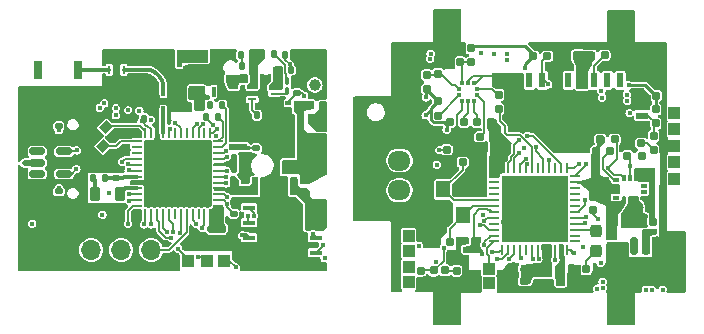
<source format=gbr>
%TF.GenerationSoftware,KiCad,Pcbnew,8.0.5*%
%TF.CreationDate,2025-02-13T02:53:00+01:00*%
%TF.ProjectId,cansatperso,63616e73-6174-4706-9572-736f2e6b6963,rev?*%
%TF.SameCoordinates,Original*%
%TF.FileFunction,Copper,L1,Top*%
%TF.FilePolarity,Positive*%
%FSLAX46Y46*%
G04 Gerber Fmt 4.6, Leading zero omitted, Abs format (unit mm)*
G04 Created by KiCad (PCBNEW 8.0.5) date 2025-02-13 02:53:00*
%MOMM*%
%LPD*%
G01*
G04 APERTURE LIST*
G04 Aperture macros list*
%AMRoundRect*
0 Rectangle with rounded corners*
0 $1 Rounding radius*
0 $2 $3 $4 $5 $6 $7 $8 $9 X,Y pos of 4 corners*
0 Add a 4 corners polygon primitive as box body*
4,1,4,$2,$3,$4,$5,$6,$7,$8,$9,$2,$3,0*
0 Add four circle primitives for the rounded corners*
1,1,$1+$1,$2,$3*
1,1,$1+$1,$4,$5*
1,1,$1+$1,$6,$7*
1,1,$1+$1,$8,$9*
0 Add four rect primitives between the rounded corners*
20,1,$1+$1,$2,$3,$4,$5,0*
20,1,$1+$1,$4,$5,$6,$7,0*
20,1,$1+$1,$6,$7,$8,$9,0*
20,1,$1+$1,$8,$9,$2,$3,0*%
%AMRotRect*
0 Rectangle, with rotation*
0 The origin of the aperture is its center*
0 $1 length*
0 $2 width*
0 $3 Rotation angle, in degrees counterclockwise*
0 Add horizontal line*
21,1,$1,$2,0,0,$3*%
%AMOutline4P*
0 Free polygon, 4 corners , with rotation*
0 The origin of the aperture is its center*
0 number of corners: always 4*
0 $1 to $8 corner X, Y*
0 $9 Rotation angle, in degrees counterclockwise*
0 create outline with 4 corners*
4,1,4,$1,$2,$3,$4,$5,$6,$7,$8,$1,$2,$9*%
%AMOutline5P*
0 Free polygon, 5 corners , with rotation*
0 The origin of the aperture is its center*
0 number of corners: always 5*
0 $1 to $10 corner X, Y*
0 $11 Rotation angle, in degrees counterclockwise*
0 create outline with 5 corners*
4,1,5,$1,$2,$3,$4,$5,$6,$7,$8,$9,$10,$1,$2,$11*%
%AMOutline6P*
0 Free polygon, 6 corners , with rotation*
0 The origin of the aperture is its center*
0 number of corners: always 6*
0 $1 to $12 corner X, Y*
0 $13 Rotation angle, in degrees counterclockwise*
0 create outline with 6 corners*
4,1,6,$1,$2,$3,$4,$5,$6,$7,$8,$9,$10,$11,$12,$1,$2,$13*%
%AMOutline7P*
0 Free polygon, 7 corners , with rotation*
0 The origin of the aperture is its center*
0 number of corners: always 7*
0 $1 to $14 corner X, Y*
0 $15 Rotation angle, in degrees counterclockwise*
0 create outline with 7 corners*
4,1,7,$1,$2,$3,$4,$5,$6,$7,$8,$9,$10,$11,$12,$13,$14,$1,$2,$15*%
%AMOutline8P*
0 Free polygon, 8 corners , with rotation*
0 The origin of the aperture is its center*
0 number of corners: always 8*
0 $1 to $16 corner X, Y*
0 $17 Rotation angle, in degrees counterclockwise*
0 create outline with 8 corners*
4,1,8,$1,$2,$3,$4,$5,$6,$7,$8,$9,$10,$11,$12,$13,$14,$15,$16,$1,$2,$17*%
G04 Aperture macros list end*
%TA.AperFunction,SMDPad,CuDef*%
%ADD10RoundRect,0.150000X0.512500X0.150000X-0.512500X0.150000X-0.512500X-0.150000X0.512500X-0.150000X0*%
%TD*%
%TA.AperFunction,SMDPad,CuDef*%
%ADD11RoundRect,0.100000X0.100000X-0.217500X0.100000X0.217500X-0.100000X0.217500X-0.100000X-0.217500X0*%
%TD*%
%TA.AperFunction,SMDPad,CuDef*%
%ADD12RoundRect,0.160000X0.197500X0.160000X-0.197500X0.160000X-0.197500X-0.160000X0.197500X-0.160000X0*%
%TD*%
%TA.AperFunction,SMDPad,CuDef*%
%ADD13RoundRect,0.160000X-0.197500X-0.160000X0.197500X-0.160000X0.197500X0.160000X-0.197500X0.160000X0*%
%TD*%
%TA.AperFunction,SMDPad,CuDef*%
%ADD14RoundRect,0.135000X0.185000X-0.135000X0.185000X0.135000X-0.185000X0.135000X-0.185000X-0.135000X0*%
%TD*%
%TA.AperFunction,SMDPad,CuDef*%
%ADD15RoundRect,0.160000X-0.160000X0.197500X-0.160000X-0.197500X0.160000X-0.197500X0.160000X0.197500X0*%
%TD*%
%TA.AperFunction,SMDPad,CuDef*%
%ADD16RoundRect,0.140000X-0.170000X0.140000X-0.170000X-0.140000X0.170000X-0.140000X0.170000X0.140000X0*%
%TD*%
%TA.AperFunction,SMDPad,CuDef*%
%ADD17R,1.500000X0.550000*%
%TD*%
%TA.AperFunction,SMDPad,CuDef*%
%ADD18RoundRect,0.150000X0.150000X0.625000X-0.150000X0.625000X-0.150000X-0.625000X0.150000X-0.625000X0*%
%TD*%
%TA.AperFunction,SMDPad,CuDef*%
%ADD19RoundRect,0.250000X0.350000X0.650000X-0.350000X0.650000X-0.350000X-0.650000X0.350000X-0.650000X0*%
%TD*%
%TA.AperFunction,SMDPad,CuDef*%
%ADD20RoundRect,0.155000X0.155000X-0.212500X0.155000X0.212500X-0.155000X0.212500X-0.155000X-0.212500X0*%
%TD*%
%TA.AperFunction,SMDPad,CuDef*%
%ADD21RoundRect,0.135000X-0.135000X-0.185000X0.135000X-0.185000X0.135000X0.185000X-0.135000X0.185000X0*%
%TD*%
%TA.AperFunction,SMDPad,CuDef*%
%ADD22R,1.200000X1.400000*%
%TD*%
%TA.AperFunction,SMDPad,CuDef*%
%ADD23RoundRect,0.155000X-0.212500X-0.155000X0.212500X-0.155000X0.212500X0.155000X-0.212500X0.155000X0*%
%TD*%
%TA.AperFunction,SMDPad,CuDef*%
%ADD24RoundRect,0.140000X0.140000X0.170000X-0.140000X0.170000X-0.140000X-0.170000X0.140000X-0.170000X0*%
%TD*%
%TA.AperFunction,SMDPad,CuDef*%
%ADD25R,1.000000X1.000000*%
%TD*%
%TA.AperFunction,SMDPad,CuDef*%
%ADD26R,0.550000X1.500000*%
%TD*%
%TA.AperFunction,SMDPad,CuDef*%
%ADD27RoundRect,0.155000X0.212500X0.155000X-0.212500X0.155000X-0.212500X-0.155000X0.212500X-0.155000X0*%
%TD*%
%TA.AperFunction,ComponentPad*%
%ADD28C,1.000000*%
%TD*%
%TA.AperFunction,SMDPad,CuDef*%
%ADD29RoundRect,0.160000X0.160000X-0.197500X0.160000X0.197500X-0.160000X0.197500X-0.160000X-0.197500X0*%
%TD*%
%TA.AperFunction,SMDPad,CuDef*%
%ADD30R,0.799999X0.250000*%
%TD*%
%TA.AperFunction,SMDPad,CuDef*%
%ADD31R,0.610000X1.420000*%
%TD*%
%TA.AperFunction,SMDPad,CuDef*%
%ADD32RoundRect,0.140000X0.170000X-0.140000X0.170000X0.140000X-0.170000X0.140000X-0.170000X-0.140000X0*%
%TD*%
%TA.AperFunction,SMDPad,CuDef*%
%ADD33R,1.050000X0.450000*%
%TD*%
%TA.AperFunction,SMDPad,CuDef*%
%ADD34R,3.450000X4.350000*%
%TD*%
%TA.AperFunction,SMDPad,CuDef*%
%ADD35RoundRect,0.218750X0.218750X0.381250X-0.218750X0.381250X-0.218750X-0.381250X0.218750X-0.381250X0*%
%TD*%
%TA.AperFunction,SMDPad,CuDef*%
%ADD36RoundRect,0.135000X0.135000X0.185000X-0.135000X0.185000X-0.135000X-0.185000X0.135000X-0.185000X0*%
%TD*%
%TA.AperFunction,SMDPad,CuDef*%
%ADD37RoundRect,0.237500X0.237500X-0.287500X0.237500X0.287500X-0.237500X0.287500X-0.237500X-0.287500X0*%
%TD*%
%TA.AperFunction,SMDPad,CuDef*%
%ADD38RoundRect,0.135000X-0.185000X0.135000X-0.185000X-0.135000X0.185000X-0.135000X0.185000X0.135000X0*%
%TD*%
%TA.AperFunction,SMDPad,CuDef*%
%ADD39R,0.275000X0.700000*%
%TD*%
%TA.AperFunction,SMDPad,CuDef*%
%ADD40R,0.450000X0.245000*%
%TD*%
%TA.AperFunction,ComponentPad*%
%ADD41C,2.200000*%
%TD*%
%TA.AperFunction,ComponentPad*%
%ADD42RoundRect,0.250000X-0.725000X0.600000X-0.725000X-0.600000X0.725000X-0.600000X0.725000X0.600000X0*%
%TD*%
%TA.AperFunction,ComponentPad*%
%ADD43O,1.950000X1.700000*%
%TD*%
%TA.AperFunction,SMDPad,CuDef*%
%ADD44RoundRect,0.062500X0.375000X0.062500X-0.375000X0.062500X-0.375000X-0.062500X0.375000X-0.062500X0*%
%TD*%
%TA.AperFunction,SMDPad,CuDef*%
%ADD45RoundRect,0.062500X0.062500X0.375000X-0.062500X0.375000X-0.062500X-0.375000X0.062500X-0.375000X0*%
%TD*%
%TA.AperFunction,HeatsinkPad*%
%ADD46R,5.600000X5.600000*%
%TD*%
%TA.AperFunction,SMDPad,CuDef*%
%ADD47R,0.600000X1.250000*%
%TD*%
%TA.AperFunction,SMDPad,CuDef*%
%ADD48R,1.200000X3.790000*%
%TD*%
%TA.AperFunction,SMDPad,CuDef*%
%ADD49R,1.450000X1.400000*%
%TD*%
%TA.AperFunction,SMDPad,CuDef*%
%ADD50R,1.000000X0.600000*%
%TD*%
%TA.AperFunction,SMDPad,CuDef*%
%ADD51R,0.950000X0.850000*%
%TD*%
%TA.AperFunction,SMDPad,CuDef*%
%ADD52R,0.300000X0.300000*%
%TD*%
%TA.AperFunction,SMDPad,CuDef*%
%ADD53R,0.325000X0.300000*%
%TD*%
%TA.AperFunction,SMDPad,CuDef*%
%ADD54R,0.300000X0.325000*%
%TD*%
%TA.AperFunction,SMDPad,CuDef*%
%ADD55RoundRect,0.147500X-0.147500X-0.172500X0.147500X-0.172500X0.147500X0.172500X-0.147500X0.172500X0*%
%TD*%
%TA.AperFunction,SMDPad,CuDef*%
%ADD56Outline5P,-0.650000X0.750000X0.650000X0.750000X0.650000X-0.750000X0.000000X-0.750000X-0.650000X-0.100000X0.000000*%
%TD*%
%TA.AperFunction,SMDPad,CuDef*%
%ADD57R,3.600000X1.100000*%
%TD*%
%TA.AperFunction,SMDPad,CuDef*%
%ADD58RoundRect,0.140000X-0.140000X-0.170000X0.140000X-0.170000X0.140000X0.170000X-0.140000X0.170000X0*%
%TD*%
%TA.AperFunction,SMDPad,CuDef*%
%ADD59R,0.800000X1.600000*%
%TD*%
%TA.AperFunction,SMDPad,CuDef*%
%ADD60RoundRect,0.062500X-0.375000X-0.062500X0.375000X-0.062500X0.375000X0.062500X-0.375000X0.062500X0*%
%TD*%
%TA.AperFunction,SMDPad,CuDef*%
%ADD61RoundRect,0.062500X-0.062500X-0.375000X0.062500X-0.375000X0.062500X0.375000X-0.062500X0.375000X0*%
%TD*%
%TA.AperFunction,SMDPad,CuDef*%
%ADD62R,0.300000X0.850000*%
%TD*%
%TA.AperFunction,SMDPad,CuDef*%
%ADD63R,2.500000X1.700000*%
%TD*%
%TA.AperFunction,SMDPad,CuDef*%
%ADD64R,0.500000X0.350000*%
%TD*%
%TA.AperFunction,SMDPad,CuDef*%
%ADD65R,0.340000X0.330000*%
%TD*%
%TA.AperFunction,SMDPad,CuDef*%
%ADD66Outline4P,-0.450000X-0.220000X0.450000X-0.220000X0.450000X0.220000X-0.450000X0.220000X270.000000*%
%TD*%
%TA.AperFunction,ComponentPad*%
%ADD67R,1.700000X1.700000*%
%TD*%
%TA.AperFunction,ComponentPad*%
%ADD68O,1.700000X1.700000*%
%TD*%
%TA.AperFunction,SMDPad,CuDef*%
%ADD69R,0.575000X0.350000*%
%TD*%
%TA.AperFunction,SMDPad,CuDef*%
%ADD70R,0.350000X0.575000*%
%TD*%
%TA.AperFunction,SMDPad,CuDef*%
%ADD71RotRect,0.775000X0.875000X135.000000*%
%TD*%
%TA.AperFunction,ComponentPad*%
%ADD72O,1.800000X1.000000*%
%TD*%
%TA.AperFunction,ComponentPad*%
%ADD73O,2.100000X1.000000*%
%TD*%
%TA.AperFunction,ViaPad*%
%ADD74C,0.400000*%
%TD*%
%TA.AperFunction,Conductor*%
%ADD75C,0.150000*%
%TD*%
%TA.AperFunction,Conductor*%
%ADD76C,0.250000*%
%TD*%
%TA.AperFunction,Conductor*%
%ADD77C,0.200000*%
%TD*%
%TA.AperFunction,Conductor*%
%ADD78C,0.300000*%
%TD*%
%TA.AperFunction,Conductor*%
%ADD79C,0.500000*%
%TD*%
%TA.AperFunction,Conductor*%
%ADD80C,0.332000*%
%TD*%
G04 APERTURE END LIST*
D10*
%TO.P,U4,1,I/O1*%
%TO.N,Net-(J4-D--PadA7)*%
X144020000Y-84070000D03*
%TO.P,U4,2,GND*%
%TO.N,GND*%
X144020000Y-83120000D03*
%TO.P,U4,3,I/O2*%
%TO.N,Net-(J4-D+-PadA6)*%
X144020000Y-82170000D03*
%TO.P,U4,4,I/O2*%
%TO.N,D+*%
X141745000Y-82170000D03*
%TO.P,U4,5,VBUS*%
%TO.N,vusb*%
X141745000Y-83120000D03*
%TO.P,U4,6,I/O1*%
%TO.N,D-*%
X141745000Y-84070000D03*
%TD*%
D11*
%TO.P,D1,1,K*%
%TO.N,Net-(D1-K)*%
X162900000Y-77047500D03*
%TO.P,D1,2,A*%
%TO.N,Net-(D1-A)*%
X162900000Y-76232500D03*
%TD*%
D12*
%TO.P,R26,1*%
%TO.N,I2C1_SDA*%
X177897500Y-79680000D03*
%TO.P,R26,2*%
%TO.N,+3.3V*%
X176702500Y-79680000D03*
%TD*%
D13*
%TO.P,R8,1*%
%TO.N,+3.3V*%
X183732500Y-74100000D03*
%TO.P,R8,2*%
%TO.N,SPI1_MISO_SD*%
X184927500Y-74100000D03*
%TD*%
D14*
%TO.P,R15,1*%
%TO.N,Net-(J4-CC2)*%
X143560000Y-80020000D03*
%TO.P,R15,2*%
%TO.N,GND*%
X143560000Y-79000000D03*
%TD*%
D15*
%TO.P,R14,1*%
%TO.N,+3.3V*%
X178490000Y-73432500D03*
%TO.P,R14,2*%
%TO.N,Net-(U3-VDD)*%
X178490000Y-74627500D03*
%TD*%
D16*
%TO.P,C4,1*%
%TO.N,Net-(IC3-EN)*%
X158370000Y-76500000D03*
%TO.P,C4,2*%
%TO.N,GND*%
X158370000Y-77460000D03*
%TD*%
D17*
%TO.P,SW1,1,1*%
%TO.N,GND*%
X178570000Y-93725000D03*
%TO.P,SW1,2,2*%
%TO.N,NRST*%
X178570000Y-90475000D03*
%TD*%
D18*
%TO.P,U2,1,1*%
%TO.N,GND*%
X194280000Y-90185000D03*
%TO.P,U2,2,2*%
%TO.N,+5V*%
X193280000Y-90185000D03*
%TO.P,U2,3,3*%
%TO.N,TIM3_CHI_PWM4*%
X192280000Y-90185000D03*
D19*
%TO.P,U2,MP,MP*%
%TO.N,GND*%
X195580000Y-92710000D03*
X190980000Y-92710000D03*
%TD*%
D20*
%TO.P,C7,1*%
%TO.N,GND*%
X185020000Y-93557500D03*
%TO.P,C7,2*%
%TO.N,+3.3V*%
X185020000Y-92422500D03*
%TD*%
D21*
%TO.P,R18,1*%
%TO.N,Net-(U1-PA4)*%
X162750000Y-73970000D03*
%TO.P,R18,2*%
%TO.N,GND*%
X163770000Y-73970000D03*
%TD*%
D22*
%TO.P,Y1,1,1*%
%TO.N,Net-(U1-PF0)*%
X176110000Y-85390000D03*
%TO.P,Y1,2,2*%
%TO.N,GND*%
X176110000Y-87590000D03*
%TO.P,Y1,3,3*%
%TO.N,Net-(U1-PF1)*%
X177810000Y-87590000D03*
%TO.P,Y1,4,4*%
%TO.N,GND*%
X177810000Y-85390000D03*
%TD*%
D23*
%TO.P,C2,1*%
%TO.N,GND*%
X177772500Y-89760000D03*
%TO.P,C2,2*%
%TO.N,NRST*%
X178907500Y-89760000D03*
%TD*%
D24*
%TO.P,C16,1*%
%TO.N,GND*%
X159340000Y-83660000D03*
%TO.P,C16,2*%
%TO.N,+3.3V*%
X158380000Y-83660000D03*
%TD*%
D25*
%TO.P,REF\u002A\u002A,1*%
%TO.N,SWO*%
X157580000Y-91440000D03*
%TD*%
D23*
%TO.P,C6,1*%
%TO.N,GND*%
X179292500Y-82040000D03*
%TO.P,C6,2*%
%TO.N,+3.3V*%
X180427500Y-82040000D03*
%TD*%
D26*
%TO.P,SW4,1,1*%
%TO.N,Net-(U1-PH3)*%
X160210000Y-85135000D03*
%TO.P,SW4,2,2*%
%TO.N,+3.3V*%
X163460000Y-85135000D03*
%TD*%
D27*
%TO.P,C12,1*%
%TO.N,Net-(U1-PF1)*%
X176687500Y-89830000D03*
%TO.P,C12,2*%
%TO.N,GND*%
X175552500Y-89830000D03*
%TD*%
D28*
%TO.P,TP1,1,1*%
%TO.N,GND*%
X165290000Y-74530000D03*
%TD*%
D14*
%TO.P,R6,1*%
%TO.N,ALIMGPS*%
X163770000Y-77240000D03*
%TO.P,R6,2*%
%TO.N,GND*%
X163770000Y-76220000D03*
%TD*%
D25*
%TO.P,,1*%
%TO.N,unconnected-(U1-PB8-Pad46)*%
X180020000Y-93350000D03*
%TD*%
D13*
%TO.P,R25,1*%
%TO.N,Net-(U3-SDO)*%
X178972500Y-79690000D03*
%TO.P,R25,2*%
%TO.N,+3.3V*%
X180167500Y-79690000D03*
%TD*%
D29*
%TO.P,R13,1*%
%TO.N,+3.3V*%
X174740000Y-76887500D03*
%TO.P,R13,2*%
%TO.N,Net-(U3-VDDIO)*%
X174740000Y-75692500D03*
%TD*%
D30*
%TO.P,U2,1,GND*%
%TO.N,GND*%
X161840000Y-77770000D03*
%TO.P,U2,2,\u002ACHRG*%
%TO.N,Net-(D1-K)*%
X161840000Y-77270001D03*
%TO.P,U2,3,BAT*%
%TO.N,BAT+*%
X161840000Y-76770002D03*
%TO.P,U2,4,VCC*%
%TO.N,vusb*%
X159939998Y-76770002D03*
%TO.P,U2,5,\u002AEN/\u002AACPR*%
%TO.N,GND*%
X159939998Y-77270001D03*
%TO.P,U2,6,PROG*%
%TO.N,Net-(U2-PROG)*%
X159939998Y-77770000D03*
D31*
%TO.P,U2,7,S*%
%TO.N,GND*%
X160889999Y-77270001D03*
%TD*%
D32*
%TO.P,C21,1*%
%TO.N,GND*%
X156430000Y-89670000D03*
%TO.P,C21,2*%
%TO.N,+3.3V*%
X156430000Y-88710000D03*
%TD*%
D25*
%TO.P,,1*%
%TO.N,SWCLK{slash}I2C1_SDA*%
X173200000Y-90610000D03*
%TD*%
D23*
%TO.P,C10,1*%
%TO.N,GND*%
X181862500Y-93140000D03*
%TO.P,C10,2*%
%TO.N,+3.3V*%
X182997500Y-93140000D03*
%TD*%
D21*
%TO.P,R5,1*%
%TO.N,vusb*%
X160790000Y-73950000D03*
%TO.P,R5,2*%
%TO.N,Net-(D1-A)*%
X161810000Y-73950000D03*
%TD*%
D24*
%TO.P,C15,1*%
%TO.N,GND*%
X159350000Y-82710000D03*
%TO.P,C15,2*%
%TO.N,+3.3V*%
X158390000Y-82710000D03*
%TD*%
D33*
%TO.P,IC2,1,~{CS}*%
%TO.N,SPI_CS*%
X159670000Y-86940000D03*
%TO.P,IC2,2,DO_(IO1)*%
%TO.N,SPI_MISO*%
X159670000Y-88210000D03*
%TO.P,IC2,3,~{WP_(IO2)}*%
%TO.N,+3.3V*%
X159670000Y-89480000D03*
%TO.P,IC2,4,GND*%
%TO.N,GND*%
X159670000Y-90750000D03*
%TO.P,IC2,5,DI_(IO0)*%
%TO.N,SPI_MOSi*%
X165370000Y-90750000D03*
%TO.P,IC2,6,CLK*%
%TO.N,SPI_SCK*%
X165370000Y-89480000D03*
%TO.P,IC2,7,~{HOLD_OR_RESET_(IO3)}*%
%TO.N,+3.3V*%
X165370000Y-88210000D03*
%TO.P,IC2,8,VCC*%
X165370000Y-86940000D03*
D34*
%TO.P,IC2,9,EP*%
%TO.N,GND*%
X162520000Y-88845000D03*
%TD*%
D25*
%TO.P,7,1*%
%TO.N,+3.3V*%
X195700000Y-80300000D03*
%TD*%
%TO.P,,1*%
%TO.N,unconnected-(U1-PA4-Pad12)*%
X179990000Y-92090000D03*
%TD*%
D23*
%TO.P,C1,1*%
%TO.N,+3.3V*%
X190569500Y-88132000D03*
%TO.P,C1,2*%
%TO.N,GND*%
X191704500Y-88132000D03*
%TD*%
D25*
%TO.P,8,1*%
%TO.N,+5V*%
X195700000Y-78900000D03*
%TD*%
%TO.P,4,1*%
%TO.N,I2C3_SCL_ACCEL*%
X195700000Y-84500000D03*
%TD*%
D35*
%TO.P,L1,1*%
%TO.N,Net-(U1-VLXSMPS)*%
X148722500Y-85780000D03*
%TO.P,L1,2*%
%TO.N,Net-(L1-Pad2)*%
X146597500Y-85780000D03*
%TD*%
D13*
%TO.P,R2,1*%
%TO.N,+3.3V*%
X189082500Y-82130000D03*
%TO.P,R2,2*%
%TO.N,Net-(IC1-SAO)*%
X190277500Y-82130000D03*
%TD*%
D36*
%TO.P,R12,1*%
%TO.N,GPSTX*%
X157080000Y-79240000D03*
%TO.P,R12,2*%
%TO.N,Net-(PA1010D1-TX)*%
X156060000Y-79240000D03*
%TD*%
D27*
%TO.P,C16,1*%
%TO.N,+3.3V*%
X187467500Y-74010000D03*
%TO.P,C16,2*%
%TO.N,GND*%
X186332500Y-74010000D03*
%TD*%
D12*
%TO.P,R23,1*%
%TO.N,+3.3V*%
X180457500Y-80940000D03*
%TO.P,R23,2*%
%TO.N,Net-(U3-CSB)*%
X179262500Y-80940000D03*
%TD*%
D37*
%TO.P,D3,1,K*%
%TO.N,Net-(D3-K)*%
X189080000Y-90615000D03*
%TO.P,D3,2,A*%
%TO.N,Net-(D3-A)*%
X189080000Y-88865000D03*
%TD*%
D20*
%TO.P,C8,1*%
%TO.N,GND*%
X184040000Y-93547500D03*
%TO.P,C8,2*%
%TO.N,+3.3V*%
X184040000Y-92412500D03*
%TD*%
D16*
%TO.P,C6,1*%
%TO.N,B2*%
X158370000Y-87450000D03*
%TO.P,C6,2*%
%TO.N,GND*%
X158370000Y-88410000D03*
%TD*%
D15*
%TO.P,R5,1*%
%TO.N,+3.3V*%
X194100000Y-78592500D03*
%TO.P,R5,2*%
%TO.N,Net-(J2-G3)*%
X194100000Y-79787500D03*
%TD*%
D20*
%TO.P,C22,1*%
%TO.N,GND*%
X175300000Y-93377500D03*
%TO.P,C22,2*%
%TO.N,EXTI0*%
X175300000Y-92242500D03*
%TD*%
D38*
%TO.P,R14,1*%
%TO.N,Net-(J4-CC1)*%
X143590000Y-85530000D03*
%TO.P,R14,2*%
%TO.N,GND*%
X143590000Y-86550000D03*
%TD*%
D39*
%TO.P,FL1,1,IN*%
%TO.N,Net-(FL1-IN)*%
X149075000Y-75250000D03*
D40*
%TO.P,FL1,2,GND*%
%TO.N,GND*%
X148463000Y-75023000D03*
D39*
%TO.P,FL1,3,OUT*%
%TO.N,Net-(FL1-OUT)*%
X147850000Y-75250000D03*
D40*
%TO.P,FL1,4,GND*%
%TO.N,GND*%
X148463000Y-75477000D03*
%TD*%
D12*
%TO.P,R9,1*%
%TO.N,+3.3V*%
X192914500Y-82522000D03*
%TO.P,R9,2*%
%TO.N,I2C3_SCL_ACCEL*%
X191719500Y-82522000D03*
%TD*%
D20*
%TO.P,C15,1*%
%TO.N,+3.3V*%
X194150000Y-77457500D03*
%TO.P,C15,2*%
%TO.N,GND*%
X194150000Y-76322500D03*
%TD*%
D16*
%TO.P,C17,1*%
%TO.N,GND*%
X160300000Y-80940000D03*
%TO.P,C17,2*%
%TO.N,Net-(U1-NRST)*%
X160300000Y-81900000D03*
%TD*%
D29*
%TO.P,R28,1*%
%TO.N,GND*%
X174220000Y-93447500D03*
%TO.P,R28,2*%
%TO.N,EXTI0*%
X174220000Y-92252500D03*
%TD*%
D20*
%TO.P,C31,1*%
%TO.N,Net-(U3-VDDIO)*%
X175710000Y-75607500D03*
%TO.P,C31,2*%
%TO.N,GND*%
X175710000Y-74472500D03*
%TD*%
%TO.P,C23,1*%
%TO.N,Net-(U3-VDD)*%
X177540000Y-74617500D03*
%TO.P,C23,2*%
%TO.N,GND*%
X177540000Y-73482500D03*
%TD*%
D25*
%TO.P,5,1*%
%TO.N,I2C3_SDA_ACCEL*%
X195700000Y-83100000D03*
%TD*%
D41*
%TO.P,H1,1,1*%
%TO.N,GND*%
X176440000Y-95500000D03*
%TD*%
D36*
%TO.P,R4,1*%
%TO.N,Net-(C3-Pad2)*%
X159030000Y-73970000D03*
%TO.P,R4,2*%
%TO.N,GND*%
X158010000Y-73970000D03*
%TD*%
D42*
%TO.P,J1,1,Pin_1*%
%TO.N,GND*%
X172420000Y-80450000D03*
D43*
%TO.P,J1,2,Pin_2*%
%TO.N,unconnected-(J1-Pin_2-Pad2)*%
X172420000Y-82950000D03*
%TO.P,J1,3,Pin_3*%
%TO.N,VIN*%
X172420000Y-85450000D03*
%TD*%
D44*
%TO.P,U1,1,VBAT*%
%TO.N,+3.3V*%
X157095000Y-86800000D03*
%TO.P,U1,2,PC14*%
%TO.N,B2*%
X157095000Y-86300000D03*
%TO.P,U1,3,PC15*%
%TO.N,B1*%
X157095000Y-85800000D03*
%TO.P,U1,4,PH3*%
%TO.N,Net-(U1-PH3)*%
X157095000Y-85300000D03*
%TO.P,U1,5,PB8*%
%TO.N,COMPASSCL*%
X157095000Y-84800000D03*
%TO.P,U1,6,PB9*%
%TO.N,COMPASSDA*%
X157095000Y-84300000D03*
%TO.P,U1,7,NRST*%
%TO.N,Net-(U1-NRST)*%
X157095000Y-83800000D03*
%TO.P,U1,8,VDDA*%
%TO.N,+3.3V*%
X157095000Y-83300000D03*
%TO.P,U1,9,PA0*%
%TO.N,ALIMGPS*%
X157095000Y-82800000D03*
%TO.P,U1,10,PA1*%
%TO.N,SPI_SCK*%
X157095000Y-82300000D03*
%TO.P,U1,11,PA2*%
%TO.N,GPSRX*%
X157095000Y-81800000D03*
%TO.P,U1,12,PA3*%
%TO.N,GPSTX*%
X157095000Y-81300000D03*
D45*
%TO.P,U1,13,PA4*%
%TO.N,Net-(U1-PA4)*%
X156407500Y-80612500D03*
%TO.P,U1,14,PA5*%
%TO.N,unconnected-(U1-PA5-Pad14)*%
X155907500Y-80612500D03*
%TO.P,U1,15,PA6*%
%TO.N,SPI_MISO*%
X155407500Y-80612500D03*
%TO.P,U1,16,PA7*%
%TO.N,OLED_SCL*%
X154907500Y-80612500D03*
%TO.P,U1,17,PA8*%
%TO.N,unconnected-(U1-PA8-Pad17)*%
X154407500Y-80612500D03*
%TO.P,U1,18,PA9*%
%TO.N,USART_TX*%
X153907500Y-80612500D03*
%TO.P,U1,19,PB2*%
%TO.N,unconnected-(U1-PB2-Pad19)*%
X153407500Y-80612500D03*
%TO.P,U1,20,VDD*%
%TO.N,+3.3V*%
X152907500Y-80612500D03*
%TO.P,U1,21,RF1*%
%TO.N,Net-(IC1-IN)*%
X152407500Y-80612500D03*
%TO.P,U1,22,VSSRF*%
%TO.N,GND*%
X151907500Y-80612500D03*
%TO.P,U1,23,VDDRF*%
%TO.N,+3.3V*%
X151407500Y-80612500D03*
%TO.P,U1,24,OSC_OUT*%
%TO.N,HSE_OUT*%
X150907500Y-80612500D03*
D44*
%TO.P,U1,25,OSC_IN*%
%TO.N,HSE_IN*%
X150220000Y-81300000D03*
%TO.P,U1,26,AT0*%
%TO.N,unconnected-(U1-AT0-Pad26)*%
X150220000Y-81800000D03*
%TO.P,U1,27,AT1*%
%TO.N,unconnected-(U1-AT1-Pad27)*%
X150220000Y-82300000D03*
%TO.P,U1,28,PB0*%
%TO.N,Net-(U1-PB0)*%
X150220000Y-82800000D03*
%TO.P,U1,29,PB1*%
%TO.N,Net-(U1-PB1)*%
X150220000Y-83300000D03*
%TO.P,U1,30,PE4*%
%TO.N,BAROEXTI*%
X150220000Y-83800000D03*
%TO.P,U1,31,VFBSMPS*%
%TO.N,Net-(U1-VFBSMPS)*%
X150220000Y-84300000D03*
%TO.P,U1,32,VSSSMPS*%
%TO.N,GND*%
X150220000Y-84800000D03*
%TO.P,U1,33,VLXSMPS*%
%TO.N,Net-(U1-VLXSMPS)*%
X150220000Y-85300000D03*
%TO.P,U1,34,VDDSMPS*%
%TO.N,+3.3V*%
X150220000Y-85800000D03*
%TO.P,U1,35,VDD*%
X150220000Y-86300000D03*
%TO.P,U1,36,PA10*%
%TO.N,USART_RX*%
X150220000Y-86800000D03*
D45*
%TO.P,U1,37,PA11*%
%TO.N,D-*%
X150907500Y-87487500D03*
%TO.P,U1,38,PA12*%
%TO.N,D+*%
X151407500Y-87487500D03*
%TO.P,U1,39,PA13*%
%TO.N,SWDIO*%
X151907500Y-87487500D03*
%TO.P,U1,40,VDDUSB*%
%TO.N,+3.3V*%
X152407500Y-87487500D03*
%TO.P,U1,41,PA14*%
%TO.N,SWCLK*%
X152907500Y-87487500D03*
%TO.P,U1,42,PA15*%
%TO.N,unconnected-(U1-PA15-Pad42)*%
X153407500Y-87487500D03*
%TO.P,U1,43,PB3*%
%TO.N,SWO*%
X153907500Y-87487500D03*
%TO.P,U1,44,PB4*%
%TO.N,OLED_SDA*%
X154407500Y-87487500D03*
%TO.P,U1,45,PB5*%
%TO.N,SPI_MOSi*%
X154907500Y-87487500D03*
%TO.P,U1,46,PB6*%
%TO.N,unconnected-(U1-PB6-Pad46)*%
X155407500Y-87487500D03*
%TO.P,U1,47,PB7*%
%TO.N,SPI_CS*%
X155907500Y-87487500D03*
%TO.P,U1,48,VDD*%
%TO.N,+3.3V*%
X156407500Y-87487500D03*
D46*
%TO.P,U1,49,VSS*%
%TO.N,GND*%
X153657500Y-84050000D03*
%TD*%
D25*
%TO.P,,1*%
%TO.N,SWDIO*%
X173216256Y-91960000D03*
%TD*%
D21*
%TO.P,R11,1*%
%TO.N,Net-(PA1010D1-RX)*%
X156410000Y-78250000D03*
%TO.P,R11,2*%
%TO.N,GPSRX*%
X157430000Y-78250000D03*
%TD*%
D28*
%TO.P,TP2,1,1*%
%TO.N,BAT+*%
X165250000Y-76550000D03*
%TD*%
D25*
%TO.P,REF\u002A\u002A,1*%
%TO.N,SWCLK*%
X156090000Y-91470000D03*
%TD*%
D23*
%TO.P,C11,1*%
%TO.N,+3.3V*%
X186022500Y-93260000D03*
%TO.P,C11,2*%
%TO.N,GND*%
X187157500Y-93260000D03*
%TD*%
D47*
%TO.P,J2,1,1*%
%TO.N,unconnected-(J2-Pad1)*%
X191110000Y-76155000D03*
%TO.P,J2,2,2*%
%TO.N,SPI1_CS_SD*%
X190010000Y-76155000D03*
%TO.P,J2,3,3*%
%TO.N,SPI1_MOSI_SD*%
X188910000Y-76155000D03*
%TO.P,J2,4,4*%
%TO.N,+3.3V*%
X187810000Y-76155000D03*
%TO.P,J2,5,5*%
%TO.N,SPI1_SCK_SD*%
X186710000Y-76155000D03*
%TO.P,J2,6,6*%
%TO.N,GND*%
X185610000Y-76155000D03*
%TO.P,J2,7,7*%
%TO.N,SPI1_MISO_SD*%
X184510000Y-76155000D03*
%TO.P,J2,8,8*%
%TO.N,unconnected-(J2-Pad8)*%
X183410000Y-76155000D03*
D48*
%TO.P,J2,9,G1*%
%TO.N,GND*%
X182260000Y-78635000D03*
D49*
%TO.P,J2,10,G2*%
X192735000Y-77880000D03*
D50*
%TO.P,J2,11,G3*%
%TO.N,Net-(J2-G3)*%
X192960000Y-79130000D03*
D51*
%TO.P,J2,12,G4*%
%TO.N,GND*%
X192035000Y-80105000D03*
%TD*%
D52*
%TO.P,IC1,A1,OUT*%
%TO.N,Net-(FL1-IN)*%
X152410000Y-77346000D03*
%TO.P,IC1,A2,GND4*%
%TO.N,GND*%
X152410000Y-77933000D03*
%TO.P,IC1,A3,IN*%
%TO.N,Net-(IC1-IN)*%
X152410000Y-78520000D03*
%TO.P,IC1,B1,GND3*%
%TO.N,GND*%
X152910000Y-77346000D03*
%TO.P,IC1,B2,GD2*%
X152910000Y-77933000D03*
%TO.P,IC1,B3,GND1*%
X152910000Y-78520000D03*
%TD*%
D16*
%TO.P,C1,1*%
%TO.N,GND*%
X148420000Y-83490000D03*
%TO.P,C1,2*%
%TO.N,Net-(U1-VFBSMPS)*%
X148420000Y-84450000D03*
%TD*%
D53*
%TO.P,U3,1,VDDIO*%
%TO.N,Net-(U3-VDDIO)*%
X177480000Y-76910000D03*
%TO.P,U3,2,SCK*%
%TO.N,I2C1_SCL*%
X177480000Y-77410000D03*
D54*
%TO.P,U3,3,VSS_1*%
%TO.N,GND*%
X177730000Y-77935000D03*
%TO.P,U3,4,SDI*%
%TO.N,I2C1_SDA*%
X178230000Y-77935000D03*
%TO.P,U3,5,SDO*%
%TO.N,Net-(U3-SDO)*%
X178730000Y-77935000D03*
D53*
%TO.P,U3,6,CSB*%
%TO.N,Net-(U3-CSB)*%
X178980000Y-77410000D03*
%TO.P,U3,7,INT*%
%TO.N,Net-(U3-INT)*%
X178980000Y-76910000D03*
D54*
%TO.P,U3,8,VSS_2*%
%TO.N,GND*%
X178730000Y-76385000D03*
%TO.P,U3,9,VSS_3*%
X178230000Y-76385000D03*
%TO.P,U3,10,VDD*%
%TO.N,Net-(U3-VDD)*%
X177730000Y-76385000D03*
%TD*%
D25*
%TO.P,6,1*%
%TO.N,GND*%
X195700000Y-81700000D03*
%TD*%
D55*
%TO.P,L2,1*%
%TO.N,Net-(L1-Pad2)*%
X146495000Y-84450000D03*
%TO.P,L2,2*%
%TO.N,Net-(U1-VFBSMPS)*%
X147465000Y-84450000D03*
%TD*%
D15*
%TO.P,R27,1*%
%TO.N,+3.3V*%
X175670000Y-77932500D03*
%TO.P,R27,2*%
%TO.N,I2C1_SCL*%
X175670000Y-79127500D03*
%TD*%
D56*
%TO.P,BT1,1,+*%
%TO.N,Net-(BT1-+)*%
X165390000Y-79750000D03*
D57*
%TO.P,BT1,2,-*%
%TO.N,GNDGPS*%
X164240000Y-83540000D03*
%TD*%
D15*
%TO.P,R24,1*%
%TO.N,Net-(U3-INT)*%
X180810000Y-77382500D03*
%TO.P,R24,2*%
%TO.N,BAROEXTI*%
X180810000Y-78577500D03*
%TD*%
D36*
%TO.P,R3,1*%
%TO.N,GND*%
X161380000Y-79100000D03*
%TO.P,R3,2*%
%TO.N,Net-(U2-PROG)*%
X160360000Y-79100000D03*
%TD*%
D24*
%TO.P,C8,1*%
%TO.N,Net-(BT1-+)*%
X165890000Y-78250000D03*
%TO.P,C8,2*%
%TO.N,GNDGPS*%
X164930000Y-78250000D03*
%TD*%
D15*
%TO.P,R6,1*%
%TO.N,Net-(J2-G3)*%
X193960000Y-80852500D03*
%TO.P,R6,2*%
%TO.N,SDDETECT*%
X193960000Y-82047500D03*
%TD*%
D41*
%TO.P,H2,1,1*%
%TO.N,GND*%
X191170000Y-95590000D03*
%TD*%
D20*
%TO.P,C4,1*%
%TO.N,GND*%
X188800000Y-87137500D03*
%TO.P,C4,2*%
%TO.N,+3.3V*%
X188800000Y-86002500D03*
%TD*%
D41*
%TO.P,H4,1,1*%
%TO.N,GND*%
X191140000Y-71470000D03*
%TD*%
D58*
%TO.P,C23,1*%
%TO.N,GND*%
X149840000Y-79390000D03*
%TO.P,C23,2*%
%TO.N,+3.3V*%
X150800000Y-79390000D03*
%TD*%
D21*
%TO.P,R16,1*%
%TO.N,Net-(U1-PH3)*%
X158330000Y-84630000D03*
%TO.P,R16,2*%
%TO.N,GND*%
X159350000Y-84630000D03*
%TD*%
D25*
%TO.P,REF\u002A\u002A,1*%
%TO.N,SWDIO*%
X154510000Y-91460000D03*
%TD*%
D59*
%TO.P,ANT1,1,1*%
%TO.N,Net-(FL1-OUT)*%
X145230000Y-75260000D03*
%TO.P,ANT1,2,2*%
%TO.N,unconnected-(ANT1-Pad2)*%
X141830000Y-75260000D03*
%TD*%
D32*
%TO.P,C18,1*%
%TO.N,GND*%
X158430000Y-86540000D03*
%TO.P,C18,2*%
%TO.N,Net-(U1-PH3)*%
X158430000Y-85580000D03*
%TD*%
D27*
%TO.P,C17,1*%
%TO.N,+3.3V*%
X193907500Y-88120000D03*
%TO.P,C17,2*%
%TO.N,GND*%
X192772500Y-88120000D03*
%TD*%
D23*
%TO.P,C9,1*%
%TO.N,GND*%
X181872500Y-92090000D03*
%TO.P,C9,2*%
%TO.N,+3.3V*%
X183007500Y-92090000D03*
%TD*%
D60*
%TO.P,U1,1,VBAT*%
%TO.N,+3.3V*%
X180422500Y-84287500D03*
%TO.P,U1,2,PC13*%
%TO.N,unconnected-(U1-PC13-Pad2)*%
X180422500Y-84787500D03*
%TO.P,U1,3,PC14*%
%TO.N,unconnected-(U1-PC14-Pad3)*%
X180422500Y-85287500D03*
%TO.P,U1,4,PC15*%
%TO.N,unconnected-(U1-PC15-Pad4)*%
X180422500Y-85787500D03*
%TO.P,U1,5,PF0*%
%TO.N,Net-(U1-PF0)*%
X180422500Y-86287500D03*
%TO.P,U1,6,PF1*%
%TO.N,Net-(U1-PF1)*%
X180422500Y-86787500D03*
%TO.P,U1,7,PG10*%
%TO.N,NRST*%
X180422500Y-87287500D03*
%TO.P,U1,8,PA0*%
%TO.N,EXTI0*%
X180422500Y-87787500D03*
%TO.P,U1,9,PA1*%
%TO.N,unconnected-(U1-PA1-Pad9)*%
X180422500Y-88287500D03*
%TO.P,U1,10,PA2*%
%TO.N,ADC1_IN3_VBAT*%
X180422500Y-88787500D03*
%TO.P,U1,11,PA3*%
%TO.N,EXTI3{slash}PWMONTIM4*%
X180422500Y-89287500D03*
%TO.P,U1,12,PA4*%
%TO.N,unconnected-(U1-PA4-Pad12)*%
X180422500Y-89787500D03*
D61*
%TO.P,U1,13,PA5*%
%TO.N,SPI1_SCK_SD*%
X181110000Y-90475000D03*
%TO.P,U1,14,PA6*%
%TO.N,SPI1_MISO_SD*%
X181610000Y-90475000D03*
%TO.P,U1,15,PA7*%
%TO.N,SPI1_MOSI_SD*%
X182110000Y-90475000D03*
%TO.P,U1,16,PC4*%
%TO.N,SPI1_CS_SD*%
X182610000Y-90475000D03*
%TO.P,U1,17,PB0*%
%TO.N,unconnected-(U1-PB0-Pad17)*%
X183110000Y-90475000D03*
%TO.P,U1,18,PB1*%
%TO.N,GPIO_EXTI1*%
X183610000Y-90475000D03*
%TO.P,U1,19,PB2*%
%TO.N,SDDETECT*%
X184110000Y-90475000D03*
%TO.P,U1,20,VREF+*%
%TO.N,+3.3V*%
X184610000Y-90475000D03*
%TO.P,U1,21,VDDA*%
X185110000Y-90475000D03*
%TO.P,U1,22,PB10*%
%TO.N,LPUART1_RX_RADIO*%
X185610000Y-90475000D03*
%TO.P,U1,23,VDD*%
%TO.N,+3.3V*%
X186110000Y-90475000D03*
%TO.P,U1,24,PB11*%
%TO.N,LPUART1_TX_RADIO*%
X186610000Y-90475000D03*
D60*
%TO.P,U1,25,PB12*%
%TO.N,unconnected-(U1-PB12-Pad25)*%
X187297500Y-89787500D03*
%TO.P,U1,26,PB13*%
%TO.N,unconnected-(U1-PB13-Pad26)*%
X187297500Y-89287500D03*
%TO.P,U1,27,PB14*%
%TO.N,Net-(D3-A)*%
X187297500Y-88787500D03*
%TO.P,U1,28,PB15*%
%TO.N,PWEN*%
X187297500Y-88287500D03*
%TO.P,U1,29,PC6*%
%TO.N,TIM3_CHI_PWM4*%
X187297500Y-87787500D03*
%TO.P,U1,30,PA8*%
%TO.N,I2C3_SCL_ACCEL*%
X187297500Y-87287500D03*
%TO.P,U1,31,PA9*%
%TO.N,unconnected-(U1-PA9-Pad31)*%
X187297500Y-86787500D03*
%TO.P,U1,32,PA10*%
%TO.N,unconnected-(U1-PA10-Pad32)*%
X187297500Y-86287500D03*
%TO.P,U1,33,PA11*%
%TO.N,unconnected-(U1-PA11-Pad33)*%
X187297500Y-85787500D03*
%TO.P,U1,34,PA12*%
%TO.N,unconnected-(U1-PA12-Pad34)*%
X187297500Y-85287500D03*
%TO.P,U1,35,VDD*%
%TO.N,+3.3V*%
X187297500Y-84787500D03*
%TO.P,U1,36,PA13*%
%TO.N,SWDIO*%
X187297500Y-84287500D03*
D61*
%TO.P,U1,37,PA14*%
%TO.N,SWCLK{slash}I2C1_SDA*%
X186610000Y-83600000D03*
%TO.P,U1,38,PA15*%
%TO.N,I2C1_SCL*%
X186110000Y-83600000D03*
%TO.P,U1,39,PC10*%
%TO.N,unconnected-(U1-PC10-Pad39)*%
X185610000Y-83600000D03*
%TO.P,U1,40,PC11*%
%TO.N,I2C3_SDA_ACCEL*%
X185110000Y-83600000D03*
%TO.P,U1,41,PB3*%
%TO.N,SWO*%
X184610000Y-83600000D03*
%TO.P,U1,42,PB4*%
%TO.N,unconnected-(U1-PB4-Pad42)*%
X184110000Y-83600000D03*
%TO.P,U1,43,PB5*%
%TO.N,BAROEXTI*%
X183610000Y-83600000D03*
%TO.P,U1,44,PB6*%
%TO.N,USART1_TX_GPS*%
X183110000Y-83600000D03*
%TO.P,U1,45,PB7*%
%TO.N,USART1_RX_GPS*%
X182610000Y-83600000D03*
%TO.P,U1,46,PB8*%
%TO.N,unconnected-(U1-PB8-Pad46)*%
X182110000Y-83600000D03*
%TO.P,U1,47,PB9*%
%TO.N,I2C1_SDA*%
X181610000Y-83600000D03*
%TO.P,U1,48,VDD*%
%TO.N,+3.3V*%
X181110000Y-83600000D03*
D46*
%TO.P,U1,49,VSS*%
%TO.N,GND*%
X183860000Y-87037500D03*
%TD*%
D27*
%TO.P,C30,1*%
%TO.N,GND*%
X177567500Y-82020000D03*
%TO.P,C30,2*%
%TO.N,ADC1_IN3_VBAT*%
X176432500Y-82020000D03*
%TD*%
D20*
%TO.P,C3,1*%
%TO.N,GND*%
X177250000Y-93397500D03*
%TO.P,C3,2*%
%TO.N,GPIO_EXTI1*%
X177250000Y-92262500D03*
%TD*%
D27*
%TO.P,C13,1*%
%TO.N,GND*%
X178917500Y-83080000D03*
%TO.P,C13,2*%
%TO.N,Net-(U1-PF0)*%
X177782500Y-83080000D03*
%TD*%
D32*
%TO.P,C9,1*%
%TO.N,+3.3V*%
X164360000Y-85600000D03*
%TO.P,C9,2*%
%TO.N,GNDGPS*%
X164360000Y-84640000D03*
%TD*%
D62*
%TO.P,IC3,1,GND*%
%TO.N,GND*%
X156710000Y-74200000D03*
%TO.P,IC3,2,EN*%
%TO.N,Net-(IC3-EN)*%
X155760000Y-74200000D03*
%TO.P,IC3,3,VIN*%
X154810000Y-74200000D03*
%TO.P,IC3,4,VOUT*%
%TO.N,+3.3V*%
X154810000Y-77100000D03*
%TO.P,IC3,5,VSENSE*%
X155760000Y-77100000D03*
%TO.P,IC3,6,ADJ/NC*%
%TO.N,unconnected-(IC3-ADJ{slash}NC-Pad6)*%
X156710000Y-77100000D03*
D63*
%TO.P,IC3,7,EP*%
%TO.N,GND*%
X155760000Y-75650000D03*
%TD*%
D29*
%TO.P,R12,1*%
%TO.N,GND*%
X176270000Y-93435000D03*
%TO.P,R12,2*%
%TO.N,GPIO_EXTI1*%
X176270000Y-92240000D03*
%TD*%
D41*
%TO.P,H3,1,1*%
%TO.N,GND*%
X176450000Y-71450000D03*
%TD*%
D21*
%TO.P,R17,1*%
%TO.N,BAT+*%
X162180000Y-75250000D03*
%TO.P,R17,2*%
%TO.N,Net-(U1-PA4)*%
X163200000Y-75250000D03*
%TD*%
D29*
%TO.P,R20,1*%
%TO.N,GND*%
X188240000Y-93337500D03*
%TO.P,R20,2*%
%TO.N,Net-(D3-K)*%
X188240000Y-92142500D03*
%TD*%
D27*
%TO.P,C5,1*%
%TO.N,GND*%
X187187500Y-92250000D03*
%TO.P,C5,2*%
%TO.N,+3.3V*%
X186052500Y-92250000D03*
%TD*%
D25*
%TO.P,,1*%
%TO.N,NRST*%
X173200000Y-93250000D03*
%TD*%
D64*
%TO.P,Q1,1,G*%
%TO.N,ALIMGPS*%
X163010000Y-78075000D03*
%TO.P,Q1,2,S*%
%TO.N,GND*%
X163010000Y-78725000D03*
D65*
%TO.P,Q1,3,D*%
%TO.N,GNDGPS*%
X164090000Y-78400000D03*
D66*
X163700000Y-78400000D03*
%TD*%
D27*
%TO.P,C14,1*%
%TO.N,SDDETECT*%
X192897500Y-81470000D03*
%TO.P,C14,2*%
%TO.N,GND*%
X191762500Y-81470000D03*
%TD*%
D67*
%TO.P,J3,1,Pin_1*%
%TO.N,GND*%
X143770000Y-90515000D03*
D68*
%TO.P,J3,2,Pin_2*%
%TO.N,+3.3V*%
X146310000Y-90515000D03*
%TO.P,J3,3,Pin_3*%
%TO.N,OLED_SCL*%
X148850000Y-90515000D03*
%TO.P,J3,4,Pin_4*%
%TO.N,OLED_SDA*%
X151390000Y-90515000D03*
%TD*%
D12*
%TO.P,R10,1*%
%TO.N,I2C3_SDA_ACCEL*%
X190627500Y-81150000D03*
%TO.P,R10,2*%
%TO.N,+3.3V*%
X189432500Y-81150000D03*
%TD*%
D24*
%TO.P,C3,1*%
%TO.N,vusb*%
X160050000Y-74950000D03*
%TO.P,C3,2*%
%TO.N,Net-(C3-Pad2)*%
X159090000Y-74950000D03*
%TD*%
D17*
%TO.P,SW5,1,1*%
%TO.N,GND*%
X158775000Y-78550000D03*
%TO.P,SW5,2,2*%
%TO.N,Net-(U1-NRST)*%
X158775000Y-81800000D03*
%TD*%
D69*
%TO.P,IC1,1,SAO*%
%TO.N,Net-(IC1-SAO)*%
X190774000Y-84580000D03*
%TO.P,IC1,2,RSVD_1*%
%TO.N,+3.3V*%
X190774000Y-85080000D03*
%TO.P,IC1,3,RSVD_2*%
X190774000Y-85580000D03*
%TO.P,IC1,4,INT_0*%
%TO.N,unconnected-(IC1-INT_0-Pad4)*%
X190774000Y-86080000D03*
D70*
%TO.P,IC1,5,VDD_IO*%
%TO.N,+3.3V*%
X191437000Y-86242000D03*
%TO.P,IC1,6,GND_1*%
%TO.N,GND*%
X191937000Y-86242000D03*
%TO.P,IC1,7,GND_2*%
X192437000Y-86242000D03*
D69*
%TO.P,IC1,8,VDD*%
%TO.N,+3.3V*%
X193100000Y-86080000D03*
%TO.P,IC1,9,INT_1*%
%TO.N,unconnected-(IC1-INT_1-Pad9)*%
X193100000Y-85580000D03*
%TO.P,IC1,10,RSVD_3*%
%TO.N,unconnected-(IC1-RSVD_3-Pad10)*%
X193100000Y-85080000D03*
%TO.P,IC1,11,RSVD_4*%
%TO.N,+3.3V*%
X193100000Y-84580000D03*
D70*
%TO.P,IC1,12,CS*%
X192437000Y-84418000D03*
%TO.P,IC1,13,SCL*%
%TO.N,I2C3_SCL_ACCEL*%
X191937000Y-84418000D03*
%TO.P,IC1,14,SDA*%
%TO.N,I2C3_SDA_ACCEL*%
X191437000Y-84418000D03*
%TD*%
D13*
%TO.P,R7,1*%
%TO.N,+3.3V*%
X188582500Y-74030000D03*
%TO.P,R7,2*%
%TO.N,SPI1_MOSI_SD*%
X189777500Y-74030000D03*
%TD*%
D32*
%TO.P,C26,1*%
%TO.N,GND*%
X157380000Y-89690000D03*
%TO.P,C26,2*%
%TO.N,+3.3V*%
X157380000Y-88730000D03*
%TD*%
D71*
%TO.P,Y1,1,1*%
%TO.N,HSE_IN*%
X147323934Y-81714788D03*
%TO.P,Y1,2,2*%
%TO.N,GND*%
X148224788Y-80813934D03*
%TO.P,Y1,3,3*%
%TO.N,HSE_OUT*%
X147536066Y-80125212D03*
%TO.P,Y1,4,4*%
%TO.N,GND*%
X146635212Y-81026066D03*
%TD*%
D25*
%TO.P,,1*%
%TO.N,SWO*%
X173200000Y-89320000D03*
%TD*%
D24*
%TO.P,C5,1*%
%TO.N,+3.3V*%
X155490000Y-78300000D03*
%TO.P,C5,2*%
%TO.N,GND*%
X154530000Y-78300000D03*
%TD*%
D72*
%TO.P,J4,S1,SHIELD*%
%TO.N,GND*%
X141095000Y-87130000D03*
D73*
X145275000Y-87130000D03*
D72*
X141095000Y-78490000D03*
D73*
X145275000Y-78490000D03*
%TD*%
D74*
%TO.N,GND*%
X190070000Y-77100000D03*
X175430000Y-80550000D03*
X185140000Y-77380000D03*
X188140000Y-93790000D03*
X142010000Y-81170000D03*
X160740000Y-86350000D03*
X162230000Y-80510000D03*
X184730000Y-85210000D03*
X153660000Y-84100000D03*
X172020000Y-93430000D03*
X171990000Y-92250000D03*
X172040000Y-89180000D03*
X141180000Y-80280000D03*
X144630000Y-84990000D03*
X170070000Y-80860000D03*
X194780000Y-75070000D03*
X162990000Y-88570000D03*
X192860000Y-73320000D03*
X161120000Y-87030000D03*
X156190000Y-82980000D03*
X156200000Y-84070000D03*
X192250000Y-88020000D03*
X154975000Y-81590000D03*
X141930000Y-86100000D03*
X145040000Y-76960000D03*
X196400000Y-93870000D03*
X152820000Y-91930000D03*
X182160000Y-85940000D03*
X178270000Y-92510000D03*
X164630000Y-90100000D03*
X195420000Y-89400000D03*
X162040000Y-87440000D03*
X154630000Y-85660000D03*
X176720000Y-74800000D03*
X163220000Y-81520000D03*
X188060000Y-80840000D03*
X164560000Y-73880000D03*
X158450000Y-79700000D03*
X147830166Y-85660166D03*
X195910000Y-81690000D03*
X173830000Y-76800000D03*
X186860000Y-77390000D03*
X145550000Y-76960000D03*
X147740000Y-82470000D03*
X169990000Y-82430000D03*
X150010000Y-80820000D03*
X146570000Y-76960000D03*
X161590000Y-91240000D03*
X192520000Y-77840000D03*
X148100000Y-76960000D03*
X148380000Y-88610000D03*
X195310000Y-81420000D03*
X163080000Y-91890000D03*
X147590000Y-76960000D03*
X143000000Y-76960000D03*
X160280000Y-80080000D03*
X181190000Y-88140000D03*
X148610000Y-76960000D03*
X157910000Y-89880000D03*
X161060000Y-75970000D03*
X141350000Y-89120000D03*
X153270000Y-74310000D03*
X185500000Y-89530000D03*
X157930000Y-89220000D03*
X195290000Y-81980000D03*
X195500000Y-91260000D03*
X170000000Y-85670000D03*
X185310000Y-75010000D03*
X178270000Y-93060000D03*
X161570000Y-91930000D03*
X163310000Y-79290000D03*
X165990000Y-73820000D03*
X191840000Y-80450000D03*
X152650000Y-89990000D03*
X141980000Y-76960000D03*
X156200000Y-83510000D03*
X162320000Y-91920000D03*
X186600000Y-74990000D03*
X186610000Y-77940000D03*
X193090000Y-80070000D03*
X179510000Y-87540000D03*
X186810000Y-92670000D03*
X182750000Y-85180000D03*
X196230000Y-90710000D03*
X142420000Y-90710000D03*
X163260000Y-82530000D03*
X196240000Y-91320000D03*
X146060000Y-76960000D03*
X151160000Y-76960000D03*
X174150000Y-89130000D03*
X144660000Y-80610000D03*
X196250000Y-89330000D03*
X186380000Y-89540000D03*
X156920000Y-80860000D03*
X155730000Y-75730000D03*
X183870000Y-86560000D03*
X185770000Y-86240000D03*
X177950000Y-80400000D03*
X144020000Y-76960000D03*
X192510000Y-77075000D03*
X194690000Y-73340000D03*
X174290000Y-93820000D03*
X182730000Y-75760000D03*
X148950000Y-81920000D03*
X149120000Y-76960000D03*
X179230000Y-84430000D03*
X151670000Y-76960000D03*
X159040000Y-81100000D03*
X153270000Y-75270000D03*
X158490000Y-90670000D03*
X153270000Y-76370000D03*
X191820000Y-87500000D03*
X149630000Y-76960000D03*
X162810000Y-86290000D03*
X158980000Y-84200000D03*
X190030000Y-78010000D03*
X142530000Y-79050000D03*
X151920000Y-91940000D03*
X176870000Y-73300000D03*
X143510000Y-76960000D03*
X162590000Y-84570000D03*
X189230000Y-87920000D03*
X150160000Y-88200000D03*
X146690000Y-86900000D03*
X174340000Y-78550000D03*
X174710000Y-93030000D03*
X183840000Y-85180000D03*
X140920000Y-85150000D03*
X147660000Y-91890000D03*
X153270000Y-75860000D03*
X187970000Y-90257500D03*
X140590000Y-79650000D03*
X162120000Y-82560000D03*
X158950000Y-79220000D03*
X141910000Y-85200000D03*
X143700000Y-91990000D03*
X187680000Y-73220000D03*
X184670000Y-89530000D03*
X190520000Y-80280000D03*
X158130000Y-77820000D03*
X169990000Y-87150000D03*
X162040000Y-85260000D03*
X184020004Y-93800000D03*
X153270000Y-73840000D03*
X148900000Y-80740000D03*
X159880000Y-82560000D03*
X196260000Y-90010000D03*
X161190000Y-81660000D03*
X154910000Y-86580000D03*
X182700000Y-93770000D03*
X143760000Y-88920000D03*
X147610000Y-83730000D03*
X163940000Y-74790000D03*
X164040000Y-75630000D03*
X154980000Y-89970000D03*
X189380000Y-73200000D03*
X174340000Y-80170000D03*
X185010000Y-93780000D03*
X182750000Y-86610000D03*
X166020000Y-75460000D03*
X181370000Y-87230000D03*
X140700000Y-81170000D03*
X189740000Y-75000000D03*
X177790000Y-84460000D03*
X142410000Y-88090000D03*
X140960000Y-76960000D03*
X181450000Y-79430000D03*
X158970000Y-77290000D03*
X162140000Y-81560000D03*
X151720000Y-82800000D03*
X147080000Y-76960000D03*
X143210000Y-81200000D03*
X143550000Y-87740000D03*
X145080000Y-91980000D03*
X141470000Y-76960000D03*
X182260000Y-78635000D03*
X156530000Y-75980000D03*
X145280000Y-89320000D03*
X142490000Y-76960000D03*
X185670000Y-85170000D03*
X185740000Y-77990000D03*
X181825000Y-86735000D03*
X143250000Y-77940000D03*
X159460000Y-86320000D03*
X169990000Y-84030000D03*
X153270000Y-74800000D03*
X181000000Y-93770000D03*
X142410000Y-80220000D03*
X150650000Y-76960000D03*
X159000000Y-77810000D03*
X147610000Y-89440000D03*
X175340000Y-93810000D03*
X140450000Y-76960000D03*
X161240000Y-80060000D03*
X161180000Y-84630000D03*
X162010000Y-78220000D03*
X150140000Y-76960000D03*
X151100000Y-81520000D03*
X159500000Y-83150000D03*
X144030000Y-81490000D03*
X162260000Y-79290000D03*
X144530000Y-76960000D03*
X153070000Y-76920000D03*
X184300000Y-73230000D03*
X151150000Y-82410000D03*
X186010000Y-73210000D03*
X187650000Y-78890000D03*
X172180000Y-73260000D03*
X140900000Y-86120000D03*
X178890000Y-93060000D03*
X192600000Y-87500000D03*
X163210000Y-80470000D03*
%TO.N,+3.3V*%
X174080000Y-90160000D03*
X192500000Y-83785000D03*
X174630000Y-79100000D03*
X165280000Y-87660000D03*
X155250000Y-77590000D03*
X190080000Y-88950000D03*
X155325000Y-77080000D03*
X155760000Y-77540000D03*
X180500000Y-79960000D03*
X157150000Y-87340000D03*
X152720000Y-88960000D03*
X157890000Y-83220000D03*
X152982503Y-80229917D03*
X193340000Y-86580000D03*
X148400000Y-79110000D03*
X189950000Y-84530000D03*
X187800000Y-75020000D03*
X149520000Y-85790000D03*
X156830000Y-87830000D03*
X190540000Y-88950000D03*
X148410000Y-78490000D03*
X190070000Y-85070000D03*
X154745000Y-77655000D03*
X192930000Y-83785000D03*
X165800000Y-87660000D03*
X195710000Y-80320000D03*
X186180000Y-91660000D03*
X159125835Y-89272933D03*
X188320000Y-75010000D03*
X185110000Y-91730000D03*
X150581344Y-79625174D03*
X176410000Y-80320000D03*
X181118130Y-83193167D03*
X158380000Y-83210000D03*
X149520000Y-86340000D03*
X191836225Y-76543443D03*
X181420000Y-81330000D03*
X183050000Y-75090000D03*
X193360000Y-87119998D03*
X166073755Y-91215931D03*
X192914500Y-82522000D03*
X174670000Y-77590000D03*
X165660000Y-86700000D03*
X185020000Y-92422500D03*
X180320000Y-83320000D03*
%TO.N,NRST*%
X173200000Y-93250000D03*
X179380000Y-90850660D03*
%TO.N,SDDETECT*%
X192897500Y-81470000D03*
X184190000Y-91260000D03*
%TO.N,VIN*%
X182930000Y-81890000D03*
X175581212Y-83307499D03*
%TO.N,+5V*%
X189450000Y-91620000D03*
X193990000Y-89040000D03*
X193800000Y-93860000D03*
X193270000Y-93860000D03*
X181560000Y-74390000D03*
X193290000Y-89920000D03*
X180440000Y-73890000D03*
X179340000Y-73840000D03*
X193410000Y-89040000D03*
X181541494Y-73890340D03*
X175050000Y-73880000D03*
X175020000Y-74320000D03*
X195710000Y-78920000D03*
%TO.N,ADC1_IN3_VBAT*%
X175780000Y-82050000D03*
X179200000Y-88440000D03*
%TO.N,I2C3_SDA_ACCEL*%
X185110000Y-82870000D03*
X195710000Y-83120000D03*
X190085990Y-83570661D03*
%TO.N,I2C3_SCL_ACCEL*%
X188130000Y-86280000D03*
X191937000Y-83410000D03*
X195710000Y-84520000D03*
%TO.N,3.3VEN*%
X189655249Y-93721215D03*
X189160000Y-93790000D03*
X191900000Y-78910000D03*
X189610000Y-93200000D03*
%TO.N,SPI1_CS_SD*%
X182700000Y-91230000D03*
X190010000Y-76155000D03*
%TO.N,SPI1_MISO_SD*%
X180690000Y-91260000D03*
X185009998Y-76500000D03*
%TO.N,SPI1_SCK_SD*%
X180225170Y-90704168D03*
X186710000Y-76155000D03*
%TO.N,SPI1_MOSI_SD*%
X188910000Y-76155000D03*
X181690000Y-91280000D03*
%TO.N,USART1_RX_GPS*%
X189520000Y-77030000D03*
X183132230Y-82772331D03*
%TO.N,USART1_TX_GPS*%
X183185000Y-83269541D03*
X189580000Y-77630000D03*
%TO.N,LPUART1_RX_RADIO*%
X185620000Y-91330000D03*
X191670000Y-77370000D03*
%TO.N,LPUART1_TX_RADIO*%
X187160000Y-90760000D03*
X191709998Y-77868400D03*
%TO.N,SWO*%
X153804834Y-89104834D03*
X183979670Y-81772588D03*
X173200000Y-89320000D03*
X158560000Y-91980000D03*
%TO.N,SWDIO*%
X153680000Y-90410000D03*
X188230000Y-83220000D03*
X153080000Y-89460000D03*
X173216256Y-91960000D03*
%TO.N,I2C1_SCL*%
X175730000Y-79127500D03*
X183220000Y-80840000D03*
%TO.N,SWCLK{slash}I2C1_SDA*%
X173200000Y-90610000D03*
X187585000Y-83220000D03*
%TO.N,TIM3_CHI_PWM4*%
X192290000Y-90420000D03*
X188170000Y-87710000D03*
%TO.N,PWEN*%
X188160000Y-88240000D03*
X194690000Y-93860000D03*
%TO.N,I2C1_SDA*%
X182510000Y-81220000D03*
X177897500Y-79650000D03*
%TO.N,BAROEXTI*%
X149475917Y-83724486D03*
%TO.N,GPIO_EXTI1*%
X176480000Y-92252500D03*
X183690431Y-91239185D03*
%TO.N,EXTI3{slash}PWMONTIM4*%
X175470000Y-91570000D03*
X179596371Y-90083297D03*
%TO.N,EXTI0*%
X176160000Y-90330000D03*
X179542862Y-88065000D03*
%TO.N,unconnected-(U1-PB8-Pad46)*%
X180000000Y-93270000D03*
X182528901Y-82315000D03*
%TO.N,Net-(BT1-+)*%
X165390000Y-79750000D03*
%TO.N,GNDGPS*%
X164240000Y-83540000D03*
X165350000Y-81240000D03*
X165880000Y-81240000D03*
X163770000Y-83540000D03*
%TO.N,vusb*%
X160080000Y-74330000D03*
X147425000Y-78085000D03*
X147040000Y-78470000D03*
X140690000Y-83150000D03*
X160060000Y-73910000D03*
%TO.N,B2*%
X157820000Y-86620000D03*
%TO.N,B1*%
X157830000Y-86050000D03*
%TO.N,Net-(U1-NRST)*%
X157800001Y-83812785D03*
X159590000Y-81900000D03*
%TO.N,SPI_MOSi*%
X155210000Y-88300000D03*
X165940000Y-90110000D03*
%TO.N,SPI_SCK*%
X157728198Y-82118683D03*
X165100000Y-89150000D03*
%TO.N,SPI_MISO*%
X155770000Y-79860000D03*
X159580000Y-87670000D03*
%TO.N,SPI_CS*%
X155705000Y-88615000D03*
X160074977Y-87599289D03*
%TO.N,COMPASSDA*%
X157760000Y-84327327D03*
X149440000Y-78670000D03*
%TO.N,COMPASSCL*%
X157713996Y-84873334D03*
X150399749Y-78715042D03*
%TO.N,USART_RX*%
X149440000Y-88310000D03*
X151380000Y-79480760D03*
%TO.N,USART_TX*%
X153436013Y-79731151D03*
%TO.N,OLED_SCL*%
X155254834Y-79844834D03*
%TO.N,Net-(J4-CC2)*%
X143580000Y-80380000D03*
%TO.N,Net-(J4-D--PadA7)*%
X145070000Y-83650000D03*
%TO.N,Net-(J4-D+-PadA6)*%
X145100000Y-82080000D03*
%TO.N,Net-(J4-CC1)*%
X143590000Y-85240000D03*
%TO.N,Net-(PA1010D1-RX)*%
X156410000Y-78250000D03*
%TO.N,Net-(PA1010D1-TX)*%
X156614694Y-79898205D03*
%TO.N,ALIMGPS*%
X157774584Y-82616529D03*
X164350000Y-77450000D03*
%TO.N,Net-(U1-PA4)*%
X156970000Y-80250000D03*
X163120000Y-74797502D03*
%TO.N,BAT+*%
X162200000Y-75870000D03*
X162210000Y-76420000D03*
%TO.N,SWCLK*%
X155370000Y-91140000D03*
X153257998Y-88992754D03*
%TO.N,D+*%
X141745000Y-82170000D03*
X151393046Y-88353046D03*
%TO.N,D-*%
X150780000Y-88350000D03*
X141745000Y-84070000D03*
%TO.N,Net-(U1-PB0)*%
X141320000Y-88300000D03*
X148941416Y-83031084D03*
%TO.N,Net-(U1-PB1)*%
X147270000Y-87530000D03*
X149475336Y-83224484D03*
%TO.N,Net-(IC3-EN)*%
X158000000Y-75910000D03*
X158457500Y-75912500D03*
X153769587Y-74289609D03*
X153790000Y-73790000D03*
X153770000Y-74770000D03*
X159012500Y-75912500D03*
%TD*%
D75*
%TO.N,GND*%
X189230000Y-87920000D02*
X188800000Y-87490000D01*
X181490000Y-75790000D02*
X182260000Y-76560000D01*
X183390000Y-77690000D02*
X183670000Y-77690000D01*
X178730000Y-76385000D02*
X178895000Y-76385000D01*
X177320000Y-80400000D02*
X177310000Y-80390000D01*
X177950000Y-80400000D02*
X177320000Y-80400000D01*
X177730000Y-78640000D02*
X177730000Y-77935000D01*
X181490000Y-75790000D02*
X183390000Y-77690000D01*
X177310000Y-79060000D02*
X177730000Y-78640000D01*
X182260000Y-76560000D02*
X182260000Y-78635000D01*
X177310000Y-80390000D02*
X177310000Y-79060000D01*
X178895000Y-76385000D02*
X179490000Y-75790000D01*
X178230000Y-76385000D02*
X178230000Y-76180000D01*
X179490000Y-75790000D02*
X181490000Y-75790000D01*
X188800000Y-87490000D02*
X188800000Y-87137500D01*
X178230000Y-76180000D02*
X178620000Y-75790000D01*
X178620000Y-75790000D02*
X179490000Y-75790000D01*
D76*
%TO.N,+3.3V*%
X190774000Y-85080000D02*
X190774000Y-85580000D01*
X175125000Y-79488906D02*
X175125000Y-78600000D01*
D77*
X149560000Y-86300000D02*
X150220000Y-86300000D01*
D76*
X176220000Y-79710000D02*
X175346094Y-79710000D01*
X174670000Y-76957500D02*
X174740000Y-76887500D01*
X194100000Y-77507500D02*
X194150000Y-77457500D01*
D77*
X151080464Y-79975000D02*
X151407500Y-80302036D01*
D76*
X191836225Y-76543443D02*
X193235943Y-76543443D01*
X174630000Y-79100000D02*
X175125000Y-78605000D01*
X175125000Y-78605000D02*
X175125000Y-78600000D01*
X176410000Y-80320000D02*
X176410000Y-79900000D01*
X174740000Y-77002500D02*
X175670000Y-77932500D01*
X174670000Y-77590000D02*
X174670000Y-76957500D01*
X194100000Y-78592500D02*
X194100000Y-77507500D01*
D77*
X150581344Y-79625174D02*
X150931170Y-79975000D01*
X150800000Y-79406518D02*
X150800000Y-79390000D01*
X150581344Y-79625174D02*
X150800000Y-79406518D01*
D76*
X175125000Y-78600000D02*
X175125000Y-78477500D01*
X183070000Y-73270000D02*
X183700000Y-73900000D01*
X178490000Y-73432500D02*
X178652500Y-73270000D01*
D77*
X151407500Y-80302036D02*
X151407500Y-80612500D01*
D76*
X183050000Y-74782500D02*
X183732500Y-74100000D01*
X175346094Y-79710000D02*
X175125000Y-79488906D01*
D75*
X182997500Y-92100000D02*
X183007500Y-92090000D01*
D77*
X152407500Y-88647500D02*
X152407500Y-87487500D01*
D76*
X183700000Y-73900000D02*
X183700000Y-74132500D01*
D77*
X149520000Y-86340000D02*
X149560000Y-86300000D01*
D78*
X159125835Y-89272933D02*
X159462933Y-89272933D01*
D77*
X150931170Y-79975000D02*
X151080464Y-79975000D01*
X149520000Y-85790000D02*
X149530000Y-85800000D01*
D76*
X183050000Y-74782500D02*
X183050000Y-75090000D01*
X178652500Y-73270000D02*
X183070000Y-73270000D01*
X174740000Y-76887500D02*
X174740000Y-77002500D01*
X176410000Y-79900000D02*
X176220000Y-79710000D01*
D77*
X152982503Y-80229917D02*
X152907500Y-80304920D01*
X149530000Y-85800000D02*
X150220000Y-85800000D01*
D76*
X175125000Y-78477500D02*
X175670000Y-77932500D01*
X176702500Y-79680000D02*
X176672500Y-79710000D01*
D77*
X152720000Y-88960000D02*
X152407500Y-88647500D01*
D76*
X176672500Y-79710000D02*
X176220000Y-79710000D01*
X193235943Y-76543443D02*
X194150000Y-77457500D01*
D78*
X159462933Y-89272933D02*
X159670000Y-89480000D01*
D76*
X183700000Y-74132500D02*
X183050000Y-74782500D01*
D77*
X152907500Y-80304920D02*
X152907500Y-80612500D01*
D75*
%TO.N,NRST*%
X179160000Y-87080000D02*
X179939892Y-87080000D01*
X179939892Y-87080000D02*
X179947392Y-87087500D01*
X179380000Y-90850660D02*
X179380000Y-90550000D01*
X178907500Y-89760000D02*
X178700000Y-89552500D01*
X179380000Y-90550000D02*
X179305000Y-90475000D01*
X178907500Y-90137500D02*
X178570000Y-90475000D01*
X178700000Y-87540000D02*
X179160000Y-87080000D01*
X178907500Y-89760000D02*
X178907500Y-90137500D01*
X179380000Y-90850660D02*
X179380000Y-90935000D01*
X179020000Y-89872500D02*
X178907500Y-89760000D01*
X178700000Y-89552500D02*
X178700000Y-87540000D01*
X179305000Y-90475000D02*
X178570000Y-90475000D01*
X179947392Y-87087500D02*
X180050000Y-87087500D01*
X180050000Y-87087500D02*
X180250000Y-87287500D01*
X180250000Y-87287500D02*
X180422500Y-87287500D01*
%TO.N,Net-(U1-PF1)*%
X180422500Y-86787500D02*
X178612500Y-86787500D01*
X178612500Y-86787500D02*
X177810000Y-87590000D01*
X176670000Y-88730000D02*
X177810000Y-87590000D01*
X176507500Y-89920000D02*
X176670000Y-89757500D01*
X176670000Y-89757500D02*
X176670000Y-88730000D01*
%TO.N,Net-(U1-PF0)*%
X177782500Y-83717500D02*
X176110000Y-85390000D01*
X176110000Y-85390000D02*
X177007500Y-86287500D01*
X177782500Y-83080000D02*
X177782500Y-83717500D01*
X177007500Y-86287500D02*
X180422500Y-86287500D01*
%TO.N,SDDETECT*%
X193382500Y-81470000D02*
X193960000Y-82047500D01*
X184190000Y-91260000D02*
X184110000Y-91180000D01*
X192897500Y-81470000D02*
X193382500Y-81470000D01*
X184110000Y-91180000D02*
X184110000Y-90475000D01*
%TO.N,ADC1_IN3_VBAT*%
X179735001Y-88537500D02*
X179985001Y-88787500D01*
X179200000Y-88440000D02*
X179606778Y-88440000D01*
X179985001Y-88787500D02*
X180422500Y-88787500D01*
X179704278Y-88537500D02*
X179735001Y-88537500D01*
X176432500Y-82020000D02*
X175810000Y-82020000D01*
X179606778Y-88440000D02*
X179704278Y-88537500D01*
X175810000Y-82020000D02*
X175780000Y-82050000D01*
%TO.N,Net-(D3-K)*%
X189080000Y-90615000D02*
X188240000Y-91455000D01*
X188240000Y-91455000D02*
X188240000Y-92142500D01*
%TO.N,Net-(D3-A)*%
X189002500Y-88787500D02*
X189080000Y-88865000D01*
X187297500Y-88787500D02*
X189002500Y-88787500D01*
%TO.N,I2C3_SDA_ACCEL*%
X190810000Y-81332500D02*
X190810000Y-82846651D01*
X191149000Y-84130000D02*
X191437000Y-84418000D01*
X190570000Y-84130000D02*
X191149000Y-84130000D01*
X190627500Y-81150000D02*
X190810000Y-81332500D01*
X185110000Y-82870000D02*
X185110000Y-83600000D01*
X190085990Y-83570661D02*
X190085990Y-83645990D01*
X190085990Y-83645990D02*
X190570000Y-84130000D01*
X190810000Y-82846651D02*
X190085990Y-83570661D01*
%TO.N,Net-(IC1-SAO)*%
X189680000Y-83695002D02*
X189680000Y-82727500D01*
X190564998Y-84580000D02*
X189680000Y-83695002D01*
X190774000Y-84580000D02*
X190564998Y-84580000D01*
X189680000Y-82727500D02*
X190277500Y-82130000D01*
%TO.N,I2C3_SCL_ACCEL*%
X191937000Y-83410000D02*
X191937000Y-84418000D01*
X188130000Y-86730108D02*
X187572608Y-87287500D01*
X191719500Y-82522000D02*
X191937000Y-82739500D01*
X187572608Y-87287500D02*
X187297500Y-87287500D01*
X188130000Y-86280000D02*
X188130000Y-86730108D01*
X191937000Y-82739500D02*
X191937000Y-83410000D01*
%TO.N,SPI1_CS_SD*%
X182610000Y-91140000D02*
X182610000Y-90475000D01*
X182700000Y-91230000D02*
X182610000Y-91140000D01*
%TO.N,SPI1_MISO_SD*%
X185009998Y-76500000D02*
X184664998Y-76155000D01*
X181610000Y-90750108D02*
X181610000Y-90475000D01*
X185009998Y-76500000D02*
X184510000Y-76000002D01*
X184664998Y-76155000D02*
X184510000Y-76155000D01*
X184510000Y-76000002D02*
X184510000Y-74517500D01*
X180690000Y-91260000D02*
X181100108Y-91260000D01*
X181100108Y-91260000D02*
X181610000Y-90750108D01*
X184510000Y-74517500D02*
X184927500Y-74100000D01*
%TO.N,Net-(J2-G3)*%
X193442500Y-79130000D02*
X194100000Y-79787500D01*
X193960000Y-80852500D02*
X193960000Y-79927500D01*
X192960000Y-79130000D02*
X193442500Y-79130000D01*
X193960000Y-79927500D02*
X194100000Y-79787500D01*
%TO.N,SPI1_SCK_SD*%
X180225170Y-90704168D02*
X180880832Y-90704168D01*
X180880832Y-90704168D02*
X181110000Y-90475000D01*
%TO.N,SPI1_MOSI_SD*%
X181690000Y-91280000D02*
X182110000Y-90860000D01*
X188910000Y-76155000D02*
X188910000Y-74897500D01*
X182110000Y-90860000D02*
X182110000Y-90475000D01*
X188910000Y-74897500D02*
X189777500Y-74030000D01*
%TO.N,USART1_RX_GPS*%
X182610000Y-83294561D02*
X182610000Y-83600000D01*
X183132230Y-82772331D02*
X182610000Y-83294561D01*
%TO.N,USART1_TX_GPS*%
X183165351Y-83269541D02*
X183110000Y-83324892D01*
X183110000Y-83324892D02*
X183110000Y-83600000D01*
X183185000Y-83269541D02*
X183165351Y-83269541D01*
%TO.N,LPUART1_RX_RADIO*%
X185610000Y-91320000D02*
X185610000Y-90475000D01*
X185620000Y-91330000D02*
X185610000Y-91320000D01*
%TO.N,LPUART1_TX_RADIO*%
X186875000Y-90475000D02*
X187160000Y-90760000D01*
X186610000Y-90475000D02*
X186875000Y-90475000D01*
%TO.N,SWO*%
X158020000Y-91440000D02*
X158560000Y-91980000D01*
X183979670Y-81772588D02*
X183979670Y-82169339D01*
X153907500Y-89002168D02*
X153907500Y-87487500D01*
X184610000Y-82799669D02*
X184610000Y-83600000D01*
X183979670Y-82169339D02*
X184610000Y-82799669D01*
X153804834Y-89104834D02*
X153907500Y-89002168D01*
X157580000Y-91440000D02*
X158020000Y-91440000D01*
%TO.N,SWDIO*%
X154510000Y-91240000D02*
X154510000Y-91460000D01*
X151907500Y-88016271D02*
X151907500Y-87487500D01*
X152040000Y-88870000D02*
X152040000Y-88148771D01*
X152040000Y-88148771D02*
X151907500Y-88016271D01*
X188230000Y-83355000D02*
X187297500Y-84287500D01*
X153680000Y-90410000D02*
X154510000Y-91240000D01*
X153080000Y-89460000D02*
X152630000Y-89460000D01*
X152630000Y-89460000D02*
X152040000Y-88870000D01*
X188230000Y-83220000D02*
X188230000Y-83355000D01*
%TO.N,I2C1_SCL*%
X183700000Y-80840000D02*
X183220000Y-80840000D01*
X177480000Y-77410000D02*
X175762500Y-79127500D01*
X175762500Y-79127500D02*
X175730000Y-79127500D01*
X186110000Y-83600000D02*
X186110000Y-83250000D01*
X186110000Y-83250000D02*
X183700000Y-80840000D01*
X175730000Y-79127500D02*
X175670000Y-79127500D01*
%TO.N,SWCLK{slash}I2C1_SDA*%
X187205000Y-83600000D02*
X186610000Y-83600000D01*
X187585000Y-83220000D02*
X187205000Y-83600000D01*
%TO.N,TIM3_CHI_PWM4*%
X188170000Y-87710000D02*
X188092500Y-87787500D01*
X188092500Y-87787500D02*
X187297500Y-87787500D01*
%TO.N,PWEN*%
X188112500Y-88287500D02*
X187297500Y-88287500D01*
X188160000Y-88240000D02*
X188112500Y-88287500D01*
%TO.N,I2C1_SDA*%
X177897500Y-79242500D02*
X178230000Y-78910000D01*
X181860000Y-82630347D02*
X182110000Y-82380347D01*
X178230000Y-78910000D02*
X178230000Y-77935000D01*
X181610000Y-83600000D02*
X181610000Y-83180000D01*
X182110000Y-81620000D02*
X182510000Y-81220000D01*
X181610000Y-83180000D02*
X181860000Y-82930000D01*
X182110000Y-82380347D02*
X182110000Y-81620000D01*
X177897500Y-79680000D02*
X177897500Y-79650000D01*
X177897500Y-79650000D02*
X177897500Y-79242500D01*
X181860000Y-82930000D02*
X181860000Y-82630347D01*
%TO.N,Net-(D1-K)*%
X162717499Y-77270001D02*
X162910000Y-77077500D01*
X161840000Y-77270001D02*
X162717499Y-77270001D01*
%TO.N,Net-(U3-VDD)*%
X177550000Y-74627500D02*
X177540000Y-74617500D01*
X177730000Y-74807500D02*
X177540000Y-74617500D01*
X177730000Y-76385000D02*
X177730000Y-74807500D01*
X178490000Y-74627500D02*
X177550000Y-74627500D01*
%TO.N,Net-(U3-VDDIO)*%
X175992500Y-75692500D02*
X174740000Y-75692500D01*
X177110000Y-76540000D02*
X176840000Y-76540000D01*
X176840000Y-76540000D02*
X175992500Y-75692500D01*
X177480000Y-76910000D02*
X177110000Y-76540000D01*
%TO.N,Net-(U3-CSB)*%
X179262500Y-80940000D02*
X179590000Y-80612500D01*
X179590000Y-80612500D02*
X179590000Y-78020000D01*
X179590000Y-78020000D02*
X178980000Y-77410000D01*
%TO.N,BAROEXTI*%
X182600000Y-80780000D02*
X183604670Y-81784670D01*
X181560000Y-80780000D02*
X182600000Y-80780000D01*
X149551431Y-83800000D02*
X150220000Y-83800000D01*
X183604670Y-83594670D02*
X183610000Y-83600000D01*
X180900000Y-78667500D02*
X180900000Y-79560000D01*
X180900000Y-79560000D02*
X181370000Y-80030000D01*
X180810000Y-78577500D02*
X180900000Y-78667500D01*
X181370000Y-80030000D02*
X181370000Y-80590000D01*
X183604670Y-81784670D02*
X183604670Y-83594670D01*
X149475917Y-83724486D02*
X149551431Y-83800000D01*
X181370000Y-80590000D02*
X181560000Y-80780000D01*
%TO.N,Net-(U3-INT)*%
X180722500Y-77382500D02*
X180810000Y-77382500D01*
X178980000Y-76910000D02*
X180250000Y-76910000D01*
X180250000Y-76910000D02*
X180722500Y-77382500D01*
%TO.N,Net-(U3-SDO)*%
X178972500Y-79052500D02*
X178730000Y-78810000D01*
X178972500Y-79690000D02*
X178972500Y-79052500D01*
X178730000Y-78810000D02*
X178730000Y-77935000D01*
%TO.N,GPIO_EXTI1*%
X183690431Y-91239185D02*
X183610000Y-91158754D01*
X177240000Y-92252500D02*
X177250000Y-92262500D01*
X183610000Y-91158754D02*
X183610000Y-90475000D01*
X176480000Y-92252500D02*
X177240000Y-92252500D01*
%TO.N,EXTI3{slash}PWMONTIM4*%
X179596371Y-89838521D02*
X179596371Y-90083297D01*
X180422500Y-89287500D02*
X180147392Y-89287500D01*
X180147392Y-89287500D02*
X179596371Y-89838521D01*
%TO.N,EXTI0*%
X176160000Y-91410331D02*
X175327831Y-92242500D01*
X179820362Y-87787500D02*
X180422500Y-87787500D01*
X175327831Y-92242500D02*
X175300000Y-92242500D01*
X175300000Y-92242500D02*
X174230000Y-92242500D01*
X179542862Y-88065000D02*
X179820362Y-87787500D01*
X176160000Y-90330000D02*
X176160000Y-91410331D01*
X174230000Y-92242500D02*
X174220000Y-92252500D01*
%TO.N,unconnected-(U1-PA4-Pad12)*%
X179990335Y-90999665D02*
X179990335Y-92089665D01*
X179990335Y-92089665D02*
X179990000Y-92090000D01*
X179850170Y-90359830D02*
X179850170Y-90859499D01*
X179850170Y-90859499D02*
X179990335Y-90999665D01*
X180422500Y-89787500D02*
X179850170Y-90359830D01*
%TO.N,unconnected-(U1-PB8-Pad46)*%
X182110000Y-82733901D02*
X182110000Y-83600000D01*
X182528901Y-82315000D02*
X182110000Y-82733901D01*
D78*
%TO.N,Net-(U1-VFBSMPS)*%
X147465000Y-84450000D02*
X148420000Y-84450000D01*
X150220000Y-84300000D02*
X149130000Y-84300000D01*
X148980000Y-84450000D02*
X148420000Y-84450000D01*
X149130000Y-84300000D02*
X148980000Y-84450000D01*
D79*
%TO.N,vusb*%
X141715000Y-83150000D02*
X141745000Y-83120000D01*
X140690000Y-83150000D02*
X141715000Y-83150000D01*
D75*
%TO.N,Net-(C3-Pad2)*%
X159090000Y-74030000D02*
X159030000Y-73970000D01*
X159090000Y-74950000D02*
X159090000Y-74030000D01*
%TO.N,B2*%
X157820000Y-86620000D02*
X157820000Y-86587501D01*
X157820000Y-86900000D02*
X157820000Y-86620000D01*
X157820000Y-86587501D02*
X157532499Y-86300000D01*
X157532499Y-86300000D02*
X157095000Y-86300000D01*
X158370000Y-87450000D02*
X157820000Y-86900000D01*
%TO.N,B1*%
X157580000Y-85800000D02*
X157830000Y-86050000D01*
X157095000Y-85800000D02*
X157580000Y-85800000D01*
%TO.N,Net-(U1-NRST)*%
X160300000Y-81900000D02*
X158875000Y-81900000D01*
X158875000Y-81900000D02*
X158775000Y-81800000D01*
X157095000Y-83800000D02*
X157787216Y-83800000D01*
X157787216Y-83800000D02*
X157800001Y-83812785D01*
%TO.N,Net-(D1-A)*%
X162820000Y-76172500D02*
X162820000Y-75632148D01*
X162745000Y-74885000D02*
X161810000Y-73950000D01*
X162910000Y-76262500D02*
X162820000Y-76172500D01*
X162745000Y-75557148D02*
X162745000Y-74885000D01*
X162820000Y-75632148D02*
X162745000Y-75557148D01*
D80*
%TO.N,Net-(FL1-OUT)*%
X145240000Y-75250000D02*
X145230000Y-75260000D01*
X147850000Y-75250000D02*
X145240000Y-75250000D01*
%TO.N,Net-(FL1-IN)*%
X151095786Y-75250000D02*
X149075000Y-75250000D01*
X152410000Y-77346000D02*
X152410000Y-76564214D01*
X152117107Y-75857107D02*
X151802893Y-75542893D01*
X151802893Y-75542893D02*
G75*
G03*
X151095786Y-75250010I-707093J-707107D01*
G01*
X152410000Y-76564214D02*
G75*
G03*
X152117114Y-75857100I-1000000J14D01*
G01*
%TO.N,Net-(IC1-IN)*%
X152407500Y-80612500D02*
X152407500Y-78522500D01*
X152407500Y-78522500D02*
X152410000Y-78520000D01*
D75*
%TO.N,SPI_MOSi*%
X155210000Y-88300000D02*
X154907500Y-87997500D01*
X165940000Y-90110000D02*
X165940000Y-90180000D01*
X165940000Y-90180000D02*
X165370000Y-90750000D01*
X154907500Y-87997500D02*
X154907500Y-87487500D01*
%TO.N,SPI_SCK*%
X165370000Y-89420000D02*
X165370000Y-89480000D01*
X157546881Y-82300000D02*
X157728198Y-82118683D01*
X165100000Y-89150000D02*
X165370000Y-89420000D01*
X157095000Y-82300000D02*
X157546881Y-82300000D01*
%TO.N,SPI_MISO*%
X155770000Y-79860000D02*
X155407500Y-80222500D01*
X159580000Y-88120000D02*
X159670000Y-88210000D01*
X155407500Y-80222500D02*
X155407500Y-80612500D01*
X159580000Y-87670000D02*
X159580000Y-88120000D01*
%TO.N,SPI_CS*%
X155705000Y-88615000D02*
X155907500Y-88412500D01*
X160074977Y-87599289D02*
X160074977Y-87344977D01*
X155907500Y-88412500D02*
X155907500Y-87487500D01*
X160074977Y-87344977D02*
X159670000Y-86940000D01*
%TO.N,COMPASSDA*%
X157732673Y-84300000D02*
X157095000Y-84300000D01*
X157760000Y-84327327D02*
X157732673Y-84300000D01*
%TO.N,COMPASSCL*%
X157640662Y-84800000D02*
X157095000Y-84800000D01*
X157713996Y-84873334D02*
X157640662Y-84800000D01*
%TO.N,USART_RX*%
X149830000Y-86800000D02*
X150220000Y-86800000D01*
X149440000Y-87190000D02*
X149830000Y-86800000D01*
X149440000Y-88310000D02*
X149440000Y-87190000D01*
%TO.N,USART_TX*%
X153907500Y-80202638D02*
X153907500Y-80612500D01*
X153436013Y-79731151D02*
X153907500Y-80202638D01*
%TO.N,OLED_SCL*%
X154907500Y-80192168D02*
X154907500Y-80612500D01*
X155254834Y-79844834D02*
X154907500Y-80192168D01*
%TO.N,OLED_SDA*%
X154407500Y-89032500D02*
X154407500Y-87487500D01*
X152925000Y-90515000D02*
X154407500Y-89032500D01*
X151390000Y-90515000D02*
X152925000Y-90515000D01*
%TO.N,Net-(J4-D--PadA7)*%
X144020000Y-84070000D02*
X144650000Y-84070000D01*
X144650000Y-84070000D02*
X145070000Y-83650000D01*
%TO.N,Net-(J4-D+-PadA6)*%
X144020000Y-82170000D02*
X145010000Y-82170000D01*
X145010000Y-82170000D02*
X145100000Y-82080000D01*
D78*
%TO.N,Net-(L1-Pad2)*%
X146597500Y-84552500D02*
X146495000Y-84450000D01*
X146597500Y-85780000D02*
X146597500Y-84552500D01*
%TO.N,Net-(U1-VLXSMPS)*%
X150220000Y-85300000D02*
X149202500Y-85300000D01*
X149202500Y-85300000D02*
X148722500Y-85780000D01*
D75*
%TO.N,Net-(PA1010D1-TX)*%
X156060000Y-79343511D02*
X156060000Y-79240000D01*
X156614694Y-79898205D02*
X156060000Y-79343511D01*
%TO.N,ALIMGPS*%
X164140000Y-77240000D02*
X164350000Y-77450000D01*
X157095000Y-82800000D02*
X157591113Y-82800000D01*
X163770000Y-77240000D02*
X163010000Y-78000000D01*
X163010000Y-78000000D02*
X163010000Y-78075000D01*
X157591113Y-82800000D02*
X157774584Y-82616529D01*
X163770000Y-77240000D02*
X164140000Y-77240000D01*
%TO.N,Net-(U2-PROG)*%
X159939998Y-77770000D02*
X159939998Y-78679998D01*
X159939998Y-78679998D02*
X160360000Y-79100000D01*
%TO.N,GPSRX*%
X157730000Y-78550000D02*
X157430000Y-78250000D01*
X157095000Y-81800000D02*
X157370108Y-81800000D01*
X157730000Y-81440108D02*
X157730000Y-78550000D01*
X157370108Y-81800000D02*
X157730000Y-81440108D01*
%TO.N,GPSTX*%
X157095000Y-81300000D02*
X157480000Y-80915000D01*
X157480000Y-79640000D02*
X157080000Y-79240000D01*
X157480000Y-80915000D02*
X157480000Y-79640000D01*
%TO.N,Net-(U1-PA4)*%
X162750000Y-73970000D02*
X162750000Y-74427502D01*
X163200000Y-75250000D02*
X163200000Y-74877502D01*
X156407500Y-80612500D02*
X156607500Y-80612500D01*
X162750000Y-74427502D02*
X163120000Y-74797502D01*
X156607500Y-80612500D02*
X156970000Y-80250000D01*
X163200000Y-74877502D02*
X163120000Y-74797502D01*
%TO.N,SWCLK*%
X155370000Y-91140000D02*
X155760000Y-91140000D01*
X152907500Y-87955609D02*
X152907500Y-87487500D01*
X155760000Y-91140000D02*
X156090000Y-91470000D01*
X153257998Y-88306107D02*
X152907500Y-87955609D01*
X153257998Y-88992754D02*
X153257998Y-88306107D01*
D77*
%TO.N,D+*%
X151393046Y-88353046D02*
X151407500Y-88338592D01*
X151407500Y-88338592D02*
X151407500Y-87487500D01*
D75*
%TO.N,HSE_OUT*%
X150907500Y-80427500D02*
X150907500Y-80612500D01*
X147681278Y-79980000D02*
X150460000Y-79980000D01*
X150460000Y-79980000D02*
X150907500Y-80427500D01*
X147536066Y-80125212D02*
X147681278Y-79980000D01*
D77*
%TO.N,D-*%
X150907500Y-88222500D02*
X150907500Y-87487500D01*
X150780000Y-88350000D02*
X150907500Y-88222500D01*
D75*
%TO.N,HSE_IN*%
X148835496Y-81300000D02*
X148420708Y-81714788D01*
X148420708Y-81714788D02*
X147323934Y-81714788D01*
X150220000Y-81300000D02*
X148835496Y-81300000D01*
%TO.N,Net-(U1-PB0)*%
X149172500Y-82800000D02*
X150220000Y-82800000D01*
X148941416Y-83031084D02*
X149172500Y-82800000D01*
%TO.N,Net-(U1-PB1)*%
X149475336Y-83224484D02*
X149550852Y-83300000D01*
X149550852Y-83300000D02*
X150220000Y-83300000D01*
%TD*%
%TA.AperFunction,Conductor*%
%TO.N,+3.3V*%
G36*
X185244785Y-90009685D02*
G01*
X185290540Y-90062489D01*
X185301734Y-90112242D01*
X185316068Y-91122903D01*
X185302567Y-91180952D01*
X185282500Y-91220338D01*
X185282498Y-91220342D01*
X185265131Y-91329997D01*
X185265131Y-91330002D01*
X185282498Y-91439658D01*
X185308558Y-91490803D01*
X185322061Y-91545338D01*
X185337861Y-92659241D01*
X185319129Y-92726553D01*
X185266979Y-92773052D01*
X185213873Y-92785000D01*
X184824624Y-92785000D01*
X184817469Y-92784793D01*
X184816874Y-92784759D01*
X184816870Y-92784758D01*
X184816838Y-92784757D01*
X184807919Y-92784500D01*
X184807902Y-92784500D01*
X183896636Y-92784500D01*
X183855834Y-92790000D01*
X183852674Y-92790426D01*
X183834589Y-92791528D01*
X183712147Y-92790026D01*
X183710000Y-92790000D01*
X183709999Y-92790000D01*
X183642046Y-92947749D01*
X183639072Y-92954145D01*
X183574171Y-93083950D01*
X183550918Y-93130456D01*
X183516148Y-93199997D01*
X183437435Y-93357421D01*
X183389847Y-93408579D01*
X183339394Y-93425296D01*
X183314939Y-93427847D01*
X183264860Y-93438410D01*
X183264137Y-93438643D01*
X183262966Y-93439020D01*
X183261986Y-93439174D01*
X183261741Y-93439240D01*
X183261734Y-93439214D01*
X183224926Y-93445000D01*
X182863963Y-93445000D01*
X182819335Y-93434286D01*
X182818937Y-93435514D01*
X182809659Y-93432499D01*
X182749669Y-93422997D01*
X182686534Y-93393067D01*
X182649604Y-93333755D01*
X182645122Y-93304175D01*
X182635641Y-92981822D01*
X182646150Y-92928101D01*
X182662276Y-92891579D01*
X182664582Y-92886948D01*
X182666160Y-92883524D01*
X182666164Y-92883519D01*
X182685804Y-92840920D01*
X182695477Y-92807351D01*
X182705149Y-92773791D01*
X182705152Y-92773777D01*
X182708238Y-92751516D01*
X182711229Y-92729943D01*
X182710592Y-92603153D01*
X182709978Y-92480971D01*
X182709977Y-92480927D01*
X182709977Y-92480822D01*
X182709957Y-92478995D01*
X182709907Y-92476014D01*
X182702293Y-92430492D01*
X182694700Y-92407168D01*
X182694141Y-92387939D01*
X182685486Y-92368338D01*
X182685486Y-92368336D01*
X182677173Y-92349511D01*
X182677174Y-92349511D01*
X182665999Y-92324203D01*
X182655585Y-92268058D01*
X182674949Y-91873027D01*
X182697891Y-91807036D01*
X182752872Y-91763922D01*
X182782220Y-91756217D01*
X184016859Y-91589749D01*
X184071752Y-91594709D01*
X184080335Y-91597498D01*
X184080339Y-91597500D01*
X184080342Y-91597500D01*
X184080344Y-91597501D01*
X184189998Y-91614869D01*
X184190000Y-91614869D01*
X184190002Y-91614869D01*
X184299658Y-91597501D01*
X184299659Y-91597500D01*
X184299661Y-91597500D01*
X184398587Y-91547095D01*
X184398587Y-91547094D01*
X184403307Y-91544690D01*
X184443030Y-91532287D01*
X184460000Y-91530000D01*
X184460000Y-91529999D01*
X184461433Y-91528327D01*
X184473573Y-91475499D01*
X184486510Y-91450108D01*
X184527500Y-91369661D01*
X184527500Y-91369659D01*
X184527501Y-91369658D01*
X184544869Y-91260002D01*
X184544869Y-91259997D01*
X184527501Y-91150341D01*
X184513521Y-91122903D01*
X184477095Y-91051413D01*
X184477094Y-91051412D01*
X184477093Y-91051410D01*
X184472844Y-91045561D01*
X184449368Y-90979753D01*
X184449190Y-90975096D01*
X184432463Y-90116415D01*
X184450838Y-90049005D01*
X184502741Y-90002230D01*
X184556439Y-89990000D01*
X185177746Y-89990000D01*
X185244785Y-90009685D01*
G37*
%TD.AperFunction*%
%TD*%
%TA.AperFunction,Conductor*%
%TO.N,+3.3V*%
G36*
X158593039Y-82429685D02*
G01*
X158638794Y-82482489D01*
X158650000Y-82534000D01*
X158650000Y-83836000D01*
X158630315Y-83903039D01*
X158577511Y-83948794D01*
X158526000Y-83960000D01*
X158276739Y-83960000D01*
X158209700Y-83940315D01*
X158163945Y-83887511D01*
X158154001Y-83818353D01*
X158154265Y-83816604D01*
X158154870Y-83812783D01*
X158154870Y-83812782D01*
X158137502Y-83703126D01*
X158103515Y-83636422D01*
X158090000Y-83580128D01*
X158090000Y-83550000D01*
X158089999Y-83549999D01*
X157970551Y-83450459D01*
X157500000Y-83430000D01*
X157499999Y-83430000D01*
X156784000Y-83430000D01*
X156716961Y-83410315D01*
X156671206Y-83357511D01*
X156660000Y-83306000D01*
X156660000Y-83275484D01*
X156679685Y-83208445D01*
X156732489Y-83162690D01*
X156785472Y-83151493D01*
X157489006Y-83159869D01*
X157499999Y-83160000D01*
X157499999Y-83159999D01*
X157500000Y-83160000D01*
X157814412Y-82973918D01*
X157858163Y-82958160D01*
X157884245Y-82954029D01*
X157983171Y-82903624D01*
X158061679Y-82825116D01*
X158112084Y-82726190D01*
X158112084Y-82726188D01*
X158112085Y-82726187D01*
X158129453Y-82616531D01*
X158129453Y-82616527D01*
X158119454Y-82553398D01*
X158128408Y-82484105D01*
X158173404Y-82430653D01*
X158240156Y-82410013D01*
X158241927Y-82410000D01*
X158526000Y-82410000D01*
X158593039Y-82429685D01*
G37*
%TD.AperFunction*%
%TD*%
%TA.AperFunction,Conductor*%
%TO.N,GNDGPS*%
G36*
X165093085Y-77889274D02*
G01*
X165160008Y-77909341D01*
X165205461Y-77962406D01*
X165216322Y-78016865D01*
X165202797Y-78483487D01*
X165181178Y-78549928D01*
X165127071Y-78594133D01*
X165105744Y-78600942D01*
X164364430Y-78765651D01*
X164342214Y-80340000D01*
X164669998Y-80649999D01*
X164670000Y-80650000D01*
X165364012Y-80650000D01*
X165374190Y-80650500D01*
X165375180Y-80650500D01*
X166055810Y-80650500D01*
X166065988Y-80650000D01*
X166165500Y-80650000D01*
X166232539Y-80669685D01*
X166278294Y-80722489D01*
X166289500Y-80774000D01*
X166289500Y-84057198D01*
X166269815Y-84124237D01*
X166220163Y-84168499D01*
X164715857Y-84907301D01*
X164661194Y-84920000D01*
X164144000Y-84920000D01*
X164076961Y-84900315D01*
X164031206Y-84847511D01*
X164020000Y-84796000D01*
X164020000Y-84250000D01*
X163870000Y-84100000D01*
X162556101Y-84100000D01*
X162489062Y-84080315D01*
X162443307Y-84027511D01*
X162432119Y-83973916D01*
X162448001Y-83028930D01*
X162468809Y-82962231D01*
X162522374Y-82917370D01*
X162568907Y-82907052D01*
X163718036Y-82878568D01*
X163734799Y-80950165D01*
X163740000Y-80351895D01*
X163740000Y-78969999D01*
X163525217Y-78826811D01*
X163480356Y-78773246D01*
X163470000Y-78723637D01*
X163470000Y-78004710D01*
X163489685Y-77937671D01*
X163542489Y-77891916D01*
X163594706Y-77880712D01*
X165093085Y-77889274D01*
G37*
%TD.AperFunction*%
%TD*%
%TA.AperFunction,Conductor*%
%TO.N,Net-(BT1-+)*%
G36*
X166232539Y-77949685D02*
G01*
X166278294Y-78002489D01*
X166289500Y-78054000D01*
X166289500Y-80370500D01*
X166269815Y-80437539D01*
X166217011Y-80483294D01*
X166165500Y-80494500D01*
X166065988Y-80494500D01*
X166058358Y-80494687D01*
X166058348Y-80494687D01*
X166058327Y-80494688D01*
X166055012Y-80494851D01*
X166048941Y-80495000D01*
X165426362Y-80495000D01*
X165359323Y-80475315D01*
X165338681Y-80458681D01*
X164766319Y-79886319D01*
X164732834Y-79824996D01*
X164730000Y-79798638D01*
X164730000Y-79134000D01*
X164749685Y-79066961D01*
X164802489Y-79021206D01*
X164854000Y-79010000D01*
X165190000Y-79010000D01*
X165600000Y-78600000D01*
X165600000Y-78054000D01*
X165619685Y-77986961D01*
X165672489Y-77941206D01*
X165724000Y-77930000D01*
X166165500Y-77930000D01*
X166232539Y-77949685D01*
G37*
%TD.AperFunction*%
%TD*%
%TA.AperFunction,Conductor*%
%TO.N,+3.3V*%
G36*
X194020888Y-83592865D02*
G01*
X194067150Y-83645224D01*
X194078855Y-83698841D01*
X194040834Y-88327891D01*
X194020599Y-88394767D01*
X193967421Y-88440087D01*
X193920281Y-88450825D01*
X193691597Y-88457177D01*
X193624037Y-88439362D01*
X193576833Y-88387848D01*
X193570191Y-88371443D01*
X193560765Y-88342351D01*
X193560764Y-88342348D01*
X193560762Y-88342344D01*
X193560761Y-88342340D01*
X193555564Y-88330571D01*
X193545000Y-88280487D01*
X193545000Y-87959513D01*
X193555568Y-87909422D01*
X193556818Y-87906590D01*
X193556827Y-87906567D01*
X193566816Y-87875422D01*
X193566817Y-87875419D01*
X193566820Y-87875410D01*
X193577383Y-87824586D01*
X193580633Y-87792018D01*
X193579425Y-87589233D01*
X193579425Y-87589230D01*
X193579425Y-87589226D01*
X193577937Y-87568686D01*
X193577935Y-87568661D01*
X193576747Y-87560152D01*
X193573402Y-87536176D01*
X193551395Y-87475470D01*
X193514463Y-87416159D01*
X193510403Y-87409972D01*
X193449071Y-87357843D01*
X193385936Y-87327914D01*
X193385930Y-87327911D01*
X193343660Y-87314841D01*
X193343656Y-87314840D01*
X193343652Y-87314839D01*
X193318386Y-87310837D01*
X193281494Y-87298850D01*
X193261447Y-87288635D01*
X193230061Y-87265832D01*
X193214162Y-87249933D01*
X193191359Y-87218549D01*
X193181145Y-87198502D01*
X193169159Y-87161606D01*
X193165641Y-87139388D01*
X193165641Y-87100604D01*
X193169158Y-87078391D01*
X193181146Y-87041491D01*
X193205499Y-86993698D01*
X193219126Y-86955073D01*
X193232439Y-86891705D01*
X193233223Y-86887714D01*
X193226720Y-86807484D01*
X193207268Y-86752961D01*
X193207015Y-86748526D01*
X193161076Y-86658365D01*
X193150248Y-86626329D01*
X193149987Y-86626384D01*
X193146688Y-86610492D01*
X193146687Y-86610491D01*
X193146683Y-86610468D01*
X193140808Y-86587669D01*
X193115612Y-86534500D01*
X193115607Y-86534494D01*
X193115369Y-86534094D01*
X193115294Y-86533831D01*
X193113083Y-86529164D01*
X193113871Y-86528790D01*
X193101349Y-86484446D01*
X193097940Y-86477175D01*
X192861009Y-86274994D01*
X192822791Y-86216504D01*
X192817500Y-86180669D01*
X192817500Y-86045570D01*
X192817224Y-86043062D01*
X192817329Y-86042467D01*
X192817314Y-86042181D01*
X192817381Y-86042177D01*
X192829458Y-85974272D01*
X192876941Y-85923016D01*
X192940480Y-85905500D01*
X193402320Y-85905500D01*
X193417991Y-85902382D01*
X193442182Y-85900000D01*
X193580000Y-85900000D01*
X193550000Y-84750000D01*
X193549999Y-84750000D01*
X193549998Y-84749999D01*
X193217814Y-84754489D01*
X193216138Y-84754500D01*
X192805141Y-84754500D01*
X192773585Y-84750417D01*
X192715990Y-84735260D01*
X192620001Y-84710000D01*
X192620000Y-84710000D01*
X192386500Y-84710000D01*
X192319461Y-84690315D01*
X192273706Y-84637511D01*
X192262500Y-84586000D01*
X192262500Y-84115676D01*
X192261903Y-84109618D01*
X192262545Y-84109554D01*
X192261085Y-84091246D01*
X192275540Y-83708173D01*
X192297739Y-83641925D01*
X192352231Y-83598194D01*
X192398251Y-83588857D01*
X193953663Y-83573829D01*
X194020888Y-83592865D01*
G37*
%TD.AperFunction*%
%TD*%
%TA.AperFunction,Conductor*%
%TO.N,BAT+*%
G36*
X162462539Y-74929685D02*
G01*
X162508294Y-74982489D01*
X162519500Y-75034000D01*
X162519500Y-75502290D01*
X162519499Y-75502304D01*
X162519499Y-75611655D01*
X162520000Y-75616738D01*
X162520000Y-76838638D01*
X162500315Y-76905677D01*
X162483681Y-76926319D01*
X162436319Y-76973681D01*
X162374996Y-77007166D01*
X162348638Y-77010000D01*
X162339722Y-77010000D01*
X162310965Y-77004279D01*
X162310700Y-77005616D01*
X162254822Y-76994501D01*
X162254820Y-76994501D01*
X161504000Y-76994501D01*
X161436961Y-76974816D01*
X161391206Y-76922012D01*
X161380000Y-76870501D01*
X161380000Y-76621362D01*
X161399685Y-76554323D01*
X161416319Y-76533681D01*
X161720000Y-76230000D01*
X161720000Y-75121362D01*
X161739685Y-75054323D01*
X161756319Y-75033681D01*
X161843681Y-74946319D01*
X161905004Y-74912834D01*
X161931362Y-74910000D01*
X162395500Y-74910000D01*
X162462539Y-74929685D01*
G37*
%TD.AperFunction*%
%TD*%
%TA.AperFunction,Conductor*%
%TO.N,+3.3V*%
G36*
X186277539Y-90007685D02*
G01*
X186323294Y-90060489D01*
X186334500Y-90112000D01*
X186334500Y-90870984D01*
X186346857Y-90933109D01*
X186393935Y-91003565D01*
X186402571Y-91012201D01*
X186399973Y-91014798D01*
X186431155Y-91052112D01*
X186441436Y-91099265D01*
X186466773Y-92445714D01*
X186466632Y-92454397D01*
X186456126Y-92659278D01*
X186455130Y-92668808D01*
X186455130Y-92675532D01*
X186454967Y-92681867D01*
X186416857Y-93425017D01*
X186393765Y-93490960D01*
X186338687Y-93533950D01*
X186330773Y-93536779D01*
X186329997Y-93537026D01*
X186329968Y-93537037D01*
X186290571Y-93554434D01*
X186240484Y-93565000D01*
X185804513Y-93565000D01*
X185754421Y-93554431D01*
X185750885Y-93552870D01*
X185744957Y-93550252D01*
X185707369Y-93524502D01*
X185700496Y-93517629D01*
X185674741Y-93480030D01*
X185670564Y-93470569D01*
X185660000Y-93420487D01*
X185660000Y-93064008D01*
X185659999Y-93063991D01*
X185656446Y-93030945D01*
X185645240Y-92979434D01*
X185610813Y-92910658D01*
X185610811Y-92910656D01*
X185606504Y-92904210D01*
X185609095Y-92902478D01*
X185586062Y-92852010D01*
X185584806Y-92833679D01*
X185585809Y-92659278D01*
X185589741Y-91975016D01*
X185609811Y-91908092D01*
X185619073Y-91895640D01*
X185920000Y-91540000D01*
X185919999Y-91539996D01*
X185923157Y-91531209D01*
X185933562Y-91486642D01*
X185957500Y-91439661D01*
X185957500Y-91439659D01*
X185957501Y-91439658D01*
X185974869Y-91330002D01*
X185974869Y-91329997D01*
X185957501Y-91220341D01*
X185957500Y-91220338D01*
X185928103Y-91162643D01*
X185914598Y-91107902D01*
X185902169Y-90113548D01*
X185921014Y-90046270D01*
X185973242Y-89999858D01*
X186026159Y-89988000D01*
X186210500Y-89988000D01*
X186277539Y-90007685D01*
G37*
%TD.AperFunction*%
%TD*%
%TA.AperFunction,Conductor*%
%TO.N,Net-(IC3-EN)*%
G36*
X159566255Y-75670366D02*
G01*
X159587372Y-75687282D01*
X159588124Y-75688034D01*
X159621649Y-75749333D01*
X159624500Y-75775772D01*
X159624500Y-76224228D01*
X159604815Y-76291267D01*
X159588181Y-76311909D01*
X159566409Y-76333681D01*
X159505086Y-76367166D01*
X159478728Y-76370000D01*
X158790000Y-76370000D01*
X158784014Y-76794701D01*
X158763386Y-76861456D01*
X158709943Y-76906462D01*
X158656974Y-76916915D01*
X158056939Y-76902140D01*
X157990404Y-76880812D01*
X157945963Y-76826897D01*
X157942401Y-76817530D01*
X157735425Y-76199056D01*
X157729045Y-76156971D01*
X157737340Y-75780649D01*
X157758497Y-75714060D01*
X157812297Y-75669480D01*
X157860674Y-75659384D01*
X157983159Y-75658759D01*
X158007884Y-75661951D01*
X158007886Y-75661939D01*
X158012861Y-75662594D01*
X158015885Y-75662984D01*
X158015943Y-75663000D01*
X158015945Y-75663000D01*
X158174056Y-75663000D01*
X158174057Y-75663000D01*
X158178436Y-75661826D01*
X158209895Y-75657602D01*
X159499119Y-75651024D01*
X159566255Y-75670366D01*
G37*
%TD.AperFunction*%
%TD*%
%TA.AperFunction,Conductor*%
%TO.N,Net-(IC3-EN)*%
G36*
X156133039Y-73559685D02*
G01*
X156178794Y-73612489D01*
X156190000Y-73664000D01*
X156190000Y-74575500D01*
X156170315Y-74642539D01*
X156117511Y-74688294D01*
X156066000Y-74699500D01*
X154500105Y-74699500D01*
X154500104Y-74699500D01*
X154500102Y-74699501D01*
X154470787Y-74705331D01*
X154458809Y-74707713D01*
X154458591Y-74706618D01*
X154427923Y-74712648D01*
X153971236Y-74710700D01*
X153970000Y-74710695D01*
X153969999Y-74710695D01*
X153977668Y-74919199D01*
X153960461Y-74986916D01*
X153909374Y-75034581D01*
X153858871Y-75047650D01*
X153689119Y-75054664D01*
X153621324Y-75037764D01*
X153573428Y-74986894D01*
X153560000Y-74930770D01*
X153560000Y-74896688D01*
X153561884Y-74875155D01*
X153575136Y-74800000D01*
X153575136Y-74799999D01*
X153561884Y-74724844D01*
X153560000Y-74703311D01*
X153560000Y-74406688D01*
X153561884Y-74385155D01*
X153575136Y-74310000D01*
X153575136Y-74309999D01*
X153561884Y-74234844D01*
X153560000Y-74213311D01*
X153560000Y-73936688D01*
X153561884Y-73915155D01*
X153575136Y-73840000D01*
X153575136Y-73839999D01*
X153561884Y-73764844D01*
X153560000Y-73743311D01*
X153560000Y-73664000D01*
X153579685Y-73596961D01*
X153632489Y-73551206D01*
X153684000Y-73540000D01*
X156066000Y-73540000D01*
X156133039Y-73559685D01*
G37*
%TD.AperFunction*%
%TD*%
%TA.AperFunction,Conductor*%
%TO.N,+3.3V*%
G36*
X163743039Y-84409685D02*
G01*
X163788794Y-84462489D01*
X163800000Y-84514000D01*
X163800000Y-84980000D01*
X164110000Y-85290000D01*
X164578638Y-85290000D01*
X164645677Y-85309685D01*
X164666319Y-85326319D01*
X164773681Y-85433681D01*
X164807166Y-85495004D01*
X164810000Y-85521362D01*
X164810000Y-85910000D01*
X165120000Y-86220000D01*
X166165500Y-86220000D01*
X166232539Y-86239685D01*
X166278294Y-86292489D01*
X166289500Y-86344000D01*
X166289500Y-88519138D01*
X166269815Y-88586177D01*
X166253181Y-88606819D01*
X166026319Y-88833681D01*
X165964996Y-88867166D01*
X165938638Y-88870000D01*
X165352281Y-88870000D01*
X165295987Y-88856485D01*
X165209658Y-88812498D01*
X165100002Y-88795131D01*
X165099998Y-88795131D01*
X164990341Y-88812498D01*
X164904013Y-88856485D01*
X164847719Y-88870000D01*
X164534000Y-88870000D01*
X164466961Y-88850315D01*
X164421206Y-88797511D01*
X164410000Y-88746000D01*
X164410000Y-86560000D01*
X163750000Y-85900000D01*
X163234000Y-85900000D01*
X163166961Y-85880315D01*
X163121206Y-85827511D01*
X163110000Y-85776000D01*
X163110000Y-84514000D01*
X163129685Y-84446961D01*
X163182489Y-84401206D01*
X163234000Y-84390000D01*
X163676000Y-84390000D01*
X163743039Y-84409685D01*
G37*
%TD.AperFunction*%
%TD*%
%TA.AperFunction,Conductor*%
%TO.N,+3.3V*%
G36*
X188834597Y-73699322D02*
G01*
X188901529Y-73719368D01*
X188946998Y-73772419D01*
X188957910Y-73825387D01*
X188950431Y-74274099D01*
X188939233Y-74323563D01*
X188758570Y-74718975D01*
X188733470Y-74755121D01*
X188718832Y-74769760D01*
X188718831Y-74769763D01*
X188718830Y-74769765D01*
X188684499Y-74852644D01*
X188684499Y-74854110D01*
X188673284Y-74905641D01*
X188420000Y-75459997D01*
X188392582Y-76748638D01*
X188371476Y-76815243D01*
X188317710Y-76859865D01*
X188268610Y-76870000D01*
X187504644Y-76870000D01*
X187437605Y-76850315D01*
X187391850Y-76797511D01*
X187380646Y-76745358D01*
X187390000Y-74940002D01*
X187389999Y-74940001D01*
X187390000Y-74940000D01*
X187102952Y-74337199D01*
X187090971Y-74279889D01*
X187091158Y-74274099D01*
X187106108Y-73810648D01*
X187127943Y-73744282D01*
X187182195Y-73700254D01*
X187230710Y-73690652D01*
X188834597Y-73699322D01*
G37*
%TD.AperFunction*%
%TD*%
%TA.AperFunction,Conductor*%
%TO.N,+3.3V*%
G36*
X157448248Y-86699685D02*
G01*
X157491694Y-86747705D01*
X157516485Y-86796360D01*
X157530000Y-86852655D01*
X157530000Y-88210000D01*
X157659224Y-88382299D01*
X157745374Y-88497166D01*
X157769850Y-88562609D01*
X157770173Y-88571041D01*
X157771281Y-88832966D01*
X157751880Y-88900089D01*
X157727898Y-88925589D01*
X157728313Y-88926004D01*
X157642905Y-89011412D01*
X157637169Y-89019307D01*
X157634502Y-89017369D01*
X157598149Y-89055829D01*
X157538312Y-89072684D01*
X156376629Y-89097315D01*
X156309187Y-89079056D01*
X156262323Y-89027234D01*
X156250000Y-88973343D01*
X156250000Y-87164000D01*
X156269685Y-87096961D01*
X156322489Y-87051206D01*
X156374000Y-87040000D01*
X156510000Y-87040000D01*
X156650000Y-86900000D01*
X156650000Y-86804000D01*
X156669685Y-86736961D01*
X156722489Y-86691206D01*
X156774000Y-86680000D01*
X157381209Y-86680000D01*
X157448248Y-86699685D01*
G37*
%TD.AperFunction*%
%TD*%
%TA.AperFunction,Conductor*%
%TO.N,+3.3V*%
G36*
X155931205Y-76670185D02*
G01*
X155976960Y-76722989D01*
X155988166Y-76774500D01*
X155988166Y-77268166D01*
X155988167Y-77268167D01*
X155996527Y-77288349D01*
X156005925Y-77332624D01*
X156008165Y-77419999D01*
X156008166Y-77420000D01*
X156218968Y-77413833D01*
X156286554Y-77431549D01*
X156333834Y-77482992D01*
X156346551Y-77541043D01*
X156343435Y-77659428D01*
X156321993Y-77725926D01*
X156268004Y-77770276D01*
X156233766Y-77779339D01*
X156208506Y-77782269D01*
X156208495Y-77782272D01*
X156204498Y-77784037D01*
X156157518Y-77794561D01*
X155940000Y-77800000D01*
X155939999Y-77800001D01*
X155922698Y-78604507D01*
X155901577Y-78671108D01*
X155847801Y-78715717D01*
X155794550Y-78725771D01*
X155151174Y-78704084D01*
X155084835Y-78682152D01*
X155040885Y-78627836D01*
X155031359Y-78578764D01*
X155040000Y-77808098D01*
X155039999Y-77808097D01*
X154676818Y-77816919D01*
X154609320Y-77798869D01*
X154562297Y-77747191D01*
X154549807Y-77693147D01*
X154548415Y-76774685D01*
X154567998Y-76707619D01*
X154620733Y-76661784D01*
X154672415Y-76650500D01*
X155864166Y-76650500D01*
X155931205Y-76670185D01*
G37*
%TD.AperFunction*%
%TD*%
%TA.AperFunction,Conductor*%
%TO.N,+3.3V*%
G36*
X180050000Y-82130000D02*
G01*
X181858205Y-82310820D01*
X181848181Y-82323260D01*
X181668832Y-82502608D01*
X181668829Y-82502612D01*
X181666432Y-82508401D01*
X181634499Y-82585491D01*
X181634499Y-82689635D01*
X181634500Y-82689644D01*
X181634500Y-82785232D01*
X181614815Y-82852271D01*
X181598181Y-82872913D01*
X181482265Y-82988829D01*
X181482264Y-82988830D01*
X181419822Y-83051272D01*
X181401035Y-83066690D01*
X181393938Y-83071432D01*
X181393934Y-83071435D01*
X181346857Y-83141890D01*
X181334500Y-83204015D01*
X181334500Y-83910280D01*
X181314815Y-83977319D01*
X181262011Y-84023074D01*
X181212931Y-84034256D01*
X180920000Y-84039999D01*
X180920000Y-84040000D01*
X180899759Y-84269396D01*
X180874258Y-84334446D01*
X180817637Y-84375382D01*
X180778994Y-84382466D01*
X180121576Y-84397076D01*
X180054116Y-84378886D01*
X180007199Y-84327112D01*
X179994907Y-84268483D01*
X180005772Y-83977319D01*
X180040000Y-83060000D01*
X180040001Y-83059975D01*
X180047023Y-82125963D01*
X180048576Y-81919329D01*
X180050000Y-82130000D01*
G37*
%TD.AperFunction*%
%TD*%
%TA.AperFunction,Conductor*%
%TO.N,GND*%
G36*
X192603960Y-85940571D02*
G01*
X192650257Y-85992900D01*
X192662000Y-86045572D01*
X192662000Y-86269820D01*
X192662000Y-86269822D01*
X192661999Y-86269822D01*
X192670731Y-86313718D01*
X192670734Y-86313724D01*
X192679681Y-86327115D01*
X192691925Y-86364529D01*
X192699998Y-86379999D01*
X192948902Y-86570134D01*
X192990227Y-86626472D01*
X192996102Y-86649271D01*
X193000970Y-86680000D01*
X193002500Y-86689661D01*
X193052905Y-86788587D01*
X193052906Y-86788588D01*
X193052908Y-86788591D01*
X193056784Y-86793927D01*
X193080261Y-86859734D01*
X193066948Y-86923102D01*
X193022498Y-87010339D01*
X193005131Y-87119995D01*
X193005131Y-87120000D01*
X193022498Y-87229656D01*
X193072904Y-87328583D01*
X193072909Y-87328590D01*
X193151407Y-87407088D01*
X193151410Y-87407090D01*
X193151413Y-87407093D01*
X193250339Y-87457498D01*
X193250340Y-87457498D01*
X193250342Y-87457499D01*
X193250341Y-87457499D01*
X193319327Y-87468425D01*
X193382462Y-87498354D01*
X193419394Y-87557665D01*
X193423928Y-87590159D01*
X193425136Y-87792944D01*
X193414573Y-87843768D01*
X193392463Y-87893842D01*
X193392463Y-87893844D01*
X193389500Y-87919380D01*
X193389500Y-88320619D01*
X193392463Y-88346155D01*
X193392463Y-88346157D01*
X193418510Y-88405149D01*
X193429073Y-88454494D01*
X193429276Y-88488513D01*
X193409992Y-88555669D01*
X193357462Y-88601738D01*
X193308554Y-88613210D01*
X191287276Y-88666635D01*
X191219740Y-88648728D01*
X191172606Y-88597152D01*
X191160000Y-88542678D01*
X191160000Y-87547740D01*
X191179685Y-87480701D01*
X191181000Y-87478697D01*
X191553742Y-86923102D01*
X191689999Y-86720002D01*
X191689999Y-86720001D01*
X191690000Y-86720000D01*
X191690187Y-86715069D01*
X191712398Y-86648828D01*
X191716713Y-86643676D01*
X191720501Y-86638005D01*
X191720504Y-86638004D01*
X191753767Y-86588222D01*
X191762500Y-86544320D01*
X191762500Y-86052289D01*
X191782185Y-85985250D01*
X191834989Y-85939495D01*
X191885218Y-85928296D01*
X192536725Y-85921580D01*
X192603960Y-85940571D01*
G37*
%TD.AperFunction*%
%TD*%
%TA.AperFunction,Conductor*%
%TO.N,+3.3V*%
G36*
X180463070Y-79387692D02*
G01*
X180529254Y-79410075D01*
X180555329Y-79434702D01*
X180650842Y-79555555D01*
X180668627Y-79594068D01*
X180669825Y-79593572D01*
X180688472Y-79638588D01*
X180688474Y-79638591D01*
X180708829Y-79687735D01*
X180789700Y-79768606D01*
X180789706Y-79768611D01*
X180925369Y-79904274D01*
X180934973Y-79915068D01*
X180983285Y-79976197D01*
X181009410Y-80040999D01*
X181010000Y-80053084D01*
X181010000Y-80510000D01*
X181139555Y-80645068D01*
X181164625Y-80683444D01*
X181168772Y-80693454D01*
X181168774Y-80693460D01*
X181178829Y-80717735D01*
X181178830Y-80717736D01*
X181242264Y-80781170D01*
X181242265Y-80781170D01*
X181259705Y-80798610D01*
X181361759Y-80900664D01*
X181361762Y-80900668D01*
X181368830Y-80907736D01*
X181432264Y-80971170D01*
X181441555Y-80975018D01*
X181483587Y-81003740D01*
X181872817Y-81409533D01*
X181905016Y-81471537D01*
X181898581Y-81541110D01*
X181897888Y-81542818D01*
X181884500Y-81575139D01*
X181884499Y-81575146D01*
X181884499Y-81679288D01*
X181884500Y-81679297D01*
X181884500Y-82235579D01*
X181864815Y-82302618D01*
X181858205Y-82310820D01*
X180050000Y-82130000D01*
X180040000Y-80650000D01*
X179978077Y-80510000D01*
X179826098Y-80166394D01*
X179815500Y-80116235D01*
X179815500Y-79490567D01*
X179835185Y-79423528D01*
X179887989Y-79377773D01*
X179944519Y-79366669D01*
X180463070Y-79387692D01*
G37*
%TD.AperFunction*%
%TD*%
%TA.AperFunction,Conductor*%
%TO.N,GND*%
G36*
X195140009Y-88920500D02*
G01*
X195179991Y-88920500D01*
X196566464Y-88920500D01*
X196633503Y-88940185D01*
X196679258Y-88992989D01*
X196690464Y-89044495D01*
X196690666Y-93995419D01*
X196670984Y-94062459D01*
X196618182Y-94108216D01*
X196566625Y-94119424D01*
X195148998Y-94118954D01*
X195081965Y-94099247D01*
X195036228Y-94046428D01*
X195026307Y-93977266D01*
X195026566Y-93975555D01*
X195028886Y-93960913D01*
X195044869Y-93860000D01*
X195044869Y-93859997D01*
X195027501Y-93750341D01*
X195012296Y-93720499D01*
X194977095Y-93651413D01*
X194977092Y-93651410D01*
X194977090Y-93651407D01*
X194898592Y-93572909D01*
X194898588Y-93572906D01*
X194898587Y-93572905D01*
X194894743Y-93570946D01*
X194799658Y-93522498D01*
X194690002Y-93505131D01*
X194689998Y-93505131D01*
X194580341Y-93522498D01*
X194481414Y-93572904D01*
X194481407Y-93572909D01*
X194402909Y-93651407D01*
X194402906Y-93651411D01*
X194402905Y-93651413D01*
X194355483Y-93744483D01*
X194307511Y-93795278D01*
X194239690Y-93812073D01*
X194173555Y-93789536D01*
X194134516Y-93744484D01*
X194087095Y-93651413D01*
X194087093Y-93651411D01*
X194087090Y-93651407D01*
X194008592Y-93572909D01*
X194008588Y-93572906D01*
X194008587Y-93572905D01*
X194004743Y-93570946D01*
X193909658Y-93522498D01*
X193800002Y-93505131D01*
X193799998Y-93505131D01*
X193690341Y-93522498D01*
X193591294Y-93572965D01*
X193522624Y-93585861D01*
X193478706Y-93572965D01*
X193379658Y-93522498D01*
X193270002Y-93505131D01*
X193269998Y-93505131D01*
X193160341Y-93522498D01*
X193061414Y-93572904D01*
X193061407Y-93572909D01*
X192982909Y-93651407D01*
X192982904Y-93651414D01*
X192932498Y-93750341D01*
X192915131Y-93859997D01*
X192915131Y-93860002D01*
X192933310Y-93974780D01*
X192924355Y-94044074D01*
X192879359Y-94097526D01*
X192812608Y-94118165D01*
X192810796Y-94118178D01*
X192481832Y-94118069D01*
X192481729Y-94118060D01*
X192469991Y-94118060D01*
X192451134Y-94118060D01*
X192430042Y-94118053D01*
X192430041Y-94118053D01*
X192430036Y-94118053D01*
X192430014Y-94118057D01*
X192412535Y-94125297D01*
X192412504Y-94125310D01*
X192393082Y-94133348D01*
X192383581Y-94142850D01*
X192379336Y-94147095D01*
X192369268Y-94157157D01*
X192364804Y-94161618D01*
X192357248Y-94179863D01*
X192357248Y-94179864D01*
X192349730Y-94197999D01*
X192349500Y-94198553D01*
X192349500Y-94198569D01*
X192349500Y-94218527D01*
X192349500Y-94219995D01*
X192349489Y-94251263D01*
X192349500Y-94251368D01*
X192349500Y-96735500D01*
X192329815Y-96802539D01*
X192277011Y-96848294D01*
X192225500Y-96859500D01*
X190124500Y-96859500D01*
X190057461Y-96839815D01*
X190011706Y-96787011D01*
X190000500Y-96735500D01*
X190000500Y-94219525D01*
X190000507Y-94197999D01*
X190000500Y-94197967D01*
X190000500Y-94197965D01*
X189995258Y-94185309D01*
X189993191Y-94180317D01*
X189993175Y-94180281D01*
X189993002Y-94179864D01*
X189985457Y-94161631D01*
X189985269Y-94161176D01*
X189985218Y-94161052D01*
X189985205Y-94161032D01*
X189971087Y-94146914D01*
X189956956Y-94132774D01*
X189956954Y-94132773D01*
X189956941Y-94132760D01*
X189956513Y-94132471D01*
X189951178Y-94128829D01*
X189906909Y-94074774D01*
X189898891Y-94005366D01*
X189929671Y-93942641D01*
X189933413Y-93938733D01*
X189935356Y-93936790D01*
X189942344Y-93929802D01*
X189992749Y-93830876D01*
X189992749Y-93830874D01*
X189992750Y-93830873D01*
X190010118Y-93721217D01*
X190010118Y-93721212D01*
X189992750Y-93611556D01*
X189985607Y-93597537D01*
X189942344Y-93512628D01*
X189942341Y-93512625D01*
X189942339Y-93512622D01*
X189940954Y-93511237D01*
X189939807Y-93509136D01*
X189936605Y-93504729D01*
X189937174Y-93504315D01*
X189907469Y-93449914D01*
X189912453Y-93380222D01*
X189918147Y-93367268D01*
X189947500Y-93309661D01*
X189964869Y-93200000D01*
X189964869Y-93199997D01*
X189947501Y-93090341D01*
X189931728Y-93059384D01*
X189897095Y-92991413D01*
X189897092Y-92991410D01*
X189897090Y-92991407D01*
X189818592Y-92912909D01*
X189818588Y-92912906D01*
X189818587Y-92912905D01*
X189776387Y-92891403D01*
X189719658Y-92862498D01*
X189610002Y-92845131D01*
X189609998Y-92845131D01*
X189500341Y-92862498D01*
X189401414Y-92912904D01*
X189401407Y-92912909D01*
X189322909Y-92991407D01*
X189322904Y-92991414D01*
X189272498Y-93090341D01*
X189255131Y-93199997D01*
X189255131Y-93200003D01*
X189269734Y-93292205D01*
X189260779Y-93361498D01*
X189215783Y-93414950D01*
X189166660Y-93434075D01*
X189050341Y-93452499D01*
X188951414Y-93502904D01*
X188951407Y-93502909D01*
X188872909Y-93581407D01*
X188872904Y-93581414D01*
X188822498Y-93680341D01*
X188805131Y-93789997D01*
X188805131Y-93790002D01*
X188822498Y-93899656D01*
X188822499Y-93899659D01*
X188822500Y-93899661D01*
X188841419Y-93936792D01*
X188854315Y-94005459D01*
X188828039Y-94070200D01*
X188770932Y-94110457D01*
X188730895Y-94117085D01*
X180756176Y-94114563D01*
X180689143Y-94094857D01*
X180643404Y-94042039D01*
X180633483Y-93972877D01*
X180653111Y-93921675D01*
X180661767Y-93908722D01*
X180663403Y-93900500D01*
X180670500Y-93864822D01*
X180670500Y-92835177D01*
X180661768Y-92791282D01*
X180661767Y-92791278D01*
X180654565Y-92780500D01*
X180643617Y-92764114D01*
X180622740Y-92697440D01*
X180629698Y-92660762D01*
X180629385Y-92660700D01*
X180640500Y-92604822D01*
X180640500Y-92344000D01*
X180660185Y-92276961D01*
X180712989Y-92231206D01*
X180764500Y-92220000D01*
X181170000Y-92220000D01*
X181523097Y-91682328D01*
X181576351Y-91637098D01*
X181645604Y-91627839D01*
X181646143Y-91627923D01*
X181689998Y-91634869D01*
X181690000Y-91634869D01*
X181690002Y-91634869D01*
X181799656Y-91617501D01*
X181799656Y-91617500D01*
X181799661Y-91617500D01*
X181878289Y-91577437D01*
X181939847Y-91564036D01*
X182430641Y-91584920D01*
X182496781Y-91607437D01*
X182540249Y-91662139D01*
X182547244Y-91731657D01*
X182538802Y-91758893D01*
X182492463Y-91863841D01*
X182492463Y-91863843D01*
X182489500Y-91889380D01*
X182489500Y-92290619D01*
X182492463Y-92316156D01*
X182492463Y-92316158D01*
X182500834Y-92335115D01*
X182534923Y-92412320D01*
X182543238Y-92431150D01*
X182539512Y-92432794D01*
X182554429Y-92478622D01*
X182554479Y-92481603D01*
X182555731Y-92730724D01*
X182536384Y-92797861D01*
X182534033Y-92801423D01*
X182528598Y-92809356D01*
X182482463Y-92913844D01*
X182479500Y-92939380D01*
X182479500Y-93340619D01*
X182482463Y-93366156D01*
X182482463Y-93366158D01*
X182528597Y-93470640D01*
X182535091Y-93480120D01*
X182532463Y-93481920D01*
X182557030Y-93526911D01*
X182559862Y-93552645D01*
X182560000Y-93580000D01*
X182647968Y-93580000D01*
X182698053Y-93590565D01*
X182710115Y-93595890D01*
X182713844Y-93597537D01*
X182739384Y-93600500D01*
X182739386Y-93600500D01*
X183255614Y-93600500D01*
X183255616Y-93600500D01*
X183281156Y-93597537D01*
X183290568Y-93593381D01*
X183296947Y-93590565D01*
X183347032Y-93580000D01*
X183499999Y-93580000D01*
X183500000Y-93580000D01*
X183526545Y-93526911D01*
X183533686Y-93512629D01*
X183537435Y-93505131D01*
X183537636Y-93504729D01*
X183537843Y-93504315D01*
X183538546Y-93502909D01*
X183559691Y-93460619D01*
X183606370Y-93367261D01*
X183619691Y-93340619D01*
X183643898Y-93292205D01*
X183689999Y-93200003D01*
X183690002Y-93199997D01*
X183785727Y-93008546D01*
X183833314Y-92957387D01*
X183896636Y-92940000D01*
X184807902Y-92940000D01*
X184815792Y-92940456D01*
X184815802Y-92940293D01*
X184819382Y-92940499D01*
X184819384Y-92940500D01*
X184819386Y-92940500D01*
X185220614Y-92940500D01*
X185220616Y-92940500D01*
X185220617Y-92940499D01*
X185224198Y-92940293D01*
X185224207Y-92940456D01*
X185232098Y-92940000D01*
X185380500Y-92940000D01*
X185447539Y-92959685D01*
X185493294Y-93012489D01*
X185504500Y-93064000D01*
X185504500Y-93460619D01*
X185507463Y-93486156D01*
X185507463Y-93486158D01*
X185545766Y-93572904D01*
X185553597Y-93590640D01*
X185634360Y-93671403D01*
X185738844Y-93717537D01*
X185764384Y-93720500D01*
X185764386Y-93720500D01*
X186280614Y-93720500D01*
X186280616Y-93720500D01*
X186306156Y-93717537D01*
X186392787Y-93679285D01*
X186444231Y-93668727D01*
X186560000Y-93670000D01*
X186653804Y-91840813D01*
X186676896Y-91774872D01*
X186731974Y-91731882D01*
X186780929Y-91723210D01*
X187651251Y-91746316D01*
X187717743Y-91767773D01*
X187762081Y-91821772D01*
X187771133Y-91884559D01*
X187769500Y-91898629D01*
X187769500Y-92386348D01*
X187769502Y-92386372D01*
X187772510Y-92412314D01*
X187772513Y-92412324D01*
X187819400Y-92518513D01*
X187819401Y-92518514D01*
X187901486Y-92600599D01*
X188007680Y-92647488D01*
X188033643Y-92650500D01*
X188446356Y-92650499D01*
X188454726Y-92649528D01*
X188472314Y-92647489D01*
X188472315Y-92647488D01*
X188472320Y-92647488D01*
X188578514Y-92600599D01*
X188660599Y-92518514D01*
X188707488Y-92412320D01*
X188708982Y-92399439D01*
X188736261Y-92335115D01*
X188743842Y-92326685D01*
X188779999Y-92290000D01*
X188780000Y-92290000D01*
X188771791Y-91723589D01*
X188790502Y-91656272D01*
X188842637Y-91609757D01*
X188893580Y-91597812D01*
X188983263Y-91596225D01*
X189050639Y-91614721D01*
X189097321Y-91666707D01*
X189107929Y-91700807D01*
X189112498Y-91729658D01*
X189162904Y-91828585D01*
X189162909Y-91828592D01*
X189241407Y-91907090D01*
X189241410Y-91907092D01*
X189241413Y-91907095D01*
X189265485Y-91919360D01*
X189340341Y-91957501D01*
X189449998Y-91974869D01*
X189450000Y-91974869D01*
X189450002Y-91974869D01*
X189559658Y-91957501D01*
X189559659Y-91957500D01*
X189559661Y-91957500D01*
X189658587Y-91907095D01*
X189737095Y-91828587D01*
X189787500Y-91729661D01*
X189794682Y-91684315D01*
X189824610Y-91621183D01*
X189883922Y-91584251D01*
X189897747Y-91582239D01*
X189899997Y-91580000D01*
X189900000Y-91580000D01*
X189937227Y-89979217D01*
X189958464Y-89912655D01*
X190012318Y-89868141D01*
X190059233Y-89858117D01*
X191703547Y-89832154D01*
X191770884Y-89850777D01*
X191817467Y-89902852D01*
X191829500Y-89956138D01*
X191829500Y-90854856D01*
X191829502Y-90854877D01*
X191830432Y-90862898D01*
X191831253Y-90878211D01*
X191829320Y-91109999D01*
X191829320Y-91110000D01*
X192055488Y-91108020D01*
X192070823Y-91108839D01*
X192085135Y-91110500D01*
X192474864Y-91110499D01*
X192499991Y-91107585D01*
X192499991Y-91107584D01*
X192509260Y-91106510D01*
X192509272Y-91106616D01*
X192529121Y-91103874D01*
X193014728Y-91099623D01*
X193050498Y-91107009D01*
X193051008Y-91105136D01*
X193060004Y-91107583D01*
X193060009Y-91107585D01*
X193085135Y-91110500D01*
X193474864Y-91110499D01*
X193474879Y-91110497D01*
X193474882Y-91110497D01*
X193499985Y-91107586D01*
X193499987Y-91107585D01*
X193499991Y-91107585D01*
X193504788Y-91105467D01*
X193553789Y-91094905D01*
X193770000Y-91093013D01*
X193806792Y-89508150D01*
X193828028Y-89441589D01*
X193881879Y-89397071D01*
X193950156Y-89388558D01*
X193990000Y-89394869D01*
X193990000Y-89394868D01*
X193990001Y-89394869D01*
X193990002Y-89394869D01*
X194099656Y-89377501D01*
X194099658Y-89377500D01*
X194099661Y-89377500D01*
X194112210Y-89371105D01*
X194164185Y-89357665D01*
X194343868Y-89351407D01*
X194300000Y-91450000D01*
X195130000Y-91430000D01*
X195136910Y-88919216D01*
X195140009Y-88920500D01*
G37*
%TD.AperFunction*%
%TA.AperFunction,Conductor*%
G36*
X178238455Y-89419685D02*
G01*
X178284210Y-89472489D01*
X178294154Y-89541647D01*
X178291638Y-89553209D01*
X178291739Y-89553231D01*
X178290798Y-89557555D01*
X178284500Y-89601360D01*
X178284500Y-89892902D01*
X178264815Y-89959941D01*
X178212011Y-90005696D01*
X178173370Y-90016232D01*
X178157880Y-90017848D01*
X178157875Y-90017849D01*
X178157871Y-90017849D01*
X178107805Y-90028410D01*
X178107791Y-90028413D01*
X178077079Y-90038314D01*
X178075671Y-90038936D01*
X178075166Y-90039042D01*
X178074062Y-90039463D01*
X178073995Y-90039289D01*
X178025588Y-90049500D01*
X177805178Y-90049500D01*
X177761282Y-90058231D01*
X177761275Y-90058234D01*
X177711496Y-90091495D01*
X177711495Y-90091496D01*
X177678234Y-90141275D01*
X177678231Y-90141282D01*
X177669500Y-90185177D01*
X177669500Y-90300854D01*
X177668238Y-90318499D01*
X177664500Y-90344496D01*
X177664500Y-90635991D01*
X177664501Y-90636010D01*
X177668409Y-90672359D01*
X177668245Y-90672376D01*
X177669500Y-90687958D01*
X177669500Y-90764820D01*
X177669500Y-90764822D01*
X177669499Y-90764822D01*
X177678231Y-90808717D01*
X177678234Y-90808724D01*
X177711495Y-90858503D01*
X177711496Y-90858504D01*
X177761278Y-90891767D01*
X177761281Y-90891767D01*
X177761282Y-90891768D01*
X177805177Y-90900500D01*
X177805180Y-90900500D01*
X177852727Y-90900500D01*
X177887663Y-90905523D01*
X177900189Y-90909201D01*
X177944000Y-90915500D01*
X178199242Y-90915500D01*
X178266281Y-90935185D01*
X178312036Y-90987989D01*
X178323230Y-91037741D01*
X178325088Y-91168717D01*
X178340000Y-92220000D01*
X178340001Y-92220000D01*
X179215500Y-92220000D01*
X179282539Y-92239685D01*
X179328294Y-92292489D01*
X179339500Y-92344000D01*
X179339500Y-92604820D01*
X179339500Y-92604822D01*
X179339499Y-92604822D01*
X179348231Y-92648717D01*
X179348232Y-92648720D01*
X179348233Y-92648722D01*
X179356920Y-92661723D01*
X179366381Y-92675882D01*
X179387259Y-92742560D01*
X179380303Y-92779237D01*
X179380615Y-92779300D01*
X179369500Y-92835177D01*
X179369500Y-92835180D01*
X179369500Y-93864820D01*
X179369500Y-93864822D01*
X179369499Y-93864822D01*
X179378231Y-93908717D01*
X179378232Y-93908718D01*
X179378233Y-93908722D01*
X179378234Y-93908723D01*
X179386576Y-93921209D01*
X179407453Y-93987887D01*
X179388967Y-94055267D01*
X179336988Y-94101956D01*
X179283434Y-94114098D01*
X177779836Y-94113622D01*
X177779487Y-94113589D01*
X177760000Y-94113603D01*
X177760000Y-93970000D01*
X177720000Y-93930000D01*
X175190000Y-93930000D01*
X175190000Y-94104657D01*
X175180061Y-94104657D01*
X173851575Y-94102737D01*
X173784564Y-94082955D01*
X173738885Y-94030085D01*
X173729042Y-93960913D01*
X173758159Y-93897399D01*
X173782858Y-93875639D01*
X173808504Y-93858504D01*
X173841767Y-93808722D01*
X173845492Y-93789997D01*
X173850500Y-93764822D01*
X173850500Y-92880790D01*
X173870185Y-92813751D01*
X173922989Y-92767996D01*
X173988793Y-92757617D01*
X174013643Y-92760500D01*
X174426356Y-92760499D01*
X174434726Y-92759528D01*
X174452314Y-92757489D01*
X174452315Y-92757488D01*
X174452320Y-92757488D01*
X174558514Y-92710599D01*
X174640599Y-92628514D01*
X174650696Y-92605646D01*
X174695777Y-92552274D01*
X174762563Y-92531745D01*
X174829845Y-92550582D01*
X174876263Y-92602804D01*
X174877562Y-92605648D01*
X174888597Y-92630640D01*
X174969360Y-92711403D01*
X175073844Y-92757537D01*
X175099384Y-92760500D01*
X175099386Y-92760500D01*
X175500614Y-92760500D01*
X175500616Y-92760500D01*
X175526156Y-92757537D01*
X175630640Y-92711403D01*
X175700034Y-92642009D01*
X175761357Y-92608524D01*
X175831049Y-92613508D01*
X175875396Y-92642009D01*
X175931486Y-92698099D01*
X176037680Y-92744988D01*
X176063643Y-92748000D01*
X176476356Y-92747999D01*
X176484726Y-92747028D01*
X176502314Y-92744989D01*
X176502315Y-92744988D01*
X176502320Y-92744988D01*
X176608514Y-92698099D01*
X176659604Y-92647009D01*
X176720927Y-92613524D01*
X176790619Y-92618508D01*
X176834966Y-92647009D01*
X176838597Y-92650640D01*
X176919360Y-92731403D01*
X177023844Y-92777537D01*
X177049384Y-92780500D01*
X177049386Y-92780500D01*
X177450614Y-92780500D01*
X177450616Y-92780500D01*
X177476156Y-92777537D01*
X177580640Y-92731403D01*
X177661403Y-92650640D01*
X177707537Y-92546156D01*
X177710500Y-92520616D01*
X177710500Y-92004384D01*
X177707537Y-91978844D01*
X177703711Y-91970180D01*
X177675857Y-91907095D01*
X177661403Y-91874360D01*
X177580640Y-91793597D01*
X177526430Y-91769661D01*
X177476157Y-91747463D01*
X177450619Y-91744500D01*
X177450616Y-91744500D01*
X177049384Y-91744500D01*
X177049380Y-91744500D01*
X177023843Y-91747463D01*
X177023841Y-91747463D01*
X176919359Y-91793597D01*
X176857466Y-91855491D01*
X176796143Y-91888976D01*
X176726451Y-91883992D01*
X176682104Y-91855491D01*
X176608514Y-91781901D01*
X176502321Y-91735012D01*
X176476360Y-91732000D01*
X176476357Y-91732000D01*
X176453575Y-91732000D01*
X176386536Y-91712315D01*
X176340781Y-91659511D01*
X176330837Y-91590353D01*
X176346542Y-91549368D01*
X176346496Y-91549349D01*
X176347208Y-91547629D01*
X176350474Y-91539107D01*
X176351162Y-91538074D01*
X176351170Y-91538067D01*
X176376822Y-91476138D01*
X176385501Y-91455185D01*
X176385501Y-91365476D01*
X176385501Y-91355487D01*
X176385500Y-91355473D01*
X176385500Y-90651544D01*
X176405185Y-90584505D01*
X176421812Y-90563869D01*
X176447095Y-90538587D01*
X176447096Y-90538583D01*
X176452210Y-90533470D01*
X176513533Y-90499984D01*
X176536621Y-90497194D01*
X177190000Y-90480000D01*
X177183478Y-90127815D01*
X177194022Y-90075440D01*
X177202537Y-90056156D01*
X177205500Y-90030616D01*
X177205500Y-89629384D01*
X177202537Y-89603844D01*
X177189397Y-89574086D01*
X177180326Y-89504810D01*
X177210148Y-89441624D01*
X177269397Y-89404593D01*
X177302832Y-89400000D01*
X178171416Y-89400000D01*
X178238455Y-89419685D01*
G37*
%TD.AperFunction*%
%TA.AperFunction,Conductor*%
G36*
X171657214Y-86227136D02*
G01*
X171657218Y-86227139D01*
X171821079Y-86336628D01*
X171821092Y-86336635D01*
X172003160Y-86412049D01*
X172003165Y-86412051D01*
X172003169Y-86412051D01*
X172003170Y-86412052D01*
X172196456Y-86450500D01*
X172196459Y-86450500D01*
X172643543Y-86450500D01*
X172773582Y-86424632D01*
X172836835Y-86412051D01*
X173018914Y-86336632D01*
X173182782Y-86227139D01*
X173249921Y-86160000D01*
X175375769Y-86160000D01*
X175401496Y-86198504D01*
X175451278Y-86231767D01*
X175451281Y-86231767D01*
X175451282Y-86231768D01*
X175495177Y-86240500D01*
X175495180Y-86240500D01*
X176590233Y-86240500D01*
X176657272Y-86260185D01*
X176677914Y-86276819D01*
X176809259Y-86408164D01*
X176809262Y-86408168D01*
X176879764Y-86478670D01*
X176889922Y-86485458D01*
X176888220Y-86488004D01*
X176927731Y-86519841D01*
X176949800Y-86586134D01*
X176949877Y-86589824D01*
X176958743Y-88070242D01*
X176939460Y-88137399D01*
X176922426Y-88158666D01*
X176542265Y-88538829D01*
X176478830Y-88602263D01*
X176478830Y-88602265D01*
X176444499Y-88685144D01*
X176444499Y-88789288D01*
X176444500Y-88789297D01*
X176444500Y-88920541D01*
X176424815Y-88987580D01*
X176419427Y-88995303D01*
X175970000Y-89589999D01*
X175970000Y-89972955D01*
X175950315Y-90039994D01*
X175933681Y-90060636D01*
X175872909Y-90121407D01*
X175872904Y-90121414D01*
X175822498Y-90220342D01*
X175815363Y-90265397D01*
X175785434Y-90328532D01*
X175726123Y-90365464D01*
X175692890Y-90370000D01*
X174546794Y-90370000D01*
X174479755Y-90350315D01*
X174434000Y-90297511D01*
X174424056Y-90228353D01*
X174424321Y-90226603D01*
X174434869Y-90160003D01*
X174434869Y-90159997D01*
X174417501Y-90050341D01*
X174417500Y-90050339D01*
X174367095Y-89951413D01*
X174367092Y-89951410D01*
X174367090Y-89951407D01*
X174288592Y-89872909D01*
X174288588Y-89872906D01*
X174288587Y-89872905D01*
X174245158Y-89850777D01*
X174189658Y-89822498D01*
X174080002Y-89805131D01*
X174080000Y-89805131D01*
X174052979Y-89809410D01*
X173993897Y-89818768D01*
X173924603Y-89809812D01*
X173871152Y-89764815D01*
X173850513Y-89698064D01*
X173850500Y-89696294D01*
X173850500Y-88805177D01*
X173841768Y-88761282D01*
X173841767Y-88761281D01*
X173841767Y-88761278D01*
X173808504Y-88711496D01*
X173808503Y-88711495D01*
X173758724Y-88678234D01*
X173758717Y-88678231D01*
X173714822Y-88669500D01*
X173714820Y-88669500D01*
X172685180Y-88669500D01*
X172685178Y-88669500D01*
X172641282Y-88678231D01*
X172641275Y-88678234D01*
X172591496Y-88711495D01*
X172591495Y-88711496D01*
X172558234Y-88761275D01*
X172558231Y-88761282D01*
X172549500Y-88805177D01*
X172549500Y-88805180D01*
X172549500Y-89834820D01*
X172549500Y-89834822D01*
X172549499Y-89834822D01*
X172558231Y-89878717D01*
X172558233Y-89878722D01*
X172569852Y-89896112D01*
X172590728Y-89962790D01*
X172572242Y-90030169D01*
X172569852Y-90033888D01*
X172558233Y-90051277D01*
X172558231Y-90051282D01*
X172549500Y-90095177D01*
X172549500Y-90095180D01*
X172549500Y-91124820D01*
X172549500Y-91124822D01*
X172549499Y-91124822D01*
X172558231Y-91168717D01*
X172558232Y-91168720D01*
X172558233Y-91168722D01*
X172591496Y-91218504D01*
X172591497Y-91218504D01*
X172598024Y-91228273D01*
X172618902Y-91294951D01*
X172600417Y-91362331D01*
X172598025Y-91366054D01*
X172574488Y-91401279D01*
X172574487Y-91401282D01*
X172565756Y-91445177D01*
X172565756Y-91445180D01*
X172565756Y-92474820D01*
X172565756Y-92474822D01*
X172565755Y-92474822D01*
X172574487Y-92518717D01*
X172574489Y-92518723D01*
X172577980Y-92523947D01*
X172598856Y-92590625D01*
X172580370Y-92658005D01*
X172577980Y-92661723D01*
X172558233Y-92691277D01*
X172558231Y-92691282D01*
X172549500Y-92735177D01*
X172549500Y-92735180D01*
X172549500Y-93764820D01*
X172549500Y-93764822D01*
X172549499Y-93764822D01*
X172558231Y-93808717D01*
X172558234Y-93808724D01*
X172591495Y-93858503D01*
X172591496Y-93858504D01*
X172614310Y-93873748D01*
X172659116Y-93927360D01*
X172667823Y-93996685D01*
X172637669Y-94059712D01*
X172578226Y-94096432D01*
X172545241Y-94100850D01*
X171833948Y-94099822D01*
X171766937Y-94080040D01*
X171721258Y-94027170D01*
X171710127Y-93976031D01*
X171700500Y-88179708D01*
X171700500Y-88160009D01*
X171700500Y-88160007D01*
X171700467Y-88159842D01*
X171697580Y-88152905D01*
X171692830Y-88141493D01*
X171685200Y-88123071D01*
X171685199Y-88123070D01*
X171685199Y-88123069D01*
X171685110Y-88122936D01*
X171685105Y-88122931D01*
X171685105Y-88122930D01*
X171671247Y-88109118D01*
X171656929Y-88094800D01*
X171656789Y-88094706D01*
X171638560Y-88087191D01*
X171638368Y-88087112D01*
X171619988Y-88079498D01*
X171619893Y-88079480D01*
X171619828Y-88079467D01*
X171619824Y-88079467D01*
X171603831Y-88079493D01*
X171599832Y-88079500D01*
X168604564Y-88079500D01*
X168537525Y-88059815D01*
X168491770Y-88007011D01*
X168480564Y-87955385D01*
X168480585Y-87933109D01*
X168482231Y-86160000D01*
X171590078Y-86160000D01*
X171657214Y-86227136D01*
G37*
%TD.AperFunction*%
%TD*%
%TA.AperFunction,Conductor*%
%TO.N,NRST*%
G36*
X179283039Y-89439685D02*
G01*
X179328794Y-89492489D01*
X179340000Y-89544000D01*
X179340000Y-89792623D01*
X179320315Y-89859662D01*
X179314724Y-89866599D01*
X179315015Y-89866811D01*
X179309275Y-89874711D01*
X179258869Y-89973638D01*
X179241502Y-90083294D01*
X179241502Y-90083299D01*
X179258869Y-90192955D01*
X179309275Y-90291882D01*
X179315015Y-90299783D01*
X179312170Y-90301849D01*
X179337156Y-90347565D01*
X179340000Y-90373970D01*
X179340000Y-90636000D01*
X179320315Y-90703039D01*
X179267511Y-90748794D01*
X179216000Y-90760000D01*
X177944000Y-90760000D01*
X177876961Y-90740315D01*
X177831206Y-90687511D01*
X177820000Y-90636000D01*
X177820000Y-90344500D01*
X177839685Y-90277461D01*
X177892489Y-90231706D01*
X177944000Y-90220500D01*
X178030614Y-90220500D01*
X178030616Y-90220500D01*
X178056156Y-90217537D01*
X178139888Y-90180565D01*
X178189974Y-90170000D01*
X178330000Y-90170000D01*
X178440000Y-90060000D01*
X178440000Y-89601362D01*
X178459685Y-89534323D01*
X178476319Y-89513681D01*
X178533681Y-89456319D01*
X178595004Y-89422834D01*
X178621362Y-89420000D01*
X179216000Y-89420000D01*
X179283039Y-89439685D01*
G37*
%TD.AperFunction*%
%TD*%
%TA.AperFunction,Conductor*%
%TO.N,+5V*%
G36*
X194142371Y-88719685D02*
G01*
X194188126Y-88772489D01*
X194199304Y-88826589D01*
X194196463Y-88962482D01*
X194193672Y-89095996D01*
X194172590Y-89162609D01*
X194118841Y-89207251D01*
X194100745Y-89213454D01*
X194073280Y-89220557D01*
X194073278Y-89220557D01*
X194073277Y-89220558D01*
X194068497Y-89222369D01*
X194043972Y-89228882D01*
X194009401Y-89234358D01*
X193978910Y-89234363D01*
X193978825Y-89235351D01*
X193974481Y-89234972D01*
X193930912Y-89234252D01*
X193862632Y-89242766D01*
X193856004Y-89243738D01*
X193856000Y-89243740D01*
X193782801Y-89277222D01*
X193782799Y-89277223D01*
X193779431Y-89278764D01*
X193727852Y-89290000D01*
X193679999Y-89290000D01*
X193650000Y-89319999D01*
X193650000Y-89560547D01*
X193649967Y-89563425D01*
X193622043Y-90766299D01*
X193621983Y-90768878D01*
X193600747Y-90835442D01*
X193546896Y-90879959D01*
X193498016Y-90890000D01*
X193044000Y-90890000D01*
X192976961Y-90870315D01*
X192931206Y-90817511D01*
X192920000Y-90766000D01*
X192920000Y-88899800D01*
X192939685Y-88832761D01*
X192992489Y-88787006D01*
X193040720Y-88775843D01*
X193312663Y-88768656D01*
X193344065Y-88764601D01*
X193392973Y-88753129D01*
X193459992Y-88718648D01*
X193459992Y-88718647D01*
X193466748Y-88715172D01*
X193467979Y-88717566D01*
X193522314Y-88700043D01*
X193525585Y-88700000D01*
X194075332Y-88700000D01*
X194142371Y-88719685D01*
G37*
%TD.AperFunction*%
%TD*%
%TA.AperFunction,Conductor*%
%TO.N,Net-(U1-PH3)*%
G36*
X158525677Y-84349685D02*
G01*
X158546319Y-84366319D01*
X158823681Y-84643681D01*
X158857166Y-84705004D01*
X158860000Y-84731362D01*
X158860000Y-85070000D01*
X159059542Y-85070000D01*
X159109629Y-85080566D01*
X159112698Y-85081921D01*
X159148502Y-85097730D01*
X159172377Y-85100500D01*
X159527622Y-85100499D01*
X159551498Y-85097730D01*
X159590370Y-85080565D01*
X159640457Y-85070000D01*
X159660000Y-85070000D01*
X159930000Y-84800000D01*
X159930000Y-84504000D01*
X159949685Y-84436961D01*
X160002489Y-84391206D01*
X160054000Y-84380000D01*
X160356000Y-84380000D01*
X160423039Y-84399685D01*
X160468794Y-84452489D01*
X160480000Y-84504000D01*
X160480000Y-85776000D01*
X160460315Y-85843039D01*
X160407511Y-85888794D01*
X160356000Y-85900000D01*
X158222843Y-85900000D01*
X158155804Y-85880315D01*
X158122529Y-85848891D01*
X158117098Y-85841417D01*
X158117096Y-85841415D01*
X158117095Y-85841413D01*
X158038587Y-85762905D01*
X158034743Y-85760946D01*
X157939658Y-85712498D01*
X157872895Y-85701924D01*
X157809760Y-85671994D01*
X157808781Y-85671111D01*
X157610001Y-85490001D01*
X157610000Y-85490000D01*
X157609998Y-85490000D01*
X156814204Y-85491310D01*
X156747132Y-85471736D01*
X156701291Y-85419007D01*
X156690000Y-85367310D01*
X156690000Y-85273315D01*
X156709685Y-85206276D01*
X156762489Y-85160521D01*
X156812980Y-85149319D01*
X157442687Y-85144158D01*
X157499993Y-85157668D01*
X157505406Y-85160426D01*
X157505409Y-85160429D01*
X157604335Y-85210834D01*
X157604337Y-85210834D01*
X157604339Y-85210835D01*
X157713994Y-85228203D01*
X157713996Y-85228203D01*
X157713998Y-85228203D01*
X157823654Y-85210835D01*
X157823655Y-85210834D01*
X157823657Y-85210834D01*
X157922583Y-85160429D01*
X157922584Y-85160427D01*
X157926904Y-85157288D01*
X157939252Y-85147164D01*
X157949998Y-85140000D01*
X157950000Y-85140000D01*
X158070000Y-85060000D01*
X158070000Y-84520730D01*
X158083515Y-84464435D01*
X158097500Y-84436988D01*
X158097500Y-84436981D01*
X158100083Y-84429036D01*
X158130338Y-84379661D01*
X158143688Y-84366312D01*
X158205014Y-84332832D01*
X158231363Y-84330000D01*
X158458638Y-84330000D01*
X158525677Y-84349685D01*
G37*
%TD.AperFunction*%
%TD*%
%TA.AperFunction,Conductor*%
%TO.N,+3.3V*%
G36*
X189686627Y-80845566D02*
G01*
X189697910Y-80850548D01*
X189735504Y-80876301D01*
X189743697Y-80884494D01*
X189769448Y-80922084D01*
X189774328Y-80933136D01*
X189775172Y-80935015D01*
X189776420Y-80937748D01*
X189804157Y-80980309D01*
X189802914Y-80981118D01*
X189825627Y-81040312D01*
X189825997Y-81047430D01*
X189833509Y-81369834D01*
X189815392Y-81437313D01*
X189793945Y-81463564D01*
X189421073Y-81809999D01*
X189421073Y-84198927D01*
X190026267Y-84389384D01*
X190083058Y-84426812D01*
X190306015Y-84686065D01*
X190334803Y-84749726D01*
X190336000Y-84766916D01*
X190336000Y-84769820D01*
X190336000Y-84769822D01*
X190335999Y-84769822D01*
X190344731Y-84813717D01*
X190344732Y-84813721D01*
X190344733Y-84813722D01*
X190377996Y-84863504D01*
X190427778Y-84896767D01*
X190427781Y-84896767D01*
X190427782Y-84896768D01*
X190471677Y-84905500D01*
X190956000Y-84905500D01*
X191023039Y-84925185D01*
X191068794Y-84977989D01*
X191080000Y-85029500D01*
X191080000Y-85630500D01*
X191060315Y-85697539D01*
X191007511Y-85743294D01*
X190956000Y-85754500D01*
X190471678Y-85754500D01*
X190415801Y-85765615D01*
X190415535Y-85764279D01*
X190386776Y-85770000D01*
X190360000Y-85770000D01*
X190360000Y-85785813D01*
X190345975Y-85833573D01*
X190349406Y-85834994D01*
X190344732Y-85846276D01*
X190336000Y-85890177D01*
X190336000Y-86269820D01*
X190344733Y-86313724D01*
X190349407Y-86325007D01*
X190345745Y-86326523D01*
X190359980Y-86371936D01*
X190360000Y-86374185D01*
X190360000Y-86390000D01*
X190386776Y-86390000D01*
X190415535Y-86395720D01*
X190415801Y-86394385D01*
X190471677Y-86405500D01*
X190471680Y-86405500D01*
X191076322Y-86405500D01*
X191131790Y-86394466D01*
X191139999Y-86390000D01*
X191140000Y-86390000D01*
X191140000Y-86389998D01*
X191147406Y-86385970D01*
X191168659Y-86364402D01*
X191170004Y-86363504D01*
X191203267Y-86313722D01*
X191204815Y-86305939D01*
X191222322Y-86262773D01*
X191250000Y-86220000D01*
X191255612Y-86062848D01*
X191277677Y-85996556D01*
X191332080Y-85952715D01*
X191382882Y-85943321D01*
X191486351Y-85946117D01*
X191552833Y-85967606D01*
X191597145Y-86021626D01*
X191607000Y-86070072D01*
X191607000Y-86490365D01*
X191587315Y-86557404D01*
X191586122Y-86559226D01*
X191584293Y-86561965D01*
X191584274Y-86561994D01*
X191572962Y-86578923D01*
X191572556Y-86583490D01*
X191565351Y-86598702D01*
X191565122Y-86599112D01*
X191564964Y-86599394D01*
X191564963Y-86599397D01*
X191551584Y-86639297D01*
X191536991Y-86668956D01*
X191424610Y-86836468D01*
X191424610Y-86836469D01*
X191062403Y-87376357D01*
X191054592Y-87386773D01*
X190960000Y-87499999D01*
X190959999Y-87500000D01*
X190874818Y-89572751D01*
X190852398Y-89638925D01*
X190797760Y-89682473D01*
X190752881Y-89691644D01*
X190056774Y-89702636D01*
X190039105Y-89704644D01*
X190026742Y-89706049D01*
X190026738Y-89706049D01*
X190026736Y-89706050D01*
X190019901Y-89707510D01*
X189950229Y-89702263D01*
X189894453Y-89660181D01*
X189870283Y-89594625D01*
X189870000Y-89586245D01*
X189870000Y-86760001D01*
X189869999Y-86759999D01*
X189010003Y-86390000D01*
X189009999Y-86389999D01*
X188619141Y-86374672D01*
X188552924Y-86352375D01*
X188509274Y-86297819D01*
X188500000Y-86250767D01*
X188500000Y-85509999D01*
X187720002Y-84910000D01*
X187719997Y-84909999D01*
X187549293Y-84907991D01*
X187482490Y-84887520D01*
X187437360Y-84834181D01*
X187428230Y-84764910D01*
X187458001Y-84701701D01*
X187517219Y-84664620D01*
X187550752Y-84660000D01*
X187710001Y-84660000D01*
X187710001Y-84659999D01*
X188600000Y-84400000D01*
X188658871Y-82427820D01*
X188676933Y-82366987D01*
X188704016Y-82322558D01*
X188723701Y-82255519D01*
X188730000Y-82211708D01*
X188730000Y-81963457D01*
X188740564Y-81913375D01*
X188745545Y-81902093D01*
X188771297Y-81864497D01*
X188779498Y-81856296D01*
X188817084Y-81830548D01*
X188831055Y-81824380D01*
X188872676Y-81814106D01*
X188880765Y-81813553D01*
X188914193Y-81808961D01*
X188975446Y-81786771D01*
X189019350Y-81759331D01*
X189034686Y-81749746D01*
X189035113Y-81749464D01*
X189040875Y-81745671D01*
X189074748Y-81705683D01*
X189092900Y-81684255D01*
X189092900Y-81684253D01*
X189092902Y-81684252D01*
X189122726Y-81621067D01*
X189125726Y-81614298D01*
X189136288Y-81534502D01*
X189127216Y-81465224D01*
X189115282Y-81422604D01*
X189115280Y-81422599D01*
X189115279Y-81422596D01*
X189090566Y-81366627D01*
X189080000Y-81316541D01*
X189080000Y-80983457D01*
X189090564Y-80933375D01*
X189095545Y-80922093D01*
X189121297Y-80884497D01*
X189129498Y-80876296D01*
X189167097Y-80850542D01*
X189170604Y-80848994D01*
X189178380Y-80845562D01*
X189228457Y-80835000D01*
X189636540Y-80835000D01*
X189686627Y-80845566D01*
G37*
%TD.AperFunction*%
%TD*%
%TA.AperFunction,Conductor*%
%TO.N,GND*%
G36*
X189890000Y-73070000D02*
G01*
X189930000Y-73110000D01*
X192460000Y-73110000D01*
X192460000Y-72940500D01*
X194945500Y-72940500D01*
X195012539Y-72960185D01*
X195058294Y-73012989D01*
X195069500Y-73064500D01*
X195069500Y-78249989D01*
X195070888Y-78256968D01*
X195064659Y-78326559D01*
X195062869Y-78329981D01*
X195062906Y-78329997D01*
X195058231Y-78341281D01*
X195049500Y-78385177D01*
X195049500Y-78385180D01*
X195049500Y-79414820D01*
X195049500Y-79414822D01*
X195049499Y-79414822D01*
X195058231Y-79458717D01*
X195058234Y-79458724D01*
X195091495Y-79508503D01*
X195095311Y-79512319D01*
X195128796Y-79573642D01*
X195123812Y-79643334D01*
X195095311Y-79687681D01*
X195091495Y-79691496D01*
X195058234Y-79741275D01*
X195058231Y-79741282D01*
X195049500Y-79785177D01*
X195049500Y-79785180D01*
X195049500Y-80814820D01*
X195049500Y-80814822D01*
X195049499Y-80814822D01*
X195058231Y-80858717D01*
X195058234Y-80858724D01*
X195091495Y-80908503D01*
X195104698Y-80917325D01*
X195149503Y-80970937D01*
X195159807Y-81020277D01*
X195159999Y-81179999D01*
X195160000Y-81180000D01*
X196085500Y-81180000D01*
X196152539Y-81199685D01*
X196198294Y-81252489D01*
X196209500Y-81304000D01*
X196209500Y-82107177D01*
X196189815Y-82174216D01*
X196137011Y-82219971D01*
X196086679Y-82231171D01*
X195158212Y-82239999D01*
X195158210Y-82240000D01*
X195157719Y-82381398D01*
X195137802Y-82448369D01*
X195102612Y-82484068D01*
X195091496Y-82491495D01*
X195091495Y-82491496D01*
X195058234Y-82541275D01*
X195058231Y-82541282D01*
X195049500Y-82585177D01*
X195049500Y-82585180D01*
X195049500Y-83614820D01*
X195049500Y-83614822D01*
X195049499Y-83614822D01*
X195058231Y-83658717D01*
X195058234Y-83658724D01*
X195091495Y-83708503D01*
X195095311Y-83712319D01*
X195128796Y-83773642D01*
X195123812Y-83843334D01*
X195095311Y-83887681D01*
X195091495Y-83891496D01*
X195058234Y-83941275D01*
X195058231Y-83941282D01*
X195049500Y-83985177D01*
X195049500Y-83985180D01*
X195049500Y-85014820D01*
X195049500Y-85014822D01*
X195049499Y-85014822D01*
X195060149Y-85068357D01*
X195060151Y-85116732D01*
X195059500Y-85120005D01*
X195059500Y-88839992D01*
X195074799Y-88876928D01*
X195074800Y-88876929D01*
X195103071Y-88905200D01*
X195136909Y-88919216D01*
X195130000Y-91430000D01*
X194300000Y-91450000D01*
X194361498Y-88508020D01*
X194372036Y-88460531D01*
X194411576Y-88370980D01*
X194422537Y-88346156D01*
X194425500Y-88320616D01*
X194425500Y-87919384D01*
X194422537Y-87893844D01*
X194387628Y-87814784D01*
X194377090Y-87762108D01*
X194490000Y-82360700D01*
X194489998Y-82360699D01*
X194489999Y-82360699D01*
X194465727Y-82335811D01*
X194433012Y-82274074D01*
X194430499Y-82249244D01*
X194430499Y-81803644D01*
X194429363Y-81793844D01*
X194427489Y-81777685D01*
X194427488Y-81777682D01*
X194427488Y-81777680D01*
X194398707Y-81712498D01*
X194380599Y-81671486D01*
X194298514Y-81589401D01*
X194239703Y-81563433D01*
X194186327Y-81518346D01*
X194165800Y-81451560D01*
X194184639Y-81384278D01*
X194236863Y-81337862D01*
X194239600Y-81336611D01*
X194298514Y-81310599D01*
X194380599Y-81228514D01*
X194427488Y-81122320D01*
X194430500Y-81096357D01*
X194430499Y-80608644D01*
X194428895Y-80594815D01*
X194427489Y-80582685D01*
X194427488Y-80582682D01*
X194427488Y-80582680D01*
X194425763Y-80578774D01*
X194380599Y-80476486D01*
X194366170Y-80462057D01*
X194332685Y-80400734D01*
X194337669Y-80331042D01*
X194379541Y-80275109D01*
X194403757Y-80260945D01*
X194438514Y-80245599D01*
X194520599Y-80163514D01*
X194567488Y-80057320D01*
X194570500Y-80031357D01*
X194570499Y-79543644D01*
X194567488Y-79517680D01*
X194563436Y-79508504D01*
X194520599Y-79411486D01*
X194438514Y-79329401D01*
X194379703Y-79303433D01*
X194326327Y-79258346D01*
X194305800Y-79191560D01*
X194324639Y-79124278D01*
X194376863Y-79077862D01*
X194379600Y-79076611D01*
X194438514Y-79050599D01*
X194520599Y-78968514D01*
X194567488Y-78862320D01*
X194570500Y-78836357D01*
X194570499Y-78348644D01*
X194569645Y-78341278D01*
X194567489Y-78322685D01*
X194567488Y-78322682D01*
X194567488Y-78322680D01*
X194566941Y-78321442D01*
X194551702Y-78286929D01*
X194520599Y-78216486D01*
X194438514Y-78134401D01*
X194438513Y-78134400D01*
X194435126Y-78131013D01*
X194401642Y-78069689D01*
X194406626Y-77999998D01*
X194448498Y-77944064D01*
X194472717Y-77929901D01*
X194480640Y-77926403D01*
X194561403Y-77845640D01*
X194607537Y-77741156D01*
X194610500Y-77715616D01*
X194610500Y-77199384D01*
X194607537Y-77173844D01*
X194600238Y-77157314D01*
X194580533Y-77112685D01*
X194561403Y-77069360D01*
X194480640Y-76988597D01*
X194442979Y-76971968D01*
X194376157Y-76942463D01*
X194350619Y-76939500D01*
X194350616Y-76939500D01*
X194072978Y-76939500D01*
X194005939Y-76919815D01*
X193985297Y-76903181D01*
X193392002Y-76309887D01*
X193392001Y-76309886D01*
X193391999Y-76309885D01*
X193377457Y-76303861D01*
X193290743Y-76267943D01*
X192097337Y-76267943D01*
X192041045Y-76254428D01*
X191945886Y-76205943D01*
X191945884Y-76205942D01*
X191945881Y-76205941D01*
X191836227Y-76188574D01*
X191836223Y-76188574D01*
X191726564Y-76205942D01*
X191722820Y-76207159D01*
X191718014Y-76207296D01*
X191716925Y-76207469D01*
X191716902Y-76207328D01*
X191652979Y-76209156D01*
X191593146Y-76173076D01*
X191562317Y-76110376D01*
X191560500Y-76089229D01*
X191560500Y-75515177D01*
X191551768Y-75471282D01*
X191551767Y-75471281D01*
X191551767Y-75471278D01*
X191518504Y-75421496D01*
X191472178Y-75390542D01*
X191468724Y-75388234D01*
X191468717Y-75388231D01*
X191424822Y-75379500D01*
X191424820Y-75379500D01*
X190795180Y-75379500D01*
X190795178Y-75379500D01*
X190751282Y-75388231D01*
X190751275Y-75388234D01*
X190701496Y-75421495D01*
X190663102Y-75478957D01*
X190609490Y-75523762D01*
X190540165Y-75532469D01*
X190477137Y-75502315D01*
X190456898Y-75478957D01*
X190448162Y-75465884D01*
X190418504Y-75421496D01*
X190372178Y-75390542D01*
X190368724Y-75388234D01*
X190368717Y-75388231D01*
X190324822Y-75379500D01*
X190324820Y-75379500D01*
X189695180Y-75379500D01*
X189695178Y-75379500D01*
X189651282Y-75388231D01*
X189651275Y-75388234D01*
X189601496Y-75421495D01*
X189563102Y-75478957D01*
X189509490Y-75523762D01*
X189440165Y-75532469D01*
X189377137Y-75502315D01*
X189356898Y-75478957D01*
X189348162Y-75465884D01*
X189318504Y-75421496D01*
X189272178Y-75390542D01*
X189268724Y-75388234D01*
X189268718Y-75388231D01*
X189235306Y-75381585D01*
X189173396Y-75349199D01*
X189138823Y-75288482D01*
X189135500Y-75259968D01*
X189135500Y-75042266D01*
X189155185Y-74975227D01*
X189171815Y-74954589D01*
X189589586Y-74536817D01*
X189650909Y-74503333D01*
X189677267Y-74500499D01*
X190021348Y-74500499D01*
X190021356Y-74500499D01*
X190029726Y-74499528D01*
X190047314Y-74497489D01*
X190047315Y-74497488D01*
X190047320Y-74497488D01*
X190153514Y-74450599D01*
X190235599Y-74368514D01*
X190282488Y-74262320D01*
X190285500Y-74236357D01*
X190285499Y-73823644D01*
X190285111Y-73820294D01*
X190282489Y-73797685D01*
X190282488Y-73797682D01*
X190282488Y-73797680D01*
X190257480Y-73741043D01*
X190235599Y-73691486D01*
X190153514Y-73609401D01*
X190047321Y-73562512D01*
X190021357Y-73559500D01*
X189533651Y-73559500D01*
X189533627Y-73559502D01*
X189507685Y-73562510D01*
X189507675Y-73562513D01*
X189401486Y-73609400D01*
X189319400Y-73691486D01*
X189311145Y-73710183D01*
X189266058Y-73763558D01*
X189199272Y-73784084D01*
X189131990Y-73765244D01*
X189086375Y-73714684D01*
X189065065Y-73671222D01*
X189019610Y-73618188D01*
X189014646Y-73612669D01*
X189014645Y-73612668D01*
X188946141Y-73570404D01*
X188879211Y-73550359D01*
X188879208Y-73550358D01*
X188844753Y-73545214D01*
X188835438Y-73543824D01*
X188826950Y-73543778D01*
X187231554Y-73535153D01*
X187200517Y-73538110D01*
X187152009Y-73547711D01*
X187152004Y-73547713D01*
X187084205Y-73579512D01*
X187029969Y-73623527D01*
X187024322Y-73628338D01*
X187024321Y-73628339D01*
X187009624Y-73650787D01*
X186980230Y-73695686D01*
X186958395Y-73762053D01*
X186957316Y-73766345D01*
X186957009Y-73766267D01*
X186954438Y-73774718D01*
X186954911Y-73774847D01*
X186952463Y-73783842D01*
X186949500Y-73809380D01*
X186949500Y-73840477D01*
X186949436Y-73844475D01*
X186935739Y-74269079D01*
X186935738Y-74269081D01*
X186935551Y-74274853D01*
X186935552Y-74274869D01*
X186938761Y-74311703D01*
X186938763Y-74311717D01*
X186950742Y-74369016D01*
X186950743Y-74369021D01*
X186957738Y-74389764D01*
X186962557Y-74404054D01*
X187176340Y-74853000D01*
X187222127Y-74949152D01*
X187234170Y-75003107D01*
X187232780Y-75271252D01*
X187212749Y-75338188D01*
X187159708Y-75383669D01*
X187090499Y-75393254D01*
X187080714Y-75390542D01*
X187080700Y-75390615D01*
X187024822Y-75379500D01*
X187024820Y-75379500D01*
X186395180Y-75379500D01*
X186395178Y-75379500D01*
X186351282Y-75388231D01*
X186351275Y-75388234D01*
X186301496Y-75421495D01*
X186301495Y-75421496D01*
X186268234Y-75471275D01*
X186268231Y-75471282D01*
X186259500Y-75515177D01*
X186259500Y-75515180D01*
X186259500Y-76794820D01*
X186259500Y-76794822D01*
X186259499Y-76794822D01*
X186268231Y-76838717D01*
X186268234Y-76838724D01*
X186301495Y-76888503D01*
X186301496Y-76888504D01*
X186351278Y-76921767D01*
X186351281Y-76921767D01*
X186351282Y-76921768D01*
X186395177Y-76930500D01*
X186395180Y-76930500D01*
X187024822Y-76930500D01*
X187068717Y-76921768D01*
X187068717Y-76921767D01*
X187068722Y-76921767D01*
X187118504Y-76888504D01*
X187118505Y-76888502D01*
X187120282Y-76887315D01*
X187186959Y-76866437D01*
X187254339Y-76884921D01*
X187282886Y-76909215D01*
X187320065Y-76952123D01*
X187325066Y-76957623D01*
X187375881Y-76988597D01*
X187393794Y-76999516D01*
X187460833Y-77019201D01*
X187504644Y-77025500D01*
X187504647Y-77025500D01*
X188268600Y-77025500D01*
X188268610Y-77025500D01*
X188300045Y-77022290D01*
X188349145Y-77012155D01*
X188398145Y-76988597D01*
X188417013Y-76979526D01*
X188417016Y-76979523D01*
X188417018Y-76979523D01*
X188453660Y-76949112D01*
X188517817Y-76921446D01*
X188557044Y-76922914D01*
X188595179Y-76930500D01*
X188595180Y-76930500D01*
X189043466Y-76930500D01*
X189110505Y-76950185D01*
X189156260Y-77002989D01*
X189165939Y-77035102D01*
X189182498Y-77139658D01*
X189232904Y-77238585D01*
X189232909Y-77238592D01*
X189270658Y-77276341D01*
X189304143Y-77337664D01*
X189299159Y-77407356D01*
X189293463Y-77420315D01*
X189242498Y-77520342D01*
X189225131Y-77629997D01*
X189225131Y-77630002D01*
X189242498Y-77739658D01*
X189292904Y-77838585D01*
X189292909Y-77838592D01*
X189371407Y-77917090D01*
X189371410Y-77917092D01*
X189371413Y-77917095D01*
X189459584Y-77962020D01*
X189470341Y-77967501D01*
X189579998Y-77984869D01*
X189580000Y-77984869D01*
X189580002Y-77984869D01*
X189689658Y-77967501D01*
X189689659Y-77967500D01*
X189689661Y-77967500D01*
X189788587Y-77917095D01*
X189867095Y-77838587D01*
X189917500Y-77739661D01*
X189917500Y-77739659D01*
X189917501Y-77739658D01*
X189934869Y-77630002D01*
X189934869Y-77629997D01*
X189917501Y-77520341D01*
X189904691Y-77495200D01*
X189867095Y-77421413D01*
X189867092Y-77421410D01*
X189867090Y-77421407D01*
X189829340Y-77383657D01*
X189795855Y-77322334D01*
X189800839Y-77252642D01*
X189806536Y-77239681D01*
X189807091Y-77238590D01*
X189807095Y-77238587D01*
X189857500Y-77139661D01*
X189858816Y-77131356D01*
X189874061Y-77035102D01*
X189903990Y-76971968D01*
X189963301Y-76935036D01*
X189996534Y-76930500D01*
X190324822Y-76930500D01*
X190368717Y-76921768D01*
X190368717Y-76921767D01*
X190368722Y-76921767D01*
X190418504Y-76888504D01*
X190451767Y-76838722D01*
X190451767Y-76838719D01*
X190456897Y-76831043D01*
X190510509Y-76786237D01*
X190579834Y-76777530D01*
X190642862Y-76807684D01*
X190663103Y-76831043D01*
X190668232Y-76838720D01*
X190668233Y-76838722D01*
X190701496Y-76888504D01*
X190701497Y-76888505D01*
X190717716Y-76899342D01*
X190751278Y-76921767D01*
X190751281Y-76921767D01*
X190751282Y-76921768D01*
X190795177Y-76930500D01*
X191314455Y-76930500D01*
X191381494Y-76950185D01*
X191427249Y-77002989D01*
X191437193Y-77072147D01*
X191408168Y-77135703D01*
X191402136Y-77142181D01*
X191382909Y-77161407D01*
X191382904Y-77161414D01*
X191332498Y-77260341D01*
X191315131Y-77369997D01*
X191315131Y-77370002D01*
X191332498Y-77479658D01*
X191382906Y-77578589D01*
X191386080Y-77582958D01*
X191409557Y-77648766D01*
X191396245Y-77712132D01*
X191372496Y-77758742D01*
X191355129Y-77868397D01*
X191355129Y-77868402D01*
X191372496Y-77978058D01*
X191422902Y-78076985D01*
X191422907Y-78076992D01*
X191501405Y-78155490D01*
X191501408Y-78155492D01*
X191501411Y-78155495D01*
X191591674Y-78201486D01*
X191600339Y-78205901D01*
X191709996Y-78223269D01*
X191709998Y-78223269D01*
X191710000Y-78223269D01*
X191819656Y-78205901D01*
X191819657Y-78205900D01*
X191819659Y-78205900D01*
X191918585Y-78155495D01*
X191997093Y-78076987D01*
X192047498Y-77978061D01*
X192047498Y-77978059D01*
X192047499Y-77978058D01*
X192064867Y-77868402D01*
X192064867Y-77868397D01*
X192047499Y-77758741D01*
X191997091Y-77659809D01*
X191993918Y-77655442D01*
X191970440Y-77589635D01*
X191983752Y-77526269D01*
X192007500Y-77479661D01*
X192015367Y-77429991D01*
X192024869Y-77370002D01*
X192024869Y-77369997D01*
X192007501Y-77260341D01*
X191973597Y-77193800D01*
X191957095Y-77161413D01*
X191957092Y-77161410D01*
X191957090Y-77161407D01*
X191885525Y-77089842D01*
X191852040Y-77028519D01*
X191857024Y-76958827D01*
X191898896Y-76902894D01*
X191937460Y-76886608D01*
X191936600Y-76883961D01*
X191945879Y-76880945D01*
X191945881Y-76880943D01*
X191945886Y-76880943D01*
X192041045Y-76832457D01*
X192097337Y-76818943D01*
X193070466Y-76818943D01*
X193137505Y-76838628D01*
X193158147Y-76855262D01*
X193653181Y-77350296D01*
X193686666Y-77411619D01*
X193689500Y-77437977D01*
X193689500Y-77715619D01*
X193692463Y-77741156D01*
X193692463Y-77741158D01*
X193738597Y-77845640D01*
X193788181Y-77895224D01*
X193821666Y-77956547D01*
X193824500Y-77982905D01*
X193824500Y-78025873D01*
X193804815Y-78092912D01*
X193770579Y-78128171D01*
X193761489Y-78134398D01*
X193679400Y-78216487D01*
X193632512Y-78322678D01*
X193629500Y-78348639D01*
X193629500Y-78559173D01*
X193609815Y-78626212D01*
X193557011Y-78671967D01*
X193487853Y-78681911D01*
X193481309Y-78680790D01*
X193474824Y-78679500D01*
X193474820Y-78679500D01*
X192445180Y-78679500D01*
X192445178Y-78679500D01*
X192401282Y-78688231D01*
X192401279Y-78688232D01*
X192349597Y-78722765D01*
X192282919Y-78743642D01*
X192215539Y-78725157D01*
X192193026Y-78707343D01*
X192108592Y-78622909D01*
X192108588Y-78622906D01*
X192108587Y-78622905D01*
X192047177Y-78591615D01*
X192009658Y-78572498D01*
X191900002Y-78555131D01*
X191899998Y-78555131D01*
X191790341Y-78572498D01*
X191691414Y-78622904D01*
X191691407Y-78622909D01*
X191612909Y-78701407D01*
X191612904Y-78701414D01*
X191562498Y-78800341D01*
X191545131Y-78909997D01*
X191545131Y-78910002D01*
X191562498Y-79019658D01*
X191612904Y-79118585D01*
X191612909Y-79118592D01*
X191691407Y-79197090D01*
X191691410Y-79197092D01*
X191691413Y-79197095D01*
X191790339Y-79247500D01*
X191790341Y-79247501D01*
X191899998Y-79264869D01*
X191900000Y-79264869D01*
X191900002Y-79264869D01*
X192009658Y-79247501D01*
X192009659Y-79247500D01*
X192009661Y-79247500D01*
X192108587Y-79197095D01*
X192108587Y-79197094D01*
X192108590Y-79197093D01*
X192112618Y-79194167D01*
X192178425Y-79170689D01*
X192246478Y-79186516D01*
X192295171Y-79236624D01*
X192309500Y-79294487D01*
X192309500Y-79444820D01*
X192309500Y-79444822D01*
X192309499Y-79444822D01*
X192318231Y-79488717D01*
X192318234Y-79488724D01*
X192337582Y-79517680D01*
X192351496Y-79538504D01*
X192401278Y-79571767D01*
X192401281Y-79571767D01*
X192401282Y-79571768D01*
X192445177Y-79580500D01*
X192445180Y-79580500D01*
X193474817Y-79580500D01*
X193474820Y-79580500D01*
X193481303Y-79579210D01*
X193550892Y-79585433D01*
X193606072Y-79628292D01*
X193629322Y-79694180D01*
X193629500Y-79700826D01*
X193629500Y-80031348D01*
X193629502Y-80031372D01*
X193632510Y-80057314D01*
X193632513Y-80057324D01*
X193679400Y-80163513D01*
X193693829Y-80177942D01*
X193727314Y-80239265D01*
X193722330Y-80308957D01*
X193680458Y-80364890D01*
X193656237Y-80379056D01*
X193621486Y-80394400D01*
X193539401Y-80476485D01*
X193492512Y-80582678D01*
X193489500Y-80608639D01*
X193489500Y-80963095D01*
X193469815Y-81030134D01*
X193417011Y-81075889D01*
X193347853Y-81085833D01*
X193296862Y-81062546D01*
X193295120Y-81065091D01*
X193285640Y-81058597D01*
X193181157Y-81012463D01*
X193155619Y-81009500D01*
X193155616Y-81009500D01*
X192639384Y-81009500D01*
X192639380Y-81009500D01*
X192613843Y-81012463D01*
X192613841Y-81012463D01*
X192509359Y-81058597D01*
X192428597Y-81139359D01*
X192382463Y-81243841D01*
X192382463Y-81243843D01*
X192379500Y-81269380D01*
X192379500Y-81670619D01*
X192382463Y-81696156D01*
X192382463Y-81696158D01*
X192407089Y-81751929D01*
X192428597Y-81800640D01*
X192509360Y-81881403D01*
X192518702Y-81885528D01*
X192572076Y-81930612D01*
X192592604Y-81997398D01*
X192573766Y-82064680D01*
X192546476Y-82093141D01*
X192546611Y-82093276D01*
X192540206Y-82099680D01*
X192538693Y-82101259D01*
X192538486Y-82101400D01*
X192456402Y-82183484D01*
X192456401Y-82183485D01*
X192456401Y-82183486D01*
X192451744Y-82194031D01*
X192430433Y-82242297D01*
X192385346Y-82295672D01*
X192318560Y-82316199D01*
X192251278Y-82297360D01*
X192204862Y-82245136D01*
X192203598Y-82242369D01*
X192177599Y-82183486D01*
X192095514Y-82101401D01*
X192076807Y-82093141D01*
X191989321Y-82054512D01*
X191963357Y-82051500D01*
X191475651Y-82051500D01*
X191475627Y-82051502D01*
X191449685Y-82054510D01*
X191449675Y-82054513D01*
X191343486Y-82101400D01*
X191343485Y-82101401D01*
X191253276Y-82191611D01*
X191252313Y-82190648D01*
X191207670Y-82227088D01*
X191138249Y-82234992D01*
X191075575Y-82204110D01*
X191039546Y-82144246D01*
X191035500Y-82112827D01*
X191035500Y-81589975D01*
X191055185Y-81522936D01*
X191071819Y-81502294D01*
X191085599Y-81488514D01*
X191132488Y-81382320D01*
X191135500Y-81356357D01*
X191135499Y-80943644D01*
X191132488Y-80917680D01*
X191128436Y-80908504D01*
X191085599Y-80811486D01*
X191003514Y-80729401D01*
X190897321Y-80682512D01*
X190871357Y-80679500D01*
X190383651Y-80679500D01*
X190383627Y-80679502D01*
X190357685Y-80682510D01*
X190357675Y-80682513D01*
X190251486Y-80729400D01*
X190169402Y-80811484D01*
X190143433Y-80870297D01*
X190098346Y-80923672D01*
X190031560Y-80944199D01*
X189964278Y-80925360D01*
X189917862Y-80873136D01*
X189916598Y-80870369D01*
X189890599Y-80811486D01*
X189808514Y-80729401D01*
X189808512Y-80729400D01*
X189702321Y-80682512D01*
X189676357Y-80679500D01*
X189188651Y-80679500D01*
X189188627Y-80679502D01*
X189162685Y-80682510D01*
X189162675Y-80682513D01*
X189056486Y-80729400D01*
X188974401Y-80811485D01*
X188927512Y-80917678D01*
X188924500Y-80943639D01*
X188924500Y-81356348D01*
X188924502Y-81356372D01*
X188927510Y-81382314D01*
X188927513Y-81382324D01*
X188973032Y-81485414D01*
X188982104Y-81554692D01*
X188952280Y-81617877D01*
X188893031Y-81654908D01*
X188859603Y-81659500D01*
X188838654Y-81659500D01*
X188838627Y-81659502D01*
X188812685Y-81662510D01*
X188812675Y-81662513D01*
X188706486Y-81709400D01*
X188624401Y-81791485D01*
X188577512Y-81897678D01*
X188574500Y-81923639D01*
X188574500Y-82211708D01*
X188554815Y-82278747D01*
X188502011Y-82324502D01*
X188449987Y-82335707D01*
X185553478Y-82323723D01*
X185486521Y-82303761D01*
X185466310Y-82287405D01*
X183908611Y-80729706D01*
X183908609Y-80729703D01*
X183827734Y-80648828D01*
X183793999Y-80634856D01*
X183793995Y-80634854D01*
X183744857Y-80614499D01*
X183744855Y-80614499D01*
X183655145Y-80614499D01*
X183640711Y-80614499D01*
X183640703Y-80614500D01*
X183541545Y-80614500D01*
X183474506Y-80594815D01*
X183453864Y-80578181D01*
X183428592Y-80552909D01*
X183428588Y-80552906D01*
X183428587Y-80552905D01*
X183377455Y-80526852D01*
X183329658Y-80502498D01*
X183220002Y-80485131D01*
X183219998Y-80485131D01*
X183110341Y-80502498D01*
X183011414Y-80552904D01*
X183011411Y-80552906D01*
X182939292Y-80625025D01*
X182877968Y-80658509D01*
X182808277Y-80653524D01*
X182763929Y-80625023D01*
X182727736Y-80588830D01*
X182727737Y-80588830D01*
X182703457Y-80578772D01*
X182703457Y-80578771D01*
X182644858Y-80554500D01*
X182644856Y-80554499D01*
X182644855Y-80554499D01*
X182555145Y-80554499D01*
X182540711Y-80554499D01*
X182540703Y-80554500D01*
X181719500Y-80554500D01*
X181652461Y-80534815D01*
X181606706Y-80482011D01*
X181595500Y-80430500D01*
X181595500Y-79985146D01*
X181595498Y-79985141D01*
X181561172Y-79902266D01*
X181161819Y-79502913D01*
X181128334Y-79441590D01*
X181125500Y-79415232D01*
X181125500Y-79109975D01*
X181145185Y-79042936D01*
X181161819Y-79022294D01*
X181193774Y-78990339D01*
X181230599Y-78953514D01*
X181277488Y-78847320D01*
X181280500Y-78821357D01*
X181280499Y-78333644D01*
X181277488Y-78307680D01*
X181230599Y-78201486D01*
X181148514Y-78119401D01*
X181089703Y-78093433D01*
X181036327Y-78048346D01*
X181015800Y-77981560D01*
X181034639Y-77914278D01*
X181086863Y-77867862D01*
X181089600Y-77866611D01*
X181148514Y-77840599D01*
X181230599Y-77758514D01*
X181277488Y-77652320D01*
X181280500Y-77626357D01*
X181280499Y-77138644D01*
X181279653Y-77131348D01*
X181277489Y-77112685D01*
X181277488Y-77112682D01*
X181277488Y-77112680D01*
X181258360Y-77069360D01*
X181230599Y-77006486D01*
X181148514Y-76924401D01*
X181042321Y-76877512D01*
X181016357Y-76874500D01*
X180603651Y-76874500D01*
X180603622Y-76874502D01*
X180600253Y-76874893D01*
X180531393Y-76863054D01*
X180498303Y-76839398D01*
X180458611Y-76799706D01*
X180458609Y-76799703D01*
X180377735Y-76718829D01*
X180353009Y-76708588D01*
X180353007Y-76708586D01*
X180353007Y-76708587D01*
X180296166Y-76685042D01*
X180241763Y-76641200D01*
X180219699Y-76574906D01*
X180219624Y-76569583D01*
X180226720Y-75633060D01*
X180246912Y-75566172D01*
X180300061Y-75520819D01*
X180350716Y-75510000D01*
X182835500Y-75510000D01*
X182902539Y-75529685D01*
X182948294Y-75582489D01*
X182959500Y-75634000D01*
X182959500Y-76794820D01*
X182959500Y-76794822D01*
X182959499Y-76794822D01*
X182968231Y-76838717D01*
X182968234Y-76838724D01*
X183001495Y-76888503D01*
X183001496Y-76888504D01*
X183051278Y-76921767D01*
X183051281Y-76921767D01*
X183051282Y-76921768D01*
X183095177Y-76930500D01*
X183095180Y-76930500D01*
X183724822Y-76930500D01*
X183768717Y-76921768D01*
X183768717Y-76921767D01*
X183768722Y-76921767D01*
X183818504Y-76888504D01*
X183851767Y-76838722D01*
X183851767Y-76838719D01*
X183856897Y-76831043D01*
X183910509Y-76786237D01*
X183979834Y-76777530D01*
X184042862Y-76807684D01*
X184063103Y-76831043D01*
X184068232Y-76838720D01*
X184068233Y-76838722D01*
X184101496Y-76888504D01*
X184101497Y-76888505D01*
X184117716Y-76899342D01*
X184151278Y-76921767D01*
X184151281Y-76921767D01*
X184151282Y-76921768D01*
X184195177Y-76930500D01*
X184195180Y-76930500D01*
X184824822Y-76930500D01*
X184868717Y-76921768D01*
X184868717Y-76921767D01*
X184868722Y-76921767D01*
X184918504Y-76888504D01*
X184918503Y-76888504D01*
X184928659Y-76881719D01*
X184929862Y-76883520D01*
X184977143Y-76857703D01*
X185003501Y-76854869D01*
X185010000Y-76854869D01*
X185119656Y-76837501D01*
X185119657Y-76837500D01*
X185119659Y-76837500D01*
X185218585Y-76787095D01*
X185297093Y-76708587D01*
X185347498Y-76609661D01*
X185347498Y-76609659D01*
X185347499Y-76609658D01*
X185364867Y-76500002D01*
X185364867Y-76499997D01*
X185347499Y-76390341D01*
X185313435Y-76323486D01*
X185297093Y-76291413D01*
X185297090Y-76291410D01*
X185297088Y-76291407D01*
X185218590Y-76212909D01*
X185218586Y-76212906D01*
X185218585Y-76212905D01*
X185119659Y-76162500D01*
X185119657Y-76162499D01*
X185119656Y-76162499D01*
X185065101Y-76153858D01*
X185001967Y-76123928D01*
X184965036Y-76064617D01*
X184960500Y-76031385D01*
X184960500Y-75515177D01*
X184951768Y-75471282D01*
X184951767Y-75471281D01*
X184951767Y-75471278D01*
X184918504Y-75421496D01*
X184872178Y-75390542D01*
X184868724Y-75388234D01*
X184868718Y-75388231D01*
X184835306Y-75381585D01*
X184773396Y-75349199D01*
X184738823Y-75288482D01*
X184735500Y-75259968D01*
X184735500Y-74694499D01*
X184755185Y-74627460D01*
X184807989Y-74581705D01*
X184859500Y-74570499D01*
X185171348Y-74570499D01*
X185171356Y-74570499D01*
X185179726Y-74569528D01*
X185197314Y-74567489D01*
X185197315Y-74567488D01*
X185197320Y-74567488D01*
X185303514Y-74520599D01*
X185385599Y-74438514D01*
X185432488Y-74332320D01*
X185435500Y-74306357D01*
X185435499Y-73893644D01*
X185433917Y-73880000D01*
X185432489Y-73867685D01*
X185432488Y-73867682D01*
X185432488Y-73867680D01*
X185421366Y-73842492D01*
X185385599Y-73761486D01*
X185303514Y-73679401D01*
X185197321Y-73632512D01*
X185171357Y-73629500D01*
X184683651Y-73629500D01*
X184683627Y-73629502D01*
X184657685Y-73632510D01*
X184657675Y-73632513D01*
X184551486Y-73679400D01*
X184469402Y-73761484D01*
X184443433Y-73820297D01*
X184398346Y-73873672D01*
X184331560Y-73894199D01*
X184264278Y-73875360D01*
X184217862Y-73823136D01*
X184216598Y-73820369D01*
X184190599Y-73761486D01*
X184108514Y-73679401D01*
X184089990Y-73671222D01*
X184002321Y-73632512D01*
X183976360Y-73629500D01*
X183976357Y-73629500D01*
X183870478Y-73629500D01*
X183803439Y-73609815D01*
X183782797Y-73593181D01*
X183341796Y-73152181D01*
X183308311Y-73090858D01*
X183313295Y-73021167D01*
X183355166Y-72965233D01*
X183420631Y-72940816D01*
X183429477Y-72940500D01*
X189890000Y-72940500D01*
X189890000Y-73070000D01*
G37*
%TD.AperFunction*%
%TA.AperFunction,Conductor*%
G36*
X175200000Y-72940543D02*
G01*
X175200000Y-73000000D01*
X175240000Y-73040000D01*
X177770000Y-73040000D01*
X177770000Y-72940500D01*
X177930313Y-72940500D01*
X177997352Y-72960185D01*
X178043107Y-73012989D01*
X178053051Y-73082147D01*
X178043747Y-73114586D01*
X178022513Y-73162675D01*
X178022512Y-73162678D01*
X178019500Y-73188639D01*
X178019500Y-73676348D01*
X178019502Y-73676372D01*
X178022510Y-73702314D01*
X178022513Y-73702324D01*
X178069400Y-73808513D01*
X178069401Y-73808514D01*
X178151486Y-73890599D01*
X178210296Y-73916566D01*
X178263672Y-73961652D01*
X178284199Y-74028438D01*
X178265361Y-74095720D01*
X178213137Y-74142137D01*
X178210296Y-74143434D01*
X178151485Y-74169401D01*
X178109146Y-74211741D01*
X178047823Y-74245226D01*
X177978131Y-74240242D01*
X177933784Y-74211741D01*
X177870640Y-74148597D01*
X177766157Y-74102463D01*
X177740619Y-74099500D01*
X177740616Y-74099500D01*
X177339384Y-74099500D01*
X177339380Y-74099500D01*
X177313843Y-74102463D01*
X177313841Y-74102463D01*
X177209359Y-74148597D01*
X177128597Y-74229359D01*
X177082463Y-74333841D01*
X177082463Y-74333843D01*
X177079500Y-74359380D01*
X177079500Y-74875619D01*
X177082463Y-74901156D01*
X177082463Y-74901158D01*
X177128596Y-75005638D01*
X177128791Y-75005922D01*
X177128985Y-75006519D01*
X177133238Y-75016150D01*
X177132264Y-75016580D01*
X177150438Y-75072353D01*
X177132734Y-75139943D01*
X177081298Y-75187231D01*
X177026492Y-75200000D01*
X176279999Y-75200000D01*
X176253493Y-75216381D01*
X176186117Y-75234880D01*
X176119435Y-75214016D01*
X176100623Y-75198580D01*
X176040640Y-75138597D01*
X175936157Y-75092463D01*
X175910619Y-75089500D01*
X175910616Y-75089500D01*
X175509384Y-75089500D01*
X175509380Y-75089500D01*
X175483843Y-75092463D01*
X175483841Y-75092463D01*
X175379359Y-75138597D01*
X175298597Y-75219359D01*
X175292104Y-75228839D01*
X175290510Y-75227747D01*
X175254604Y-75270252D01*
X175187817Y-75290776D01*
X175120536Y-75271934D01*
X175098580Y-75254467D01*
X175078514Y-75234401D01*
X174972321Y-75187512D01*
X174946357Y-75184500D01*
X174533651Y-75184500D01*
X174533627Y-75184502D01*
X174507685Y-75187510D01*
X174507675Y-75187513D01*
X174401486Y-75234400D01*
X174319401Y-75316485D01*
X174272512Y-75422678D01*
X174269500Y-75448639D01*
X174269500Y-75936348D01*
X174269502Y-75936372D01*
X174272510Y-75962314D01*
X174272513Y-75962324D01*
X174319400Y-76068513D01*
X174319401Y-76068514D01*
X174401486Y-76150599D01*
X174452392Y-76173076D01*
X174460296Y-76176566D01*
X174513672Y-76221652D01*
X174534199Y-76288438D01*
X174515361Y-76355720D01*
X174463137Y-76402137D01*
X174460296Y-76403434D01*
X174401485Y-76429401D01*
X174319401Y-76511485D01*
X174272512Y-76617678D01*
X174269500Y-76643639D01*
X174269500Y-77131348D01*
X174269502Y-77131372D01*
X174272510Y-77157314D01*
X174272513Y-77157324D01*
X174319400Y-77263513D01*
X174337561Y-77281674D01*
X174371046Y-77342997D01*
X174366062Y-77412689D01*
X174360366Y-77425648D01*
X174332498Y-77480342D01*
X174315131Y-77589997D01*
X174315131Y-77590002D01*
X174332498Y-77699658D01*
X174382904Y-77798585D01*
X174382909Y-77798592D01*
X174461407Y-77877090D01*
X174461410Y-77877092D01*
X174461413Y-77877095D01*
X174512210Y-77902977D01*
X174560341Y-77927501D01*
X174669998Y-77944869D01*
X174670000Y-77944869D01*
X174670002Y-77944869D01*
X174779658Y-77927501D01*
X174779659Y-77927500D01*
X174779661Y-77927500D01*
X174878587Y-77877095D01*
X174917097Y-77838585D01*
X174963996Y-77791687D01*
X174966879Y-77794570D01*
X175006110Y-77763955D01*
X175075688Y-77757573D01*
X175137670Y-77789821D01*
X175139445Y-77791561D01*
X175163179Y-77815295D01*
X175196666Y-77876616D01*
X175199500Y-77902977D01*
X175199500Y-77962020D01*
X175179815Y-78029059D01*
X175163182Y-78049701D01*
X174968942Y-78243943D01*
X174891443Y-78321442D01*
X174849500Y-78422699D01*
X174849500Y-78439522D01*
X174829815Y-78506561D01*
X174813181Y-78527203D01*
X174617203Y-78723180D01*
X174555880Y-78756665D01*
X174548922Y-78757972D01*
X174520341Y-78762499D01*
X174421414Y-78812904D01*
X174421407Y-78812909D01*
X174342909Y-78891407D01*
X174342904Y-78891414D01*
X174292498Y-78990341D01*
X174275131Y-79099997D01*
X174275131Y-79100002D01*
X174292498Y-79209658D01*
X174342904Y-79308585D01*
X174342909Y-79308592D01*
X174421407Y-79387090D01*
X174421410Y-79387092D01*
X174421413Y-79387095D01*
X174511405Y-79432948D01*
X174520341Y-79437501D01*
X174629998Y-79454869D01*
X174630000Y-79454869D01*
X174707908Y-79442529D01*
X174777200Y-79451483D01*
X174830653Y-79496479D01*
X174848923Y-79540808D01*
X174849498Y-79543703D01*
X174887522Y-79635497D01*
X174887523Y-79635503D01*
X174891439Y-79644957D01*
X174891441Y-79644961D01*
X174891443Y-79644964D01*
X175190035Y-79943557D01*
X175190040Y-79943559D01*
X175217180Y-79954801D01*
X175217181Y-79954801D01*
X175291294Y-79985500D01*
X175984712Y-79985500D01*
X176051751Y-80005185D01*
X176097506Y-80057989D01*
X176107450Y-80127147D01*
X176095198Y-80165790D01*
X176072500Y-80210339D01*
X176072498Y-80210343D01*
X176055131Y-80319997D01*
X176055131Y-80320002D01*
X176072498Y-80429658D01*
X176122904Y-80528585D01*
X176122909Y-80528592D01*
X176201407Y-80607090D01*
X176201410Y-80607092D01*
X176201413Y-80607095D01*
X176283319Y-80648828D01*
X176300341Y-80657501D01*
X176409998Y-80674869D01*
X176410000Y-80674869D01*
X176410002Y-80674869D01*
X176519658Y-80657501D01*
X176519659Y-80657500D01*
X176519661Y-80657500D01*
X176618587Y-80607095D01*
X176697095Y-80528587D01*
X176747500Y-80429661D01*
X176747500Y-80429659D01*
X176747501Y-80429658D01*
X176764869Y-80320002D01*
X176764869Y-80319997D01*
X176760735Y-80293897D01*
X176769690Y-80224604D01*
X176814686Y-80171152D01*
X176881437Y-80150512D01*
X176883208Y-80150499D01*
X176946348Y-80150499D01*
X176946356Y-80150499D01*
X176954726Y-80149528D01*
X176972314Y-80147489D01*
X176972315Y-80147488D01*
X176972320Y-80147488D01*
X177078514Y-80100599D01*
X177160599Y-80018514D01*
X177186567Y-79959701D01*
X177231651Y-79906328D01*
X177298437Y-79885800D01*
X177365720Y-79904638D01*
X177412136Y-79956861D01*
X177413404Y-79959637D01*
X177439401Y-80018514D01*
X177521486Y-80100599D01*
X177627680Y-80147488D01*
X177653643Y-80150500D01*
X178141356Y-80150499D01*
X178149726Y-80149528D01*
X178167314Y-80147489D01*
X178167315Y-80147488D01*
X178167320Y-80147488D01*
X178273514Y-80100599D01*
X178342319Y-80031794D01*
X178403642Y-79998309D01*
X178473334Y-80003293D01*
X178517681Y-80031794D01*
X178596486Y-80110599D01*
X178702680Y-80157488D01*
X178728643Y-80160500D01*
X179216356Y-80160499D01*
X179223220Y-80159702D01*
X179226214Y-80159356D01*
X179295075Y-80171186D01*
X179346609Y-80218367D01*
X179364500Y-80282530D01*
X179364500Y-80345500D01*
X179344815Y-80412539D01*
X179292011Y-80458294D01*
X179240501Y-80469500D01*
X179018651Y-80469500D01*
X179018627Y-80469502D01*
X178992685Y-80472510D01*
X178992675Y-80472513D01*
X178886486Y-80519400D01*
X178804401Y-80601485D01*
X178757512Y-80707678D01*
X178754500Y-80733639D01*
X178754500Y-81146348D01*
X178754502Y-81146372D01*
X178757510Y-81172314D01*
X178757513Y-81172324D01*
X178804400Y-81278513D01*
X178804401Y-81278514D01*
X178886486Y-81360599D01*
X178992680Y-81407488D01*
X179018643Y-81410500D01*
X179506356Y-81410499D01*
X179514726Y-81409528D01*
X179532314Y-81407489D01*
X179532315Y-81407488D01*
X179532320Y-81407488D01*
X179638514Y-81360599D01*
X179677941Y-81321171D01*
X179739262Y-81287687D01*
X179808953Y-81292671D01*
X179864887Y-81334542D01*
X179889305Y-81400006D01*
X179889618Y-81408015D01*
X179893066Y-81918313D01*
X179893066Y-81919973D01*
X179891527Y-82124794D01*
X179891527Y-82124795D01*
X179891121Y-82178679D01*
X179870932Y-82245569D01*
X179854511Y-82265721D01*
X179820000Y-82299999D01*
X179820000Y-82300000D01*
X179810500Y-85938325D01*
X179790641Y-86005312D01*
X179737718Y-86050928D01*
X179686501Y-86062000D01*
X177152267Y-86062000D01*
X177085228Y-86042315D01*
X177064586Y-86025681D01*
X176896819Y-85857914D01*
X176863334Y-85796591D01*
X176860500Y-85770233D01*
X176860500Y-85009766D01*
X176880185Y-84942727D01*
X176896814Y-84922089D01*
X177892794Y-83926109D01*
X177892797Y-83926108D01*
X177910235Y-83908670D01*
X177910236Y-83908670D01*
X177973670Y-83845236D01*
X177973670Y-83845234D01*
X177973672Y-83845233D01*
X177993997Y-83796162D01*
X178008000Y-83762355D01*
X178008000Y-83644013D01*
X178027685Y-83576974D01*
X178080489Y-83531219D01*
X178081770Y-83530642D01*
X178170640Y-83491403D01*
X178251403Y-83410640D01*
X178297537Y-83306156D01*
X178300500Y-83280616D01*
X178300500Y-82879384D01*
X178297537Y-82853844D01*
X178251403Y-82749360D01*
X178170640Y-82668597D01*
X178147014Y-82658165D01*
X178066157Y-82622463D01*
X178040619Y-82619500D01*
X178040616Y-82619500D01*
X177524384Y-82619500D01*
X177524380Y-82619500D01*
X177498843Y-82622463D01*
X177498841Y-82622463D01*
X177394359Y-82668597D01*
X177313597Y-82749359D01*
X177267463Y-82853841D01*
X177267463Y-82853843D01*
X177264500Y-82879380D01*
X177264500Y-83280619D01*
X177267463Y-83306156D01*
X177267463Y-83306158D01*
X177313597Y-83410640D01*
X177394360Y-83491403D01*
X177433638Y-83508746D01*
X177487014Y-83553832D01*
X177507542Y-83620618D01*
X177488704Y-83687900D01*
X177471233Y-83709861D01*
X176677914Y-84503181D01*
X176616591Y-84536666D01*
X176590233Y-84539500D01*
X175495178Y-84539500D01*
X175451282Y-84548231D01*
X175451275Y-84548234D01*
X175401496Y-84581495D01*
X175401495Y-84581496D01*
X175368234Y-84631275D01*
X175368231Y-84631282D01*
X175359500Y-84675177D01*
X175359500Y-84675180D01*
X175359500Y-86104820D01*
X175359500Y-86104822D01*
X175359499Y-86104822D01*
X175368231Y-86148717D01*
X175368234Y-86148724D01*
X175375768Y-86160000D01*
X173249922Y-86160000D01*
X173322136Y-86087785D01*
X173322139Y-86087782D01*
X173431632Y-85923914D01*
X173507051Y-85741835D01*
X173545500Y-85548541D01*
X173545500Y-85351459D01*
X173545500Y-85351456D01*
X173507052Y-85158170D01*
X173507051Y-85158169D01*
X173507051Y-85158165D01*
X173500310Y-85141891D01*
X173431635Y-84976092D01*
X173431628Y-84976079D01*
X173322139Y-84812218D01*
X173322136Y-84812214D01*
X173182785Y-84672863D01*
X173182781Y-84672860D01*
X173018920Y-84563371D01*
X173018907Y-84563364D01*
X172836839Y-84487950D01*
X172836829Y-84487947D01*
X172643543Y-84449500D01*
X172643541Y-84449500D01*
X172196459Y-84449500D01*
X172196457Y-84449500D01*
X172003170Y-84487947D01*
X172003160Y-84487950D01*
X171821092Y-84563364D01*
X171821079Y-84563371D01*
X171657218Y-84672860D01*
X171657214Y-84672863D01*
X171517863Y-84812214D01*
X171517860Y-84812218D01*
X171408371Y-84976079D01*
X171408364Y-84976092D01*
X171332950Y-85158160D01*
X171332947Y-85158170D01*
X171294500Y-85351456D01*
X171294500Y-85351459D01*
X171294500Y-85548541D01*
X171294500Y-85548543D01*
X171294499Y-85548543D01*
X171332947Y-85741829D01*
X171332950Y-85741839D01*
X171408364Y-85923907D01*
X171408371Y-85923920D01*
X171517860Y-86087781D01*
X171517863Y-86087785D01*
X171590078Y-86160000D01*
X168482231Y-86160000D01*
X168482242Y-86148724D01*
X168485120Y-83048543D01*
X171294499Y-83048543D01*
X171332947Y-83241829D01*
X171332950Y-83241839D01*
X171408364Y-83423907D01*
X171408371Y-83423920D01*
X171517860Y-83587781D01*
X171517863Y-83587785D01*
X171657214Y-83727136D01*
X171657218Y-83727139D01*
X171821079Y-83836628D01*
X171821092Y-83836635D01*
X171984935Y-83904500D01*
X172003165Y-83912051D01*
X172003169Y-83912051D01*
X172003170Y-83912052D01*
X172196456Y-83950500D01*
X172196459Y-83950500D01*
X172643543Y-83950500D01*
X172773582Y-83924632D01*
X172836835Y-83912051D01*
X173018914Y-83836632D01*
X173182782Y-83727139D01*
X173322139Y-83587782D01*
X173431632Y-83423914D01*
X173479854Y-83307496D01*
X175226343Y-83307496D01*
X175226343Y-83307501D01*
X175243710Y-83417157D01*
X175294116Y-83516084D01*
X175294121Y-83516091D01*
X175372619Y-83594589D01*
X175372622Y-83594591D01*
X175372625Y-83594594D01*
X175469616Y-83644013D01*
X175471553Y-83645000D01*
X175581210Y-83662368D01*
X175581212Y-83662368D01*
X175581214Y-83662368D01*
X175690870Y-83645000D01*
X175690871Y-83644999D01*
X175690873Y-83644999D01*
X175789799Y-83594594D01*
X175868307Y-83516086D01*
X175918712Y-83417160D01*
X175918712Y-83417158D01*
X175918713Y-83417157D01*
X175936081Y-83307501D01*
X175936081Y-83307496D01*
X175918713Y-83197840D01*
X175918712Y-83197838D01*
X175868307Y-83098912D01*
X175868304Y-83098909D01*
X175868302Y-83098906D01*
X175789804Y-83020408D01*
X175789800Y-83020405D01*
X175789799Y-83020404D01*
X175735034Y-82992500D01*
X175690870Y-82969997D01*
X175581214Y-82952630D01*
X175581210Y-82952630D01*
X175471553Y-82969997D01*
X175372626Y-83020403D01*
X175372619Y-83020408D01*
X175294121Y-83098906D01*
X175294116Y-83098913D01*
X175243710Y-83197840D01*
X175226343Y-83307496D01*
X173479854Y-83307496D01*
X173507051Y-83241835D01*
X173531624Y-83118301D01*
X173545500Y-83048543D01*
X173545500Y-82851456D01*
X173507052Y-82658170D01*
X173507051Y-82658169D01*
X173507051Y-82658165D01*
X173507049Y-82658160D01*
X173431635Y-82476092D01*
X173431628Y-82476079D01*
X173322139Y-82312218D01*
X173322136Y-82312214D01*
X173182785Y-82172863D01*
X173182781Y-82172860D01*
X173018920Y-82063371D01*
X173018907Y-82063364D01*
X172986636Y-82049997D01*
X175425131Y-82049997D01*
X175425131Y-82050002D01*
X175442498Y-82159658D01*
X175492904Y-82258585D01*
X175492909Y-82258592D01*
X175571407Y-82337090D01*
X175571410Y-82337092D01*
X175571413Y-82337095D01*
X175651894Y-82378102D01*
X175670341Y-82387501D01*
X175779998Y-82404869D01*
X175780000Y-82404869D01*
X175780002Y-82404869D01*
X175889658Y-82387501D01*
X175898940Y-82384485D01*
X175900008Y-82387772D01*
X175951420Y-82378102D01*
X176016168Y-82404360D01*
X176026761Y-82413804D01*
X176044360Y-82431403D01*
X176148844Y-82477537D01*
X176174384Y-82480500D01*
X176174386Y-82480500D01*
X176690614Y-82480500D01*
X176690616Y-82480500D01*
X176716156Y-82477537D01*
X176820640Y-82431403D01*
X176901403Y-82350640D01*
X176947537Y-82246156D01*
X176950500Y-82220616D01*
X176950500Y-81819384D01*
X176947537Y-81793844D01*
X176946495Y-81791485D01*
X176909745Y-81708254D01*
X176901403Y-81689360D01*
X176820640Y-81608597D01*
X176777165Y-81589401D01*
X176716157Y-81562463D01*
X176690619Y-81559500D01*
X176690616Y-81559500D01*
X176174384Y-81559500D01*
X176174380Y-81559500D01*
X176148843Y-81562463D01*
X176148841Y-81562463D01*
X176044359Y-81608597D01*
X176044358Y-81608597D01*
X175978186Y-81674769D01*
X175916862Y-81708254D01*
X175871109Y-81709560D01*
X175780004Y-81695131D01*
X175779998Y-81695131D01*
X175670341Y-81712498D01*
X175571414Y-81762904D01*
X175571407Y-81762909D01*
X175492909Y-81841407D01*
X175492904Y-81841414D01*
X175442498Y-81940341D01*
X175425131Y-82049997D01*
X172986636Y-82049997D01*
X172836839Y-81987950D01*
X172836829Y-81987947D01*
X172643543Y-81949500D01*
X172643541Y-81949500D01*
X172196459Y-81949500D01*
X172196457Y-81949500D01*
X172003170Y-81987947D01*
X172003160Y-81987950D01*
X171821092Y-82063364D01*
X171821079Y-82063371D01*
X171657218Y-82172860D01*
X171657214Y-82172863D01*
X171517863Y-82312214D01*
X171517860Y-82312218D01*
X171408371Y-82476079D01*
X171408364Y-82476092D01*
X171332950Y-82658160D01*
X171332947Y-82658170D01*
X171294500Y-82851456D01*
X171294500Y-82851459D01*
X171294500Y-83048541D01*
X171294500Y-83048543D01*
X171294499Y-83048543D01*
X168485120Y-83048543D01*
X168488950Y-78923920D01*
X169669499Y-78923920D01*
X169698340Y-79068907D01*
X169698343Y-79068917D01*
X169754912Y-79205488D01*
X169754919Y-79205501D01*
X169837048Y-79328415D01*
X169837051Y-79328419D01*
X169941580Y-79432948D01*
X169941584Y-79432951D01*
X170064498Y-79515080D01*
X170064511Y-79515087D01*
X170201082Y-79571656D01*
X170201087Y-79571658D01*
X170201091Y-79571658D01*
X170201092Y-79571659D01*
X170346079Y-79600500D01*
X170346082Y-79600500D01*
X170493920Y-79600500D01*
X170600947Y-79579210D01*
X170638913Y-79571658D01*
X170775495Y-79515084D01*
X170898416Y-79432951D01*
X171002951Y-79328416D01*
X171085084Y-79205495D01*
X171088566Y-79197090D01*
X171121083Y-79118585D01*
X171141658Y-79068913D01*
X171151456Y-79019658D01*
X171170500Y-78923920D01*
X171170500Y-78776079D01*
X171141659Y-78631092D01*
X171141658Y-78631091D01*
X171141658Y-78631087D01*
X171138269Y-78622905D01*
X171085087Y-78494511D01*
X171085080Y-78494498D01*
X171002951Y-78371584D01*
X171002948Y-78371580D01*
X170898419Y-78267051D01*
X170898415Y-78267048D01*
X170775501Y-78184919D01*
X170775488Y-78184912D01*
X170638917Y-78128343D01*
X170638907Y-78128340D01*
X170493920Y-78099500D01*
X170493918Y-78099500D01*
X170346082Y-78099500D01*
X170346080Y-78099500D01*
X170201092Y-78128340D01*
X170201082Y-78128343D01*
X170064511Y-78184912D01*
X170064498Y-78184919D01*
X169941584Y-78267048D01*
X169941580Y-78267051D01*
X169837051Y-78371580D01*
X169837048Y-78371584D01*
X169754919Y-78494498D01*
X169754912Y-78494511D01*
X169698343Y-78631082D01*
X169698340Y-78631092D01*
X169669500Y-78776079D01*
X169669500Y-78776082D01*
X169669500Y-78923918D01*
X169669500Y-78923920D01*
X169669499Y-78923920D01*
X168488950Y-78923920D01*
X168489560Y-78267049D01*
X168490148Y-77634385D01*
X168509895Y-77567364D01*
X168562741Y-77521658D01*
X168614148Y-77510500D01*
X171619989Y-77510500D01*
X171619991Y-77510500D01*
X171656929Y-77495200D01*
X171685200Y-77466929D01*
X171700500Y-77429991D01*
X171700500Y-74319997D01*
X174665131Y-74319997D01*
X174665131Y-74320002D01*
X174682498Y-74429658D01*
X174732904Y-74528585D01*
X174732909Y-74528592D01*
X174811407Y-74607090D01*
X174811410Y-74607092D01*
X174811413Y-74607095D01*
X174910339Y-74657500D01*
X174910341Y-74657501D01*
X175019998Y-74674869D01*
X175020000Y-74674869D01*
X175020002Y-74674869D01*
X175129658Y-74657501D01*
X175129659Y-74657500D01*
X175129661Y-74657500D01*
X175228587Y-74607095D01*
X175307095Y-74528587D01*
X175357500Y-74429661D01*
X175357500Y-74429659D01*
X175357501Y-74429658D01*
X175374869Y-74320002D01*
X175374869Y-74319997D01*
X175357501Y-74210341D01*
X175357500Y-74210339D01*
X175344963Y-74185734D01*
X175332066Y-74117064D01*
X175344960Y-74073149D01*
X175387500Y-73989661D01*
X175391937Y-73961652D01*
X175404869Y-73880002D01*
X175404869Y-73879997D01*
X175387501Y-73770341D01*
X175372573Y-73741043D01*
X175337095Y-73671413D01*
X175337092Y-73671410D01*
X175337090Y-73671407D01*
X175258592Y-73592909D01*
X175258588Y-73592906D01*
X175258587Y-73592905D01*
X175214426Y-73570404D01*
X175159658Y-73542498D01*
X175050002Y-73525131D01*
X175049998Y-73525131D01*
X174940341Y-73542498D01*
X174841414Y-73592904D01*
X174841407Y-73592909D01*
X174762909Y-73671407D01*
X174762904Y-73671414D01*
X174712498Y-73770341D01*
X174695131Y-73879997D01*
X174695131Y-73880002D01*
X174712498Y-73989658D01*
X174725037Y-74014266D01*
X174737933Y-74082935D01*
X174725037Y-74126854D01*
X174682498Y-74210341D01*
X174665131Y-74319997D01*
X171700500Y-74319997D01*
X171700500Y-73064500D01*
X171720185Y-72997461D01*
X171772989Y-72951706D01*
X171824500Y-72940500D01*
X175181375Y-72940500D01*
X175181421Y-72940500D01*
X175200000Y-72940543D01*
G37*
%TD.AperFunction*%
%TD*%
%TA.AperFunction,Conductor*%
%TO.N,vusb*%
G36*
X160983039Y-73530185D02*
G01*
X161028794Y-73582989D01*
X161040000Y-73634500D01*
X161040000Y-74208638D01*
X161020315Y-74275677D01*
X161003681Y-74296319D01*
X160460000Y-74839999D01*
X160460000Y-76438568D01*
X160445224Y-76488887D01*
X160447905Y-76489998D01*
X160443230Y-76501282D01*
X160434499Y-76545178D01*
X160434499Y-76776000D01*
X160414814Y-76843039D01*
X160362010Y-76888794D01*
X160310499Y-76900000D01*
X159644000Y-76900000D01*
X159576961Y-76880315D01*
X159531206Y-76827511D01*
X159520000Y-76776000D01*
X159520000Y-76651362D01*
X159539685Y-76584323D01*
X159556319Y-76563681D01*
X159631113Y-76488887D01*
X159780000Y-76340000D01*
X159780000Y-75660000D01*
X159696319Y-75576319D01*
X159662834Y-75514996D01*
X159660000Y-75488638D01*
X159660000Y-73634500D01*
X159679685Y-73567461D01*
X159732489Y-73521706D01*
X159784000Y-73510500D01*
X160916000Y-73510500D01*
X160983039Y-73530185D01*
G37*
%TD.AperFunction*%
%TD*%
%TA.AperFunction,Conductor*%
%TO.N,GND*%
G36*
X153350505Y-73530185D02*
G01*
X153396260Y-73582989D01*
X153406204Y-73652143D01*
X153404500Y-73663991D01*
X153404500Y-73743309D01*
X153405092Y-73756872D01*
X153406974Y-73778391D01*
X153408746Y-73791856D01*
X153413439Y-73818468D01*
X153413439Y-73861530D01*
X153408746Y-73888142D01*
X153406974Y-73901607D01*
X153405092Y-73923126D01*
X153404500Y-73936689D01*
X153404500Y-74213309D01*
X153405092Y-74226872D01*
X153406974Y-74248391D01*
X153408746Y-74261856D01*
X153413439Y-74288468D01*
X153413439Y-74331530D01*
X153408746Y-74358142D01*
X153406974Y-74371607D01*
X153405092Y-74393126D01*
X153404500Y-74406689D01*
X153404500Y-74703309D01*
X153405092Y-74716872D01*
X153406974Y-74738391D01*
X153408746Y-74751856D01*
X153413439Y-74778468D01*
X153413439Y-74821530D01*
X153408746Y-74848142D01*
X153406974Y-74861607D01*
X153405092Y-74883126D01*
X153404500Y-74896689D01*
X153404500Y-74930764D01*
X153404501Y-74930783D01*
X153408766Y-74966947D01*
X153408769Y-74966963D01*
X153422194Y-75023075D01*
X153445761Y-75066723D01*
X153460213Y-75093490D01*
X153508109Y-75144360D01*
X153513310Y-75149626D01*
X153583712Y-75188647D01*
X153651507Y-75205547D01*
X153695539Y-75210031D01*
X153865291Y-75203017D01*
X153897828Y-75198191D01*
X153948331Y-75185122D01*
X154015455Y-75148278D01*
X154066542Y-75100613D01*
X154071832Y-75095436D01*
X154111172Y-75025212D01*
X154127528Y-74960842D01*
X154163117Y-74900716D01*
X154225562Y-74869375D01*
X154248229Y-74867382D01*
X154427260Y-74868147D01*
X154457923Y-74865227D01*
X154472619Y-74862337D01*
X154488450Y-74860271D01*
X154489125Y-74860226D01*
X154489139Y-74860227D01*
X154501117Y-74857845D01*
X154501117Y-74857844D01*
X154503449Y-74857381D01*
X154527633Y-74855000D01*
X156065991Y-74855000D01*
X156066000Y-74855000D01*
X156099055Y-74851446D01*
X156150566Y-74840240D01*
X156219342Y-74805813D01*
X156272146Y-74760058D01*
X156277621Y-74755080D01*
X156319516Y-74686350D01*
X156339201Y-74619311D01*
X156345500Y-74575500D01*
X156345500Y-73664000D01*
X156343753Y-73647756D01*
X156356156Y-73578999D01*
X156403765Y-73527860D01*
X156467042Y-73510500D01*
X158513811Y-73510500D01*
X158580850Y-73530185D01*
X158626605Y-73582989D01*
X158636549Y-73652147D01*
X158627245Y-73684588D01*
X158612270Y-73718500D01*
X158609500Y-73742375D01*
X158609500Y-74197615D01*
X158609502Y-74197638D01*
X158612269Y-74221495D01*
X158612269Y-74221498D01*
X158655380Y-74319135D01*
X158655386Y-74319143D01*
X158738984Y-74402741D01*
X158736163Y-74405561D01*
X158766807Y-74443116D01*
X158774701Y-74512538D01*
X158743810Y-74575207D01*
X158740221Y-74578949D01*
X158706188Y-74612982D01*
X158704607Y-74615291D01*
X158700650Y-74618520D01*
X158698063Y-74621108D01*
X158697801Y-74620846D01*
X158650480Y-74659472D01*
X158581058Y-74667377D01*
X158518384Y-74636494D01*
X158514628Y-74632892D01*
X158463717Y-74581981D01*
X158463709Y-74581975D01*
X158326790Y-74502926D01*
X158326786Y-74502924D01*
X158326784Y-74502923D01*
X158174057Y-74462000D01*
X158015943Y-74462000D01*
X157863216Y-74502923D01*
X157863209Y-74502926D01*
X157726290Y-74581975D01*
X157726282Y-74581981D01*
X157614483Y-74693781D01*
X157614475Y-74693790D01*
X157535426Y-74830709D01*
X157535423Y-74830716D01*
X157494500Y-74983443D01*
X157494500Y-75141557D01*
X157512393Y-75208332D01*
X157535423Y-75294283D01*
X157535426Y-75294290D01*
X157614475Y-75431209D01*
X157614481Y-75431217D01*
X157633417Y-75450153D01*
X157666902Y-75511476D01*
X157661918Y-75581168D01*
X157650169Y-75604690D01*
X157610298Y-75666971D01*
X157610296Y-75666974D01*
X157589141Y-75733554D01*
X157589140Y-75733559D01*
X157581878Y-75777222D01*
X157573582Y-76153548D01*
X157575300Y-76180269D01*
X157575302Y-76180280D01*
X157581679Y-76222353D01*
X157581680Y-76222358D01*
X157587960Y-76248395D01*
X157587967Y-76248418D01*
X157794937Y-76866876D01*
X157797054Y-76872800D01*
X157800615Y-76882165D01*
X157800618Y-76882170D01*
X157825969Y-76925799D01*
X157825971Y-76925801D01*
X157825972Y-76925803D01*
X157850094Y-76955067D01*
X157870423Y-76979730D01*
X157875256Y-76985318D01*
X157875257Y-76985319D01*
X157937522Y-77025404D01*
X157942937Y-77028890D01*
X158009472Y-77050218D01*
X158053111Y-77057593D01*
X158253122Y-77062518D01*
X158653138Y-77072368D01*
X158653139Y-77072367D01*
X158653146Y-77072368D01*
X158687080Y-77069473D01*
X158740049Y-77059020D01*
X158810108Y-77025404D01*
X158863551Y-76980398D01*
X158869095Y-76975499D01*
X158911954Y-76907365D01*
X158932582Y-76840610D01*
X158939499Y-76796892D01*
X158941601Y-76647752D01*
X158962229Y-76580997D01*
X159015673Y-76535991D01*
X159065589Y-76525500D01*
X159240500Y-76525500D01*
X159307539Y-76545185D01*
X159353294Y-76597989D01*
X159364500Y-76649500D01*
X159364500Y-76776008D01*
X159368054Y-76809055D01*
X159379259Y-76860562D01*
X159381841Y-76867880D01*
X159379646Y-76868654D01*
X159387969Y-76903853D01*
X159388901Y-76903762D01*
X159389497Y-76909824D01*
X159398229Y-76953719D01*
X159398232Y-76953726D01*
X159419341Y-76985318D01*
X159431494Y-77003506D01*
X159481276Y-77036769D01*
X159481279Y-77036769D01*
X159481280Y-77036770D01*
X159525175Y-77045502D01*
X159525178Y-77045502D01*
X159569851Y-77045502D01*
X159596208Y-77048336D01*
X159600183Y-77049200D01*
X159600188Y-77049200D01*
X159600189Y-77049201D01*
X159644000Y-77055500D01*
X159644003Y-77055500D01*
X160310490Y-77055500D01*
X160310499Y-77055500D01*
X160343554Y-77051946D01*
X160395065Y-77040740D01*
X160463841Y-77006313D01*
X160516645Y-76960558D01*
X160522120Y-76955580D01*
X160523255Y-76953719D01*
X160551510Y-76907365D01*
X160564015Y-76886850D01*
X160583700Y-76819811D01*
X160589999Y-76776000D01*
X160589999Y-76572704D01*
X160592381Y-76548516D01*
X160596763Y-76526483D01*
X160599406Y-76515730D01*
X160600937Y-76510517D01*
X160609200Y-76482380D01*
X160615500Y-76438568D01*
X160615500Y-75693832D01*
X160635185Y-75626793D01*
X160687989Y-75581038D01*
X160757147Y-75571094D01*
X160801497Y-75586444D01*
X160863216Y-75622077D01*
X161015943Y-75663000D01*
X161015945Y-75663000D01*
X161174055Y-75663000D01*
X161174057Y-75663000D01*
X161326784Y-75622077D01*
X161378500Y-75592218D01*
X161446400Y-75575746D01*
X161512427Y-75598599D01*
X161555618Y-75653520D01*
X161564500Y-75699606D01*
X161564500Y-76114228D01*
X161544815Y-76181267D01*
X161528181Y-76201909D01*
X161306379Y-76423710D01*
X161306340Y-76423751D01*
X161295257Y-76436089D01*
X161295234Y-76436116D01*
X161278607Y-76456749D01*
X161278604Y-76456754D01*
X161250481Y-76510517D01*
X161230800Y-76577545D01*
X161230797Y-76577559D01*
X161224500Y-76621358D01*
X161224500Y-76870509D01*
X161228054Y-76903556D01*
X161239260Y-76955067D01*
X161277159Y-77030780D01*
X161276011Y-77031354D01*
X161294514Y-77090444D01*
X161292152Y-77116848D01*
X161289500Y-77130181D01*
X161289500Y-77409821D01*
X161289500Y-77409823D01*
X161289499Y-77409823D01*
X161298231Y-77453718D01*
X161298234Y-77453725D01*
X161331313Y-77503231D01*
X161331496Y-77503505D01*
X161381278Y-77536768D01*
X161381281Y-77536768D01*
X161381282Y-77536769D01*
X161425177Y-77545501D01*
X161425180Y-77545501D01*
X162254822Y-77545501D01*
X162298717Y-77536769D01*
X162298717Y-77536768D01*
X162298722Y-77536768D01*
X162329207Y-77516398D01*
X162395884Y-77495521D01*
X162398097Y-77495501D01*
X162658202Y-77495501D01*
X162658210Y-77495502D01*
X162664403Y-77495502D01*
X162674465Y-77497503D01*
X162688276Y-77499203D01*
X162688280Y-77499204D01*
X162688030Y-77500200D01*
X162689885Y-77500569D01*
X162690281Y-77498583D01*
X162702259Y-77500965D01*
X162702260Y-77500966D01*
X162737039Y-77507884D01*
X162798949Y-77540268D01*
X162833523Y-77600984D01*
X162829784Y-77670753D01*
X162788918Y-77727425D01*
X162737041Y-77751118D01*
X162701281Y-77758231D01*
X162701275Y-77758234D01*
X162651496Y-77791495D01*
X162651495Y-77791496D01*
X162618234Y-77841275D01*
X162618231Y-77841282D01*
X162609500Y-77885177D01*
X162609500Y-77885180D01*
X162609500Y-78264820D01*
X162609500Y-78264822D01*
X162609499Y-78264822D01*
X162618231Y-78308717D01*
X162618234Y-78308724D01*
X162646879Y-78351594D01*
X162651496Y-78358504D01*
X162701278Y-78391767D01*
X162701281Y-78391767D01*
X162701282Y-78391768D01*
X162745177Y-78400500D01*
X163190500Y-78400500D01*
X163257539Y-78420185D01*
X163303294Y-78472989D01*
X163314500Y-78524500D01*
X163314500Y-78723644D01*
X163317779Y-78755402D01*
X163317779Y-78755407D01*
X163326883Y-78799015D01*
X163329500Y-78824354D01*
X163329500Y-78864820D01*
X163329500Y-78864822D01*
X163329499Y-78864822D01*
X163338231Y-78908717D01*
X163338234Y-78908724D01*
X163371495Y-78958503D01*
X163371496Y-78958504D01*
X163421278Y-78991767D01*
X163421281Y-78991767D01*
X163421282Y-78991768D01*
X163465177Y-79000500D01*
X163471240Y-79001097D01*
X163470995Y-79003581D01*
X163527539Y-79020185D01*
X163573294Y-79072989D01*
X163584500Y-79124500D01*
X163584500Y-80350730D01*
X163584495Y-80351808D01*
X163579305Y-80948813D01*
X163564891Y-82606929D01*
X163544625Y-82673795D01*
X163491425Y-82719089D01*
X163443969Y-82729813D01*
X162565056Y-82751599D01*
X162565045Y-82751600D01*
X162535243Y-82755238D01*
X162488718Y-82765555D01*
X162488713Y-82765556D01*
X162488712Y-82765557D01*
X162488710Y-82765558D01*
X162422532Y-82798156D01*
X162368963Y-82843021D01*
X162363409Y-82847901D01*
X162357651Y-82854642D01*
X162357032Y-82854113D01*
X162339428Y-82872160D01*
X162340130Y-82872862D01*
X162331497Y-82881494D01*
X162298232Y-82931279D01*
X162298231Y-82931282D01*
X162289500Y-82975177D01*
X162289500Y-83205173D01*
X162289482Y-83207257D01*
X162277284Y-83933073D01*
X162276641Y-83971303D01*
X162279900Y-84005692D01*
X162286883Y-84039145D01*
X162289500Y-84064482D01*
X162289500Y-84104820D01*
X162289500Y-84104822D01*
X162289499Y-84104822D01*
X162298231Y-84148717D01*
X162298234Y-84148724D01*
X162330983Y-84197736D01*
X162331496Y-84198504D01*
X162381278Y-84231767D01*
X162381281Y-84231767D01*
X162381282Y-84231768D01*
X162425177Y-84240500D01*
X162425180Y-84240500D01*
X162464828Y-84240500D01*
X162499764Y-84245523D01*
X162512290Y-84249201D01*
X162556101Y-84255500D01*
X162858193Y-84255500D01*
X162925232Y-84275185D01*
X162970987Y-84327989D01*
X162980931Y-84397147D01*
X162977170Y-84414436D01*
X162960799Y-84470187D01*
X162960797Y-84470197D01*
X162954500Y-84513996D01*
X162954500Y-85776008D01*
X162958054Y-85809055D01*
X162969260Y-85860566D01*
X163003686Y-85929342D01*
X163049436Y-85982139D01*
X163054422Y-85987623D01*
X163101083Y-86016065D01*
X163123150Y-86029516D01*
X163190189Y-86049201D01*
X163234000Y-86055500D01*
X163634228Y-86055500D01*
X163701267Y-86075185D01*
X163721909Y-86091819D01*
X164218181Y-86588091D01*
X164251666Y-86649414D01*
X164254500Y-86675772D01*
X164254500Y-88746008D01*
X164258054Y-88779055D01*
X164269260Y-88830566D01*
X164303686Y-88899342D01*
X164349436Y-88952139D01*
X164354422Y-88957623D01*
X164420230Y-88997736D01*
X164423150Y-88999516D01*
X164490189Y-89019201D01*
X164534000Y-89025500D01*
X164588392Y-89025500D01*
X164655431Y-89045185D01*
X164701186Y-89097989D01*
X164711130Y-89167147D01*
X164703480Y-89195029D01*
X164694500Y-89240177D01*
X164694500Y-89240180D01*
X164694500Y-89719820D01*
X164694500Y-89719822D01*
X164694499Y-89719822D01*
X164703231Y-89763717D01*
X164703234Y-89763724D01*
X164725803Y-89797501D01*
X164736496Y-89813504D01*
X164786278Y-89846767D01*
X164786281Y-89846767D01*
X164786282Y-89846768D01*
X164830177Y-89855500D01*
X164830180Y-89855500D01*
X165480255Y-89855500D01*
X165547294Y-89875185D01*
X165593049Y-89927989D01*
X165602993Y-89997147D01*
X165602728Y-89998898D01*
X165585131Y-90109998D01*
X165585131Y-90110002D01*
X165589735Y-90139071D01*
X165580780Y-90208365D01*
X165554944Y-90246149D01*
X165462915Y-90338180D01*
X165401592Y-90371666D01*
X165375233Y-90374500D01*
X164830178Y-90374500D01*
X164786282Y-90383231D01*
X164786275Y-90383234D01*
X164736496Y-90416495D01*
X164736495Y-90416496D01*
X164703234Y-90466275D01*
X164703231Y-90466282D01*
X164694500Y-90510177D01*
X164694500Y-90510180D01*
X164694500Y-90989820D01*
X164694500Y-90989822D01*
X164694499Y-90989822D01*
X164703231Y-91033717D01*
X164703234Y-91033724D01*
X164736495Y-91083503D01*
X164736496Y-91083504D01*
X164786278Y-91116767D01*
X164786281Y-91116767D01*
X164786282Y-91116768D01*
X164830177Y-91125500D01*
X164830180Y-91125500D01*
X165598657Y-91125500D01*
X165665696Y-91145185D01*
X165711451Y-91197989D01*
X165721130Y-91230102D01*
X165736253Y-91325589D01*
X165786659Y-91424516D01*
X165786664Y-91424523D01*
X165865162Y-91503021D01*
X165865165Y-91503023D01*
X165865168Y-91503026D01*
X165899151Y-91520341D01*
X165964096Y-91553432D01*
X166073753Y-91570800D01*
X166073755Y-91570800D01*
X166073756Y-91570800D01*
X166101621Y-91566386D01*
X166146101Y-91559341D01*
X166215395Y-91568295D01*
X166268847Y-91613291D01*
X166289487Y-91680042D01*
X166289500Y-91681814D01*
X166289500Y-92185500D01*
X166269815Y-92252539D01*
X166217011Y-92298294D01*
X166165500Y-92309500D01*
X158987836Y-92309500D01*
X158920797Y-92289815D01*
X158875042Y-92237011D01*
X158865098Y-92167853D01*
X158877351Y-92129206D01*
X158879347Y-92125287D01*
X158897500Y-92089661D01*
X158897500Y-92089659D01*
X158897501Y-92089658D01*
X158914869Y-91980002D01*
X158914869Y-91979997D01*
X158897501Y-91870341D01*
X158897500Y-91870339D01*
X158847095Y-91771413D01*
X158847092Y-91771410D01*
X158847090Y-91771407D01*
X158768592Y-91692909D01*
X158768588Y-91692906D01*
X158768587Y-91692905D01*
X158743342Y-91680042D01*
X158669658Y-91642498D01*
X158557061Y-91624665D01*
X158493926Y-91594736D01*
X158488778Y-91589873D01*
X158286319Y-91387413D01*
X158252834Y-91326090D01*
X158250000Y-91299732D01*
X158250000Y-90580000D01*
X154220267Y-90580000D01*
X154153228Y-90560315D01*
X154132586Y-90543681D01*
X154070126Y-90481221D01*
X154036641Y-90419898D01*
X154035334Y-90412937D01*
X154017501Y-90300342D01*
X154017500Y-90300340D01*
X154017500Y-90300339D01*
X153967095Y-90201413D01*
X153967092Y-90201410D01*
X153967090Y-90201407D01*
X153888592Y-90122909D01*
X153888584Y-90122903D01*
X153873323Y-90115127D01*
X153822529Y-90067152D01*
X153805735Y-89999330D01*
X153828274Y-89933196D01*
X153841934Y-89916969D01*
X154485974Y-89272930D01*
X158770966Y-89272930D01*
X158770966Y-89272935D01*
X158788333Y-89382591D01*
X158788335Y-89382594D01*
X158838740Y-89481520D01*
X158917248Y-89560028D01*
X158917250Y-89560029D01*
X158917251Y-89560030D01*
X158926794Y-89564892D01*
X158977590Y-89612865D01*
X158994500Y-89675377D01*
X158994500Y-89719820D01*
X158994500Y-89719822D01*
X158994499Y-89719822D01*
X159003231Y-89763717D01*
X159003234Y-89763724D01*
X159025803Y-89797501D01*
X159036496Y-89813504D01*
X159086278Y-89846767D01*
X159086281Y-89846767D01*
X159086282Y-89846768D01*
X159130177Y-89855500D01*
X159130180Y-89855500D01*
X160209822Y-89855500D01*
X160253717Y-89846768D01*
X160253717Y-89846767D01*
X160253722Y-89846767D01*
X160303504Y-89813504D01*
X160336767Y-89763722D01*
X160336768Y-89763717D01*
X160345500Y-89719822D01*
X160345500Y-89240177D01*
X160336768Y-89196282D01*
X160336767Y-89196281D01*
X160336767Y-89196278D01*
X160303504Y-89146496D01*
X160303503Y-89146495D01*
X160253724Y-89113234D01*
X160253717Y-89113231D01*
X160209822Y-89104500D01*
X160209820Y-89104500D01*
X159770833Y-89104500D01*
X159703794Y-89084815D01*
X159683152Y-89068181D01*
X159647443Y-89032472D01*
X159628914Y-89021775D01*
X159624456Y-89019201D01*
X159591937Y-89000426D01*
X159578923Y-88992912D01*
X159546782Y-88984300D01*
X159502495Y-88972433D01*
X159502493Y-88972433D01*
X159337883Y-88972433D01*
X159281590Y-88958919D01*
X159279046Y-88957623D01*
X159235496Y-88935433D01*
X159235495Y-88935432D01*
X159235492Y-88935431D01*
X159125837Y-88918064D01*
X159125833Y-88918064D01*
X159016176Y-88935431D01*
X158917249Y-88985837D01*
X158917242Y-88985842D01*
X158838744Y-89064340D01*
X158838739Y-89064347D01*
X158788333Y-89163274D01*
X158770966Y-89272930D01*
X154485974Y-89272930D01*
X154517794Y-89241110D01*
X154517797Y-89241108D01*
X154535235Y-89223670D01*
X154535236Y-89223670D01*
X154598670Y-89160236D01*
X154621618Y-89104834D01*
X154633001Y-89077354D01*
X154633001Y-88987645D01*
X154633001Y-88977656D01*
X154633000Y-88977642D01*
X154633000Y-88455459D01*
X154652685Y-88388420D01*
X154705489Y-88342665D01*
X154774647Y-88332721D01*
X154838203Y-88361746D01*
X154865179Y-88402438D01*
X154868070Y-88400966D01*
X154872499Y-88409660D01*
X154872500Y-88409661D01*
X154889329Y-88442690D01*
X154922904Y-88508585D01*
X154922909Y-88508592D01*
X155001407Y-88587090D01*
X155001410Y-88587092D01*
X155001413Y-88587095D01*
X155094259Y-88634402D01*
X155100341Y-88637501D01*
X155209998Y-88654869D01*
X155209999Y-88654869D01*
X155209999Y-88654868D01*
X155210000Y-88654869D01*
X155233851Y-88651091D01*
X155303142Y-88660045D01*
X155356595Y-88705040D01*
X155363734Y-88717269D01*
X155367499Y-88724659D01*
X155367500Y-88724661D01*
X155414925Y-88817739D01*
X155417906Y-88823588D01*
X155417909Y-88823592D01*
X155496407Y-88902090D01*
X155496410Y-88902092D01*
X155496413Y-88902095D01*
X155594644Y-88952146D01*
X155595341Y-88952501D01*
X155704998Y-88969869D01*
X155705000Y-88969869D01*
X155705002Y-88969869D01*
X155814657Y-88952501D01*
X155814658Y-88952500D01*
X155814661Y-88952500D01*
X155839134Y-88940030D01*
X155907799Y-88927133D01*
X155972540Y-88953407D01*
X156008861Y-89000426D01*
X156016185Y-89017013D01*
X156016187Y-89017016D01*
X156092984Y-89093813D01*
X156101935Y-89097765D01*
X156143820Y-89128029D01*
X156179195Y-89167147D01*
X156193853Y-89183355D01*
X156198947Y-89188725D01*
X156198949Y-89188726D01*
X156198951Y-89188728D01*
X156268547Y-89229151D01*
X156268549Y-89229151D01*
X156268550Y-89229152D01*
X156335992Y-89247411D01*
X156360399Y-89250393D01*
X156379921Y-89252780D01*
X156379924Y-89252779D01*
X156379925Y-89252780D01*
X157541608Y-89228149D01*
X157580473Y-89222359D01*
X157640310Y-89205504D01*
X157642608Y-89204838D01*
X157711156Y-89162645D01*
X157713478Y-89160187D01*
X157715952Y-89158745D01*
X157716860Y-89158006D01*
X157716540Y-89157686D01*
X157752859Y-89121366D01*
X157752860Y-89121367D01*
X157807366Y-89066860D01*
X157809699Y-89065586D01*
X157825125Y-89049184D01*
X157827745Y-89046481D01*
X157838268Y-89035959D01*
X157838269Y-89035956D01*
X157838750Y-89035476D01*
X157845641Y-89027369D01*
X157865155Y-89006621D01*
X157901265Y-88943267D01*
X157920666Y-88876144D01*
X157926780Y-88832308D01*
X157925672Y-88570383D01*
X157925559Y-88565089D01*
X157925236Y-88556657D01*
X157915497Y-88508136D01*
X157891021Y-88442693D01*
X157869774Y-88403866D01*
X157783624Y-88288999D01*
X157710299Y-88191231D01*
X157685824Y-88125789D01*
X157685500Y-88116832D01*
X157685500Y-87731791D01*
X157705185Y-87664752D01*
X157757989Y-87618997D01*
X157827147Y-87609053D01*
X157890703Y-87638078D01*
X157922934Y-87681705D01*
X157956186Y-87757015D01*
X157956187Y-87757016D01*
X158032984Y-87833813D01*
X158132338Y-87877682D01*
X158156627Y-87880500D01*
X158583372Y-87880499D01*
X158607662Y-87877682D01*
X158707016Y-87833813D01*
X158783813Y-87757016D01*
X158827682Y-87657662D01*
X158830500Y-87633373D01*
X158830499Y-87366868D01*
X158850183Y-87299830D01*
X158902987Y-87254075D01*
X158972146Y-87244131D01*
X159025233Y-87268375D01*
X159026341Y-87266719D01*
X159051314Y-87283405D01*
X159086278Y-87306767D01*
X159086281Y-87306767D01*
X159086282Y-87306768D01*
X159130177Y-87315500D01*
X159130180Y-87315500D01*
X159164902Y-87315500D01*
X159231941Y-87335185D01*
X159277696Y-87387989D01*
X159287640Y-87457147D01*
X159275387Y-87495794D01*
X159242498Y-87560341D01*
X159225131Y-87669997D01*
X159228839Y-87693410D01*
X159219883Y-87762704D01*
X159174886Y-87816155D01*
X159130558Y-87834424D01*
X159086281Y-87843231D01*
X159086275Y-87843234D01*
X159036496Y-87876495D01*
X159036495Y-87876496D01*
X159003234Y-87926275D01*
X159003231Y-87926282D01*
X158994500Y-87970177D01*
X158994500Y-87970180D01*
X158994500Y-88449820D01*
X158994500Y-88449822D01*
X158994499Y-88449822D01*
X159003231Y-88493717D01*
X159003234Y-88493724D01*
X159019847Y-88518587D01*
X159036496Y-88543504D01*
X159086278Y-88576767D01*
X159086281Y-88576767D01*
X159086282Y-88576768D01*
X159130177Y-88585500D01*
X159130180Y-88585500D01*
X160209822Y-88585500D01*
X160253717Y-88576768D01*
X160253717Y-88576767D01*
X160253722Y-88576767D01*
X160303504Y-88543504D01*
X160336767Y-88493722D01*
X160342937Y-88462707D01*
X160345500Y-88449822D01*
X160345500Y-87970177D01*
X160334385Y-87914300D01*
X160338690Y-87913443D01*
X160333705Y-87867705D01*
X160358734Y-87817519D01*
X160356333Y-87815775D01*
X160362066Y-87807881D01*
X160362072Y-87807876D01*
X160412477Y-87708950D01*
X160412477Y-87708948D01*
X160412478Y-87708947D01*
X160429846Y-87599291D01*
X160429846Y-87599286D01*
X160412478Y-87489630D01*
X160395927Y-87457147D01*
X160362072Y-87390702D01*
X160362069Y-87390699D01*
X160362067Y-87390696D01*
X160351978Y-87380607D01*
X160318493Y-87319284D01*
X160323477Y-87249592D01*
X160336556Y-87224037D01*
X160336767Y-87223722D01*
X160345500Y-87179820D01*
X160345500Y-86700180D01*
X160345500Y-86700177D01*
X160336768Y-86656282D01*
X160336767Y-86656281D01*
X160336767Y-86656278D01*
X160303504Y-86606496D01*
X160269739Y-86583935D01*
X160253724Y-86573234D01*
X160253717Y-86573231D01*
X160209822Y-86564500D01*
X160209820Y-86564500D01*
X159130180Y-86564500D01*
X159130178Y-86564500D01*
X159086282Y-86573231D01*
X159086275Y-86573234D01*
X159036496Y-86606495D01*
X159036495Y-86606496D01*
X159003234Y-86656275D01*
X159003231Y-86656282D01*
X158994500Y-86700177D01*
X158994500Y-87054309D01*
X158974815Y-87121348D01*
X158922011Y-87167103D01*
X158852853Y-87177047D01*
X158789297Y-87148022D01*
X158782819Y-87141990D01*
X158707016Y-87066187D01*
X158607663Y-87022318D01*
X158583374Y-87019500D01*
X158583373Y-87019500D01*
X158309768Y-87019500D01*
X158242729Y-86999815D01*
X158222091Y-86983185D01*
X158157429Y-86918523D01*
X158123946Y-86857204D01*
X158128930Y-86787512D01*
X158134620Y-86774565D01*
X158157500Y-86729661D01*
X158158500Y-86723346D01*
X158174869Y-86620002D01*
X158174869Y-86619997D01*
X158157501Y-86510341D01*
X158142606Y-86481107D01*
X158107095Y-86411413D01*
X158107094Y-86411412D01*
X158102664Y-86402717D01*
X158104713Y-86401672D01*
X158085763Y-86348573D01*
X158101583Y-86280518D01*
X158111929Y-86266902D01*
X158111356Y-86266486D01*
X158117089Y-86258592D01*
X158117095Y-86258587D01*
X158167500Y-86159661D01*
X158167500Y-86159659D01*
X158170517Y-86150376D01*
X158171836Y-86150804D01*
X158197363Y-86096964D01*
X158256676Y-86060035D01*
X158289904Y-86055500D01*
X160355991Y-86055500D01*
X160356000Y-86055500D01*
X160389055Y-86051946D01*
X160440566Y-86040740D01*
X160440566Y-86040739D01*
X160448146Y-86039091D01*
X160448416Y-86040333D01*
X160476651Y-86035500D01*
X160499822Y-86035500D01*
X160543717Y-86026768D01*
X160543717Y-86026767D01*
X160543722Y-86026767D01*
X160593504Y-85993504D01*
X160626767Y-85943722D01*
X160627408Y-85940500D01*
X160635500Y-85899822D01*
X160635500Y-84424500D01*
X160655185Y-84357461D01*
X160707989Y-84311706D01*
X160759500Y-84300500D01*
X160903617Y-84300500D01*
X160903618Y-84300499D01*
X161087251Y-84263973D01*
X161260231Y-84192322D01*
X161415908Y-84088302D01*
X161548302Y-83955908D01*
X161652322Y-83800231D01*
X161723973Y-83627251D01*
X161760500Y-83443616D01*
X161760500Y-83256384D01*
X161723973Y-83072749D01*
X161652423Y-82900012D01*
X161652323Y-82899771D01*
X161652318Y-82899762D01*
X161548302Y-82744092D01*
X161548297Y-82744086D01*
X161415911Y-82611700D01*
X161415907Y-82611697D01*
X161260237Y-82507681D01*
X161260228Y-82507676D01*
X161087251Y-82436027D01*
X161087243Y-82436025D01*
X160903620Y-82399500D01*
X160903616Y-82399500D01*
X160817203Y-82399500D01*
X160750164Y-82379815D01*
X160704409Y-82327011D01*
X160694465Y-82257853D01*
X160710037Y-82217907D01*
X160709172Y-82217526D01*
X160737049Y-82154392D01*
X160757682Y-82107662D01*
X160760500Y-82083373D01*
X160760499Y-81716628D01*
X160757682Y-81692338D01*
X160713813Y-81592984D01*
X160637016Y-81516187D01*
X160636740Y-81516065D01*
X160537663Y-81472318D01*
X160513373Y-81469500D01*
X160086634Y-81469500D01*
X160086611Y-81469502D01*
X160062340Y-81472317D01*
X160062337Y-81472318D01*
X159962985Y-81516186D01*
X159907125Y-81572046D01*
X159845801Y-81605530D01*
X159776110Y-81600545D01*
X159763148Y-81594848D01*
X159737943Y-81582005D01*
X159687147Y-81534030D01*
X159672622Y-81495715D01*
X159666767Y-81466278D01*
X159633504Y-81416496D01*
X159633503Y-81416495D01*
X159583724Y-81383234D01*
X159583717Y-81383231D01*
X159539822Y-81374500D01*
X159539820Y-81374500D01*
X158079500Y-81374500D01*
X158012461Y-81354815D01*
X157966706Y-81302011D01*
X157955500Y-81250500D01*
X157955500Y-78609297D01*
X157955501Y-78609288D01*
X157955501Y-78505146D01*
X157955501Y-78505145D01*
X157923524Y-78427947D01*
X157921170Y-78422264D01*
X157886818Y-78387912D01*
X157853333Y-78326589D01*
X157850499Y-78300231D01*
X157850499Y-78022384D01*
X157850499Y-78022378D01*
X157847730Y-77998502D01*
X157847730Y-77998501D01*
X157808574Y-77909822D01*
X159389497Y-77909822D01*
X159398229Y-77953717D01*
X159398232Y-77953724D01*
X159428153Y-77998504D01*
X159431494Y-78003504D01*
X159481276Y-78036767D01*
X159481279Y-78036767D01*
X159481280Y-78036768D01*
X159525175Y-78045500D01*
X159525178Y-78045500D01*
X159590498Y-78045500D01*
X159657537Y-78065185D01*
X159703292Y-78117989D01*
X159714498Y-78169500D01*
X159714498Y-78625140D01*
X159714497Y-78625154D01*
X159714497Y-78635143D01*
X159714497Y-78724853D01*
X159734139Y-78772270D01*
X159734233Y-78772497D01*
X159734233Y-78772499D01*
X159748731Y-78807500D01*
X159748828Y-78807734D01*
X159748830Y-78807736D01*
X159829698Y-78888604D01*
X159829704Y-78888609D01*
X159903181Y-78962086D01*
X159936666Y-79023409D01*
X159939500Y-79049767D01*
X159939500Y-79327615D01*
X159939502Y-79327638D01*
X159942269Y-79351495D01*
X159942269Y-79351498D01*
X159985380Y-79449135D01*
X159985383Y-79449139D01*
X159985384Y-79449141D01*
X160060859Y-79524616D01*
X160060862Y-79524617D01*
X160060863Y-79524618D01*
X160158499Y-79567729D01*
X160158500Y-79567729D01*
X160158502Y-79567730D01*
X160182377Y-79570500D01*
X160537622Y-79570499D01*
X160561498Y-79567730D01*
X160659135Y-79524619D01*
X160659136Y-79524618D01*
X160659141Y-79524616D01*
X160734616Y-79449141D01*
X160777730Y-79351498D01*
X160780500Y-79327623D01*
X160780499Y-78872378D01*
X160777730Y-78848502D01*
X160777730Y-78848501D01*
X160734619Y-78750864D01*
X160734617Y-78750861D01*
X160734616Y-78750859D01*
X160659141Y-78675384D01*
X160659138Y-78675383D01*
X160659136Y-78675381D01*
X160561500Y-78632270D01*
X160561501Y-78632270D01*
X160537624Y-78629500D01*
X160537623Y-78629500D01*
X160289498Y-78629500D01*
X160222459Y-78609815D01*
X160176704Y-78557011D01*
X160165498Y-78505500D01*
X160165498Y-78169500D01*
X160185183Y-78102461D01*
X160237987Y-78056706D01*
X160289498Y-78045500D01*
X160354820Y-78045500D01*
X160398715Y-78036768D01*
X160398715Y-78036767D01*
X160398720Y-78036767D01*
X160448502Y-78003504D01*
X160481765Y-77953722D01*
X160484079Y-77942090D01*
X160490498Y-77909822D01*
X160490498Y-77630177D01*
X160481766Y-77586282D01*
X160481765Y-77586281D01*
X160481765Y-77586278D01*
X160448502Y-77536496D01*
X160448501Y-77536495D01*
X160398722Y-77503234D01*
X160398715Y-77503231D01*
X160354820Y-77494500D01*
X160354818Y-77494500D01*
X159525178Y-77494500D01*
X159525176Y-77494500D01*
X159481280Y-77503231D01*
X159481273Y-77503234D01*
X159431494Y-77536495D01*
X159431493Y-77536496D01*
X159398232Y-77586275D01*
X159398229Y-77586282D01*
X159389498Y-77630177D01*
X159389498Y-77630180D01*
X159389498Y-77909820D01*
X159389498Y-77909822D01*
X159389497Y-77909822D01*
X157808574Y-77909822D01*
X157804619Y-77900864D01*
X157804617Y-77900861D01*
X157804616Y-77900859D01*
X157729141Y-77825384D01*
X157729138Y-77825383D01*
X157729136Y-77825381D01*
X157631500Y-77782270D01*
X157631501Y-77782270D01*
X157607623Y-77779500D01*
X157252384Y-77779500D01*
X157252361Y-77779502D01*
X157228504Y-77782269D01*
X157228501Y-77782269D01*
X157130864Y-77825380D01*
X157130856Y-77825386D01*
X157055386Y-77900856D01*
X157055380Y-77900866D01*
X157033432Y-77950571D01*
X156988345Y-78003947D01*
X156921559Y-78024473D01*
X156854277Y-78005634D01*
X156807862Y-77953409D01*
X156806590Y-77950624D01*
X156784616Y-77900859D01*
X156770938Y-77887181D01*
X156737453Y-77825858D01*
X156742437Y-77756166D01*
X156784309Y-77700233D01*
X156849773Y-77675816D01*
X156858619Y-77675500D01*
X156874822Y-77675500D01*
X156918717Y-77666768D01*
X156918717Y-77666767D01*
X156918722Y-77666767D01*
X156968504Y-77633504D01*
X157001767Y-77583722D01*
X157006554Y-77559659D01*
X157010500Y-77539822D01*
X157010500Y-76660177D01*
X157001768Y-76616282D01*
X157001767Y-76616281D01*
X157001767Y-76616278D01*
X156968504Y-76566496D01*
X156963091Y-76562879D01*
X156918724Y-76533234D01*
X156918717Y-76533231D01*
X156874822Y-76524500D01*
X156874820Y-76524500D01*
X156545180Y-76524500D01*
X156545178Y-76524500D01*
X156501282Y-76533231D01*
X156501275Y-76533234D01*
X156451496Y-76566495D01*
X156442860Y-76575132D01*
X156441701Y-76573973D01*
X156398959Y-76609695D01*
X156349467Y-76620000D01*
X156150104Y-76620000D01*
X156083065Y-76600315D01*
X156056390Y-76577201D01*
X156048740Y-76568373D01*
X156048724Y-76568354D01*
X156043746Y-76562879D01*
X156043745Y-76562878D01*
X156043743Y-76562876D01*
X155975020Y-76520986D01*
X155975014Y-76520983D01*
X155907978Y-76501299D01*
X155907968Y-76501297D01*
X155864169Y-76495000D01*
X155864166Y-76495000D01*
X154672415Y-76495000D01*
X154672406Y-76495000D01*
X154639256Y-76498577D01*
X154639241Y-76498579D01*
X154587563Y-76509862D01*
X154518724Y-76544418D01*
X154466012Y-76590232D01*
X154460520Y-76595242D01*
X154418734Y-76664026D01*
X154418730Y-76664036D01*
X154399147Y-76731099D01*
X154399146Y-76731106D01*
X154392915Y-76774915D01*
X154392914Y-76774923D01*
X154394194Y-77619396D01*
X154392668Y-77638977D01*
X154390131Y-77654998D01*
X154390131Y-77655002D01*
X154392777Y-77671713D01*
X154394303Y-77690898D01*
X154394307Y-77693375D01*
X154394307Y-77693385D01*
X154397080Y-77717539D01*
X154398300Y-77728161D01*
X154410790Y-77782205D01*
X154447284Y-77851844D01*
X154453054Y-77858186D01*
X154455470Y-77861153D01*
X154456546Y-77862229D01*
X154460578Y-77866455D01*
X154477614Y-77885177D01*
X154494307Y-77903522D01*
X154499420Y-77908879D01*
X154499422Y-77908880D01*
X154506394Y-77914357D01*
X154505968Y-77914898D01*
X154519907Y-77925590D01*
X154536407Y-77942090D01*
X154536410Y-77942092D01*
X154536413Y-77942095D01*
X154607417Y-77978273D01*
X154635341Y-77992501D01*
X154744998Y-78009869D01*
X154754759Y-78009869D01*
X154754759Y-78013311D01*
X154806692Y-78020006D01*
X154860158Y-78064985D01*
X154880819Y-78131730D01*
X154880824Y-78134930D01*
X154875869Y-78577016D01*
X154875870Y-78577039D01*
X154878707Y-78608385D01*
X154878708Y-78608393D01*
X154878709Y-78608397D01*
X154888235Y-78657469D01*
X154888235Y-78657471D01*
X154889187Y-78662370D01*
X154882638Y-78731932D01*
X154839521Y-78786911D01*
X154773525Y-78809852D01*
X154767459Y-78810000D01*
X153119999Y-78810000D01*
X153060000Y-78869999D01*
X153060000Y-79440000D01*
X153083069Y-79463069D01*
X153116554Y-79524392D01*
X153111570Y-79594084D01*
X153105875Y-79607041D01*
X153098511Y-79621493D01*
X153081144Y-79731148D01*
X153081566Y-79733813D01*
X153081144Y-79737078D01*
X153081144Y-79740910D01*
X153080649Y-79740910D01*
X153072610Y-79803107D01*
X153027613Y-79856558D01*
X152978490Y-79875683D01*
X152867398Y-79893278D01*
X152798104Y-79884323D01*
X152744652Y-79839327D01*
X152724013Y-79772575D01*
X152724000Y-79770805D01*
X152724000Y-78587326D01*
X152726302Y-78569839D01*
X152725440Y-78569726D01*
X152726501Y-78561667D01*
X152726501Y-78478333D01*
X152726501Y-78478332D01*
X152714725Y-78434383D01*
X152710500Y-78402290D01*
X152710500Y-78355177D01*
X152701768Y-78311282D01*
X152701767Y-78311281D01*
X152701767Y-78311278D01*
X152668504Y-78261496D01*
X152668503Y-78261495D01*
X152618724Y-78228234D01*
X152618717Y-78228231D01*
X152574822Y-78219500D01*
X152574820Y-78219500D01*
X152527706Y-78219500D01*
X152495611Y-78215274D01*
X152451670Y-78203499D01*
X152451668Y-78203499D01*
X152368333Y-78203499D01*
X152368330Y-78203499D01*
X152324390Y-78215274D01*
X152292295Y-78219500D01*
X152245178Y-78219500D01*
X152201282Y-78228231D01*
X152201275Y-78228234D01*
X152151496Y-78261495D01*
X152151495Y-78261496D01*
X152118234Y-78311275D01*
X152118231Y-78311282D01*
X152109500Y-78355177D01*
X152109500Y-78395464D01*
X152105274Y-78427560D01*
X152101975Y-78439871D01*
X152091000Y-78480830D01*
X152091000Y-78480832D01*
X152091000Y-80654168D01*
X152112569Y-80734664D01*
X152115385Y-80739541D01*
X152132000Y-80801545D01*
X152132000Y-81008484D01*
X152144357Y-81070609D01*
X152160394Y-81094609D01*
X152191435Y-81141065D01*
X152233669Y-81169285D01*
X152261890Y-81188142D01*
X152324015Y-81200499D01*
X152324019Y-81200500D01*
X152324020Y-81200500D01*
X152490981Y-81200500D01*
X152490982Y-81200499D01*
X152553109Y-81188142D01*
X152588610Y-81164421D01*
X152655284Y-81143543D01*
X152722665Y-81162026D01*
X152726350Y-81164394D01*
X152761891Y-81188142D01*
X152804021Y-81196522D01*
X152824015Y-81200499D01*
X152824019Y-81200500D01*
X152824020Y-81200500D01*
X152990981Y-81200500D01*
X152990982Y-81200499D01*
X153053109Y-81188142D01*
X153088610Y-81164421D01*
X153155284Y-81143543D01*
X153222665Y-81162026D01*
X153226350Y-81164394D01*
X153261891Y-81188142D01*
X153304021Y-81196522D01*
X153324015Y-81200499D01*
X153324019Y-81200500D01*
X153324020Y-81200500D01*
X153490981Y-81200500D01*
X153490982Y-81200499D01*
X153553109Y-81188142D01*
X153588610Y-81164421D01*
X153655284Y-81143543D01*
X153722665Y-81162026D01*
X153726350Y-81164394D01*
X153761891Y-81188142D01*
X153804021Y-81196522D01*
X153824015Y-81200499D01*
X153824019Y-81200500D01*
X153824020Y-81200500D01*
X153990981Y-81200500D01*
X153990982Y-81200499D01*
X154053109Y-81188142D01*
X154088610Y-81164421D01*
X154155284Y-81143543D01*
X154222665Y-81162026D01*
X154226350Y-81164394D01*
X154261891Y-81188142D01*
X154304021Y-81196522D01*
X154324015Y-81200499D01*
X154324019Y-81200500D01*
X154324020Y-81200500D01*
X154490981Y-81200500D01*
X154490982Y-81200499D01*
X154553109Y-81188142D01*
X154588610Y-81164421D01*
X154655284Y-81143543D01*
X154722665Y-81162026D01*
X154726350Y-81164394D01*
X154761891Y-81188142D01*
X154804021Y-81196522D01*
X154824015Y-81200499D01*
X154824019Y-81200500D01*
X154824020Y-81200500D01*
X154990981Y-81200500D01*
X154990982Y-81200499D01*
X155053109Y-81188142D01*
X155088610Y-81164421D01*
X155155284Y-81143543D01*
X155222665Y-81162026D01*
X155226350Y-81164394D01*
X155261891Y-81188142D01*
X155304021Y-81196522D01*
X155324015Y-81200499D01*
X155324019Y-81200500D01*
X155324020Y-81200500D01*
X155490981Y-81200500D01*
X155490982Y-81200499D01*
X155553109Y-81188142D01*
X155588610Y-81164421D01*
X155655284Y-81143543D01*
X155722665Y-81162026D01*
X155726350Y-81164394D01*
X155761891Y-81188142D01*
X155804021Y-81196522D01*
X155824015Y-81200499D01*
X155824019Y-81200500D01*
X155824020Y-81200500D01*
X155990981Y-81200500D01*
X155990982Y-81200499D01*
X156053109Y-81188142D01*
X156088610Y-81164421D01*
X156155284Y-81143543D01*
X156222665Y-81162026D01*
X156226350Y-81164394D01*
X156261891Y-81188142D01*
X156304021Y-81196522D01*
X156324015Y-81200499D01*
X156324019Y-81200500D01*
X156383000Y-81200500D01*
X156450039Y-81220185D01*
X156495794Y-81272989D01*
X156507000Y-81324500D01*
X156507000Y-81383484D01*
X156519357Y-81445609D01*
X156543078Y-81481109D01*
X156563956Y-81547786D01*
X156545472Y-81615166D01*
X156543078Y-81618891D01*
X156519357Y-81654390D01*
X156507000Y-81716515D01*
X156507000Y-81883484D01*
X156519357Y-81945609D01*
X156543078Y-81981109D01*
X156563956Y-82047786D01*
X156545472Y-82115166D01*
X156543078Y-82118891D01*
X156519357Y-82154390D01*
X156507000Y-82216515D01*
X156507000Y-82383484D01*
X156519357Y-82445609D01*
X156543078Y-82481109D01*
X156563956Y-82547786D01*
X156545472Y-82615166D01*
X156543078Y-82618891D01*
X156519357Y-82654390D01*
X156507000Y-82716515D01*
X156507000Y-82883484D01*
X156519357Y-82945609D01*
X156543078Y-82981109D01*
X156563956Y-83047786D01*
X156545472Y-83115166D01*
X156543078Y-83118891D01*
X156519357Y-83154390D01*
X156507000Y-83216515D01*
X156507000Y-83249227D01*
X156505738Y-83266872D01*
X156504500Y-83275480D01*
X156504500Y-83306007D01*
X156506289Y-83322638D01*
X156507000Y-83335894D01*
X156507000Y-83383484D01*
X156519357Y-83445609D01*
X156543078Y-83481109D01*
X156563956Y-83547786D01*
X156545472Y-83615166D01*
X156543078Y-83618891D01*
X156519357Y-83654390D01*
X156507000Y-83716515D01*
X156507000Y-83883484D01*
X156519357Y-83945609D01*
X156543078Y-83981109D01*
X156563956Y-84047786D01*
X156545472Y-84115166D01*
X156543078Y-84118891D01*
X156519357Y-84154390D01*
X156507000Y-84216515D01*
X156507000Y-84383484D01*
X156519357Y-84445609D01*
X156543078Y-84481109D01*
X156563956Y-84547786D01*
X156545472Y-84615166D01*
X156543078Y-84618891D01*
X156519357Y-84654390D01*
X156507000Y-84716515D01*
X156507000Y-84883484D01*
X156519357Y-84945609D01*
X156543078Y-84981109D01*
X156563956Y-85047786D01*
X156545472Y-85115166D01*
X156543078Y-85118891D01*
X156519357Y-85154390D01*
X156507000Y-85216515D01*
X156507000Y-85383484D01*
X156519357Y-85445609D01*
X156543078Y-85481109D01*
X156563956Y-85547786D01*
X156545472Y-85615166D01*
X156543078Y-85618891D01*
X156519357Y-85654390D01*
X156507000Y-85716515D01*
X156507000Y-85883484D01*
X156519357Y-85945609D01*
X156543078Y-85981109D01*
X156563956Y-86047786D01*
X156545472Y-86115166D01*
X156543078Y-86118891D01*
X156519357Y-86154390D01*
X156507000Y-86216515D01*
X156507000Y-86383484D01*
X156519357Y-86445609D01*
X156543078Y-86481109D01*
X156563956Y-86547786D01*
X156545472Y-86615166D01*
X156543078Y-86618891D01*
X156519357Y-86654390D01*
X156507000Y-86716515D01*
X156507000Y-86721242D01*
X156501977Y-86756178D01*
X156500799Y-86760188D01*
X156500797Y-86760196D01*
X156498217Y-86778146D01*
X156469192Y-86841702D01*
X156410415Y-86879477D01*
X156377320Y-86884235D01*
X156377325Y-86884322D01*
X156376354Y-86884374D01*
X156375479Y-86884500D01*
X156373991Y-86884500D01*
X156340946Y-86888053D01*
X156289433Y-86899260D01*
X156289424Y-86899264D01*
X156279615Y-86904173D01*
X156271589Y-86907839D01*
X156261890Y-86911857D01*
X156261239Y-86912293D01*
X156247865Y-86920067D01*
X156213724Y-86937158D01*
X156212940Y-86935592D01*
X156155405Y-86953595D01*
X156088028Y-86935095D01*
X156084328Y-86932717D01*
X156053108Y-86911857D01*
X156053109Y-86911857D01*
X155990984Y-86899500D01*
X155990980Y-86899500D01*
X155824020Y-86899500D01*
X155824015Y-86899500D01*
X155761890Y-86911857D01*
X155726391Y-86935578D01*
X155659714Y-86956456D01*
X155592334Y-86937972D01*
X155588609Y-86935578D01*
X155553109Y-86911857D01*
X155490984Y-86899500D01*
X155490980Y-86899500D01*
X155324020Y-86899500D01*
X155324015Y-86899500D01*
X155261890Y-86911857D01*
X155226391Y-86935578D01*
X155159714Y-86956456D01*
X155092334Y-86937972D01*
X155088609Y-86935578D01*
X155053109Y-86911857D01*
X154990984Y-86899500D01*
X154990980Y-86899500D01*
X154824020Y-86899500D01*
X154824015Y-86899500D01*
X154761890Y-86911857D01*
X154726391Y-86935578D01*
X154659714Y-86956456D01*
X154592334Y-86937972D01*
X154588609Y-86935578D01*
X154553109Y-86911857D01*
X154490984Y-86899500D01*
X154490980Y-86899500D01*
X154324020Y-86899500D01*
X154324015Y-86899500D01*
X154261890Y-86911857D01*
X154226391Y-86935578D01*
X154159714Y-86956456D01*
X154092334Y-86937972D01*
X154088609Y-86935578D01*
X154053109Y-86911857D01*
X153990984Y-86899500D01*
X153990980Y-86899500D01*
X153824020Y-86899500D01*
X153824015Y-86899500D01*
X153761890Y-86911857D01*
X153726391Y-86935578D01*
X153659714Y-86956456D01*
X153592334Y-86937972D01*
X153588609Y-86935578D01*
X153553109Y-86911857D01*
X153490984Y-86899500D01*
X153490980Y-86899500D01*
X1
... [56959 chars truncated]
</source>
